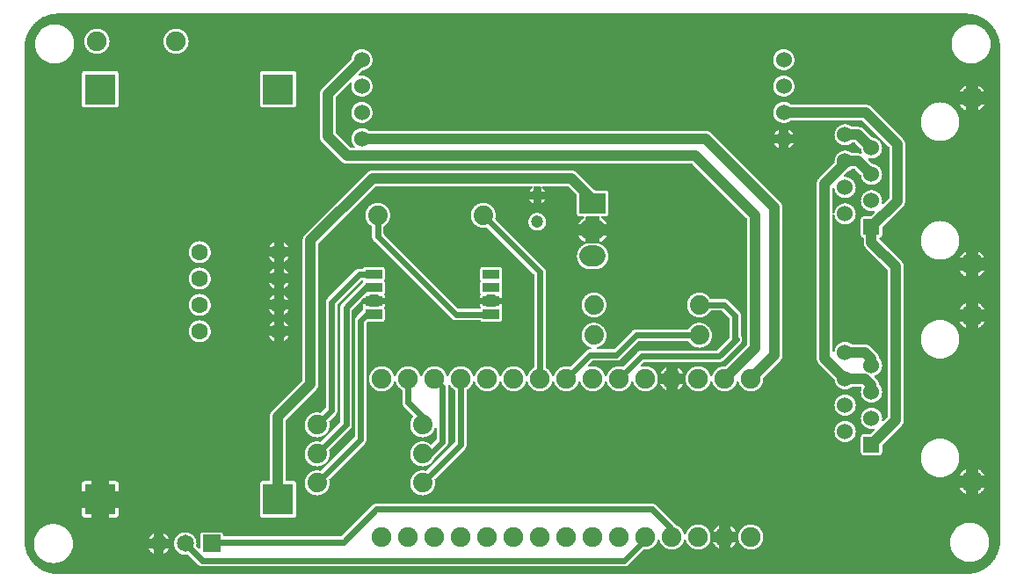
<source format=gbl>
G04 Layer: BottomLayer*
G04 EasyEDA v6.3.22, 2020-02-16T12:15:52--5:00*
G04 381979cff6bd47818e4e504fc6c237e0,2cc9782d1759487288c44a1c2d283d62,10*
G04 Gerber Generator version 0.2*
G04 Scale: 100 percent, Rotated: No, Reflected: No *
G04 Dimensions in millimeters *
G04 leading zeros omitted , absolute positions ,3 integer and 3 decimal *
%FSLAX33Y33*%
%MOMM*%
G90*
G71D02*

%ADD11C,0.999998*%
%ADD12C,1.599997*%
%ADD13C,0.599999*%
%ADD15R,2.999994X2.999994*%
%ADD16C,1.899996*%
%ADD17R,1.651000X1.651000*%
%ADD18C,1.651000*%
%ADD20C,1.193800*%
%ADD21C,1.879600*%
%ADD23C,1.905000*%
%ADD24R,1.524000X1.524000*%
%ADD25C,1.524000*%
%ADD26C,2.159000*%
%ADD27C,1.999996*%

%LPD*%
G36*
G01X91000Y54243D02*
G01X3500Y54243D01*
G01X3417Y54242D01*
G01X3335Y54239D01*
G01X3253Y54234D01*
G01X3171Y54226D01*
G01X3090Y54217D01*
G01X3008Y54205D01*
G01X2927Y54192D01*
G01X2847Y54176D01*
G01X2766Y54159D01*
G01X2686Y54139D01*
G01X2607Y54118D01*
G01X2528Y54094D01*
G01X2451Y54069D01*
G01X2373Y54041D01*
G01X2296Y54011D01*
G01X2220Y53980D01*
G01X2145Y53947D01*
G01X2071Y53912D01*
G01X1925Y53836D01*
G01X1854Y53794D01*
G01X1784Y53752D01*
G01X1715Y53708D01*
G01X1646Y53662D01*
G01X1580Y53614D01*
G01X1514Y53564D01*
G01X1450Y53513D01*
G01X1387Y53461D01*
G01X1325Y53406D01*
G01X1265Y53350D01*
G01X1206Y53293D01*
G01X1149Y53234D01*
G01X1093Y53174D01*
G01X1038Y53112D01*
G01X986Y53049D01*
G01X935Y52985D01*
G01X885Y52919D01*
G01X837Y52853D01*
G01X791Y52784D01*
G01X747Y52715D01*
G01X705Y52645D01*
G01X663Y52574D01*
G01X587Y52428D01*
G01X552Y52354D01*
G01X519Y52279D01*
G01X488Y52203D01*
G01X458Y52126D01*
G01X430Y52048D01*
G01X405Y51971D01*
G01X381Y51892D01*
G01X360Y51813D01*
G01X340Y51733D01*
G01X323Y51652D01*
G01X307Y51572D01*
G01X294Y51491D01*
G01X282Y51409D01*
G01X273Y51328D01*
G01X265Y51246D01*
G01X260Y51164D01*
G01X257Y51082D01*
G01X256Y50999D01*
G01X256Y3499D01*
G01X257Y3418D01*
G01X260Y3335D01*
G01X265Y3253D01*
G01X273Y3171D01*
G01X282Y3090D01*
G01X294Y3008D01*
G01X307Y2927D01*
G01X323Y2847D01*
G01X340Y2766D01*
G01X360Y2687D01*
G01X381Y2607D01*
G01X405Y2529D01*
G01X430Y2450D01*
G01X458Y2373D01*
G01X488Y2296D01*
G01X519Y2220D01*
G01X552Y2146D01*
G01X587Y2071D01*
G01X625Y1998D01*
G01X663Y1926D01*
G01X705Y1854D01*
G01X747Y1784D01*
G01X791Y1715D01*
G01X837Y1647D01*
G01X885Y1580D01*
G01X935Y1514D01*
G01X986Y1450D01*
G01X1038Y1387D01*
G01X1093Y1325D01*
G01X1149Y1265D01*
G01X1206Y1206D01*
G01X1265Y1149D01*
G01X1325Y1093D01*
G01X1387Y1039D01*
G01X1450Y986D01*
G01X1514Y934D01*
G01X1580Y885D01*
G01X1646Y837D01*
G01X1715Y791D01*
G01X1784Y747D01*
G01X1854Y704D01*
G01X1925Y664D01*
G01X1998Y625D01*
G01X2071Y587D01*
G01X2145Y552D01*
G01X2220Y519D01*
G01X2296Y487D01*
G01X2373Y458D01*
G01X2451Y431D01*
G01X2528Y405D01*
G01X2607Y381D01*
G01X2686Y359D01*
G01X2766Y340D01*
G01X2847Y322D01*
G01X2927Y307D01*
G01X3008Y293D01*
G01X3090Y282D01*
G01X3171Y273D01*
G01X3253Y265D01*
G01X3335Y260D01*
G01X3417Y257D01*
G01X3500Y256D01*
G01X91000Y256D01*
G01X91082Y257D01*
G01X91164Y260D01*
G01X91246Y265D01*
G01X91328Y273D01*
G01X91409Y282D01*
G01X91491Y293D01*
G01X91572Y307D01*
G01X91652Y322D01*
G01X91733Y340D01*
G01X91812Y359D01*
G01X91892Y381D01*
G01X91970Y405D01*
G01X92049Y431D01*
G01X92126Y458D01*
G01X92203Y487D01*
G01X92279Y519D01*
G01X92354Y552D01*
G01X92428Y587D01*
G01X92501Y625D01*
G01X92573Y664D01*
G01X92645Y704D01*
G01X92715Y747D01*
G01X92784Y791D01*
G01X92852Y837D01*
G01X92919Y885D01*
G01X92985Y934D01*
G01X93049Y986D01*
G01X93112Y1039D01*
G01X93174Y1093D01*
G01X93234Y1149D01*
G01X93293Y1206D01*
G01X93350Y1265D01*
G01X93406Y1325D01*
G01X93460Y1387D01*
G01X93513Y1450D01*
G01X93564Y1514D01*
G01X93614Y1580D01*
G01X93661Y1647D01*
G01X93708Y1715D01*
G01X93752Y1784D01*
G01X93795Y1854D01*
G01X93835Y1926D01*
G01X93874Y1998D01*
G01X93911Y2071D01*
G01X93946Y2146D01*
G01X93980Y2220D01*
G01X94012Y2296D01*
G01X94041Y2373D01*
G01X94068Y2450D01*
G01X94094Y2529D01*
G01X94118Y2607D01*
G01X94140Y2687D01*
G01X94159Y2766D01*
G01X94177Y2847D01*
G01X94192Y2927D01*
G01X94206Y3008D01*
G01X94217Y3090D01*
G01X94226Y3171D01*
G01X94234Y3253D01*
G01X94239Y3335D01*
G01X94242Y3418D01*
G01X94243Y3499D01*
G01X94243Y50999D01*
G01X94242Y51082D01*
G01X94239Y51164D01*
G01X94234Y51246D01*
G01X94226Y51328D01*
G01X94217Y51409D01*
G01X94206Y51491D01*
G01X94192Y51572D01*
G01X94177Y51652D01*
G01X94159Y51733D01*
G01X94140Y51813D01*
G01X94118Y51892D01*
G01X94094Y51971D01*
G01X94068Y52048D01*
G01X94041Y52126D01*
G01X94012Y52203D01*
G01X93980Y52279D01*
G01X93946Y52354D01*
G01X93911Y52428D01*
G01X93874Y52501D01*
G01X93835Y52574D01*
G01X93795Y52645D01*
G01X93752Y52715D01*
G01X93708Y52784D01*
G01X93661Y52853D01*
G01X93614Y52919D01*
G01X93564Y52985D01*
G01X93513Y53049D01*
G01X93460Y53112D01*
G01X93406Y53174D01*
G01X93350Y53234D01*
G01X93293Y53293D01*
G01X93234Y53350D01*
G01X93174Y53406D01*
G01X93112Y53461D01*
G01X93049Y53513D01*
G01X92985Y53564D01*
G01X92919Y53614D01*
G01X92852Y53662D01*
G01X92784Y53708D01*
G01X92715Y53752D01*
G01X92645Y53794D01*
G01X92573Y53836D01*
G01X92501Y53874D01*
G01X92428Y53912D01*
G01X92354Y53947D01*
G01X92279Y53980D01*
G01X92203Y54011D01*
G01X92126Y54041D01*
G01X92049Y54069D01*
G01X91970Y54094D01*
G01X91892Y54118D01*
G01X91812Y54139D01*
G01X91733Y54159D01*
G01X91652Y54176D01*
G01X91572Y54192D01*
G01X91491Y54205D01*
G01X91409Y54217D01*
G01X91328Y54226D01*
G01X91246Y54234D01*
G01X91164Y54239D01*
G01X91082Y54242D01*
G01X91000Y54243D01*
G37*

%LPC*%
G36*
G01X60706Y7050D02*
G01X34163Y7050D01*
G01X34129Y7049D01*
G01X34095Y7046D01*
G01X34062Y7041D01*
G01X34029Y7034D01*
G01X33997Y7025D01*
G01X33965Y7014D01*
G01X33934Y7001D01*
G01X33904Y6986D01*
G01X33874Y6970D01*
G01X33847Y6952D01*
G01X33819Y6931D01*
G01X33794Y6910D01*
G01X33769Y6887D01*
G01X30787Y3905D01*
G01X30775Y3895D01*
G01X30761Y3886D01*
G01X30746Y3880D01*
G01X30731Y3876D01*
G01X30715Y3875D01*
G01X19471Y3875D01*
G01X19457Y3876D01*
G01X19443Y3879D01*
G01X19429Y3884D01*
G01X19416Y3891D01*
G01X19405Y3900D01*
G01X19394Y3910D01*
G01X19386Y3921D01*
G01X19379Y3934D01*
G01X19374Y3948D01*
G01X19371Y3962D01*
G01X19370Y3977D01*
G01X19370Y4017D01*
G01X19369Y4041D01*
G01X19365Y4064D01*
G01X19360Y4087D01*
G01X19352Y4109D01*
G01X19343Y4131D01*
G01X19331Y4152D01*
G01X19318Y4171D01*
G01X19302Y4190D01*
G01X19286Y4206D01*
G01X19267Y4222D01*
G01X19248Y4235D01*
G01X19227Y4247D01*
G01X19205Y4256D01*
G01X19183Y4264D01*
G01X19160Y4269D01*
G01X19137Y4273D01*
G01X19113Y4274D01*
G01X17462Y4274D01*
G01X17438Y4273D01*
G01X17415Y4269D01*
G01X17392Y4264D01*
G01X17370Y4256D01*
G01X17348Y4247D01*
G01X17327Y4235D01*
G01X17308Y4222D01*
G01X17289Y4206D01*
G01X17273Y4190D01*
G01X17257Y4171D01*
G01X17244Y4152D01*
G01X17232Y4131D01*
G01X17223Y4109D01*
G01X17215Y4087D01*
G01X17210Y4064D01*
G01X17206Y4041D01*
G01X17205Y4017D01*
G01X17205Y2766D01*
G01X17204Y2752D01*
G01X17201Y2737D01*
G01X17196Y2724D01*
G01X17189Y2711D01*
G01X17181Y2699D01*
G01X17170Y2689D01*
G01X17159Y2680D01*
G01X17146Y2673D01*
G01X17132Y2668D01*
G01X17118Y2665D01*
G01X17104Y2664D01*
G01X17088Y2666D01*
G01X17072Y2669D01*
G01X17058Y2675D01*
G01X17044Y2683D01*
G01X17032Y2694D01*
G01X16837Y2889D01*
G01X16826Y2901D01*
G01X16818Y2915D01*
G01X16812Y2930D01*
G01X16808Y2945D01*
G01X16807Y2961D01*
G01X16809Y2981D01*
G01X16818Y3033D01*
G01X16824Y3086D01*
G01X16828Y3139D01*
G01X16830Y3191D01*
G01X16829Y3239D01*
G01X16825Y3286D01*
G01X16820Y3333D01*
G01X16813Y3379D01*
G01X16804Y3426D01*
G01X16792Y3471D01*
G01X16779Y3517D01*
G01X16765Y3562D01*
G01X16747Y3606D01*
G01X16728Y3649D01*
G01X16707Y3691D01*
G01X16685Y3733D01*
G01X16660Y3773D01*
G01X16634Y3812D01*
G01X16606Y3850D01*
G01X16577Y3887D01*
G01X16545Y3923D01*
G01X16513Y3957D01*
G01X16479Y3989D01*
G01X16443Y4021D01*
G01X16406Y4050D01*
G01X16368Y4078D01*
G01X16329Y4104D01*
G01X16289Y4129D01*
G01X16247Y4151D01*
G01X16205Y4172D01*
G01X16162Y4191D01*
G01X16118Y4209D01*
G01X16073Y4223D01*
G01X16027Y4236D01*
G01X15982Y4248D01*
G01X15935Y4257D01*
G01X15889Y4264D01*
G01X15842Y4269D01*
G01X15795Y4273D01*
G01X15748Y4274D01*
G01X15700Y4273D01*
G01X15653Y4269D01*
G01X15606Y4264D01*
G01X15560Y4257D01*
G01X15513Y4248D01*
G01X15468Y4236D01*
G01X15422Y4223D01*
G01X15377Y4209D01*
G01X15333Y4191D01*
G01X15290Y4172D01*
G01X15248Y4151D01*
G01X15206Y4129D01*
G01X15166Y4104D01*
G01X15127Y4078D01*
G01X15089Y4050D01*
G01X15052Y4021D01*
G01X15016Y3989D01*
G01X14982Y3957D01*
G01X14950Y3923D01*
G01X14918Y3887D01*
G01X14889Y3850D01*
G01X14861Y3812D01*
G01X14835Y3773D01*
G01X14810Y3733D01*
G01X14788Y3691D01*
G01X14767Y3649D01*
G01X14748Y3606D01*
G01X14730Y3562D01*
G01X14716Y3517D01*
G01X14703Y3471D01*
G01X14691Y3426D01*
G01X14682Y3379D01*
G01X14675Y3333D01*
G01X14670Y3286D01*
G01X14666Y3239D01*
G01X14665Y3191D01*
G01X14666Y3144D01*
G01X14670Y3097D01*
G01X14675Y3050D01*
G01X14682Y3004D01*
G01X14691Y2957D01*
G01X14703Y2912D01*
G01X14716Y2866D01*
G01X14730Y2821D01*
G01X14748Y2777D01*
G01X14767Y2734D01*
G01X14788Y2692D01*
G01X14810Y2650D01*
G01X14835Y2610D01*
G01X14861Y2571D01*
G01X14889Y2533D01*
G01X14918Y2496D01*
G01X14950Y2460D01*
G01X14982Y2426D01*
G01X15016Y2394D01*
G01X15052Y2362D01*
G01X15089Y2333D01*
G01X15127Y2305D01*
G01X15166Y2279D01*
G01X15206Y2254D01*
G01X15248Y2232D01*
G01X15290Y2211D01*
G01X15333Y2192D01*
G01X15377Y2174D01*
G01X15422Y2160D01*
G01X15468Y2147D01*
G01X15513Y2135D01*
G01X15560Y2126D01*
G01X15606Y2119D01*
G01X15653Y2114D01*
G01X15700Y2110D01*
G01X15748Y2109D01*
G01X15800Y2111D01*
G01X15853Y2115D01*
G01X15906Y2121D01*
G01X15958Y2130D01*
G01X15978Y2132D01*
G01X15994Y2131D01*
G01X16009Y2127D01*
G01X16024Y2121D01*
G01X16038Y2113D01*
G01X16050Y2102D01*
G01X17005Y1147D01*
G01X17030Y1124D01*
G01X17055Y1103D01*
G01X17083Y1082D01*
G01X17110Y1064D01*
G01X17140Y1048D01*
G01X17170Y1033D01*
G01X17201Y1020D01*
G01X17233Y1009D01*
G01X17265Y1000D01*
G01X17298Y993D01*
G01X17331Y988D01*
G01X17365Y985D01*
G01X17399Y984D01*
G01X58039Y984D01*
G01X58072Y985D01*
G01X58106Y988D01*
G01X58139Y993D01*
G01X58172Y1000D01*
G01X58204Y1009D01*
G01X58236Y1020D01*
G01X58267Y1033D01*
G01X58297Y1048D01*
G01X58327Y1064D01*
G01X58354Y1082D01*
G01X58382Y1103D01*
G01X58407Y1124D01*
G01X58432Y1147D01*
G01X59881Y2596D01*
G01X59893Y2606D01*
G01X59906Y2614D01*
G01X59921Y2621D01*
G01X59936Y2624D01*
G01X59953Y2625D01*
G01X59962Y2625D01*
G01X60016Y2621D01*
G01X60071Y2620D01*
G01X60120Y2621D01*
G01X60171Y2624D01*
G01X60220Y2629D01*
G01X60270Y2637D01*
G01X60319Y2646D01*
G01X60368Y2657D01*
G01X60416Y2671D01*
G01X60464Y2686D01*
G01X60511Y2703D01*
G01X60557Y2723D01*
G01X60602Y2743D01*
G01X60647Y2767D01*
G01X60691Y2792D01*
G01X60733Y2818D01*
G01X60774Y2847D01*
G01X60814Y2877D01*
G01X60853Y2909D01*
G01X60890Y2942D01*
G01X60926Y2977D01*
G01X60961Y3013D01*
G01X60994Y3050D01*
G01X61026Y3089D01*
G01X61056Y3130D01*
G01X61083Y3171D01*
G01X61110Y3214D01*
G01X61134Y3258D01*
G01X61157Y3302D01*
G01X61178Y3347D01*
G01X61197Y3394D01*
G01X61214Y3441D01*
G01X61229Y3489D01*
G01X61242Y3537D01*
G01X61247Y3552D01*
G01X61253Y3565D01*
G01X61262Y3577D01*
G01X61272Y3588D01*
G01X61284Y3597D01*
G01X61297Y3604D01*
G01X61311Y3610D01*
G01X61325Y3614D01*
G01X61341Y3615D01*
G01X61355Y3614D01*
G01X61370Y3610D01*
G01X61384Y3604D01*
G01X61397Y3597D01*
G01X61409Y3588D01*
G01X61419Y3577D01*
G01X61428Y3565D01*
G01X61434Y3552D01*
G01X61439Y3537D01*
G01X61452Y3489D01*
G01X61467Y3441D01*
G01X61484Y3394D01*
G01X61503Y3347D01*
G01X61524Y3302D01*
G01X61547Y3258D01*
G01X61571Y3214D01*
G01X61598Y3171D01*
G01X61625Y3130D01*
G01X61655Y3089D01*
G01X61687Y3050D01*
G01X61720Y3013D01*
G01X61755Y2977D01*
G01X61790Y2942D01*
G01X61828Y2909D01*
G01X61867Y2877D01*
G01X61906Y2847D01*
G01X61948Y2818D01*
G01X61990Y2792D01*
G01X62034Y2767D01*
G01X62078Y2743D01*
G01X62170Y2703D01*
G01X62217Y2686D01*
G01X62265Y2671D01*
G01X62313Y2657D01*
G01X62362Y2646D01*
G01X62411Y2637D01*
G01X62461Y2629D01*
G01X62510Y2624D01*
G01X62560Y2621D01*
G01X62611Y2620D01*
G01X62660Y2621D01*
G01X62711Y2624D01*
G01X62760Y2629D01*
G01X62810Y2637D01*
G01X62859Y2646D01*
G01X62908Y2657D01*
G01X62956Y2671D01*
G01X63004Y2686D01*
G01X63051Y2703D01*
G01X63097Y2723D01*
G01X63142Y2743D01*
G01X63187Y2767D01*
G01X63231Y2792D01*
G01X63273Y2818D01*
G01X63314Y2847D01*
G01X63354Y2877D01*
G01X63393Y2909D01*
G01X63430Y2942D01*
G01X63466Y2977D01*
G01X63501Y3013D01*
G01X63534Y3050D01*
G01X63566Y3089D01*
G01X63596Y3130D01*
G01X63623Y3171D01*
G01X63650Y3214D01*
G01X63674Y3258D01*
G01X63697Y3302D01*
G01X63718Y3347D01*
G01X63737Y3394D01*
G01X63754Y3441D01*
G01X63769Y3489D01*
G01X63782Y3537D01*
G01X63787Y3552D01*
G01X63793Y3565D01*
G01X63802Y3577D01*
G01X63812Y3588D01*
G01X63824Y3597D01*
G01X63837Y3604D01*
G01X63851Y3610D01*
G01X63865Y3614D01*
G01X63881Y3615D01*
G01X63895Y3614D01*
G01X63910Y3610D01*
G01X63924Y3604D01*
G01X63937Y3597D01*
G01X63949Y3588D01*
G01X63959Y3577D01*
G01X63968Y3565D01*
G01X63974Y3552D01*
G01X63979Y3537D01*
G01X63992Y3489D01*
G01X64007Y3441D01*
G01X64024Y3394D01*
G01X64043Y3347D01*
G01X64064Y3302D01*
G01X64087Y3258D01*
G01X64111Y3214D01*
G01X64138Y3171D01*
G01X64165Y3130D01*
G01X64195Y3089D01*
G01X64227Y3050D01*
G01X64260Y3013D01*
G01X64295Y2977D01*
G01X64330Y2942D01*
G01X64368Y2909D01*
G01X64407Y2877D01*
G01X64446Y2847D01*
G01X64488Y2818D01*
G01X64530Y2792D01*
G01X64574Y2767D01*
G01X64618Y2743D01*
G01X64710Y2703D01*
G01X64757Y2686D01*
G01X64805Y2671D01*
G01X64853Y2657D01*
G01X64902Y2646D01*
G01X64951Y2637D01*
G01X65001Y2629D01*
G01X65050Y2624D01*
G01X65100Y2621D01*
G01X65151Y2620D01*
G01X65200Y2621D01*
G01X65251Y2624D01*
G01X65300Y2629D01*
G01X65350Y2637D01*
G01X65399Y2646D01*
G01X65448Y2657D01*
G01X65496Y2671D01*
G01X65544Y2686D01*
G01X65591Y2703D01*
G01X65637Y2723D01*
G01X65682Y2743D01*
G01X65727Y2767D01*
G01X65771Y2792D01*
G01X65813Y2818D01*
G01X65854Y2847D01*
G01X65894Y2877D01*
G01X65933Y2909D01*
G01X65970Y2942D01*
G01X66006Y2977D01*
G01X66041Y3013D01*
G01X66074Y3050D01*
G01X66106Y3089D01*
G01X66136Y3130D01*
G01X66163Y3171D01*
G01X66190Y3214D01*
G01X66214Y3258D01*
G01X66237Y3302D01*
G01X66258Y3347D01*
G01X66277Y3394D01*
G01X66294Y3441D01*
G01X66309Y3489D01*
G01X66322Y3537D01*
G01X66335Y3594D01*
G01X66344Y3652D01*
G01X66351Y3710D01*
G01X66355Y3768D01*
G01X66357Y3826D01*
G01X66355Y3885D01*
G01X66351Y3943D01*
G01X66344Y4001D01*
G01X66335Y4059D01*
G01X66322Y4116D01*
G01X66309Y4164D01*
G01X66294Y4212D01*
G01X66277Y4259D01*
G01X66258Y4306D01*
G01X66237Y4351D01*
G01X66214Y4395D01*
G01X66190Y4439D01*
G01X66163Y4482D01*
G01X66136Y4523D01*
G01X66106Y4564D01*
G01X66074Y4603D01*
G01X66041Y4640D01*
G01X66006Y4677D01*
G01X65970Y4711D01*
G01X65933Y4745D01*
G01X65894Y4776D01*
G01X65854Y4806D01*
G01X65813Y4835D01*
G01X65771Y4861D01*
G01X65727Y4886D01*
G01X65682Y4910D01*
G01X65637Y4930D01*
G01X65591Y4950D01*
G01X65544Y4967D01*
G01X65496Y4983D01*
G01X65448Y4996D01*
G01X65399Y5007D01*
G01X65350Y5016D01*
G01X65300Y5024D01*
G01X65251Y5029D01*
G01X65200Y5032D01*
G01X65151Y5033D01*
G01X65100Y5032D01*
G01X65050Y5029D01*
G01X65001Y5024D01*
G01X64951Y5016D01*
G01X64902Y5007D01*
G01X64853Y4996D01*
G01X64805Y4983D01*
G01X64757Y4967D01*
G01X64710Y4950D01*
G01X64618Y4910D01*
G01X64574Y4886D01*
G01X64530Y4861D01*
G01X64488Y4835D01*
G01X64446Y4806D01*
G01X64407Y4776D01*
G01X64368Y4745D01*
G01X64330Y4711D01*
G01X64295Y4677D01*
G01X64260Y4640D01*
G01X64227Y4603D01*
G01X64195Y4564D01*
G01X64165Y4523D01*
G01X64138Y4482D01*
G01X64111Y4439D01*
G01X64087Y4395D01*
G01X64064Y4351D01*
G01X64043Y4306D01*
G01X64024Y4259D01*
G01X64007Y4212D01*
G01X63992Y4164D01*
G01X63979Y4116D01*
G01X63974Y4101D01*
G01X63968Y4088D01*
G01X63959Y4076D01*
G01X63949Y4065D01*
G01X63937Y4056D01*
G01X63924Y4048D01*
G01X63910Y4043D01*
G01X63895Y4039D01*
G01X63881Y4038D01*
G01X63865Y4039D01*
G01X63851Y4043D01*
G01X63837Y4048D01*
G01X63824Y4056D01*
G01X63812Y4065D01*
G01X63802Y4076D01*
G01X63793Y4088D01*
G01X63787Y4101D01*
G01X63782Y4116D01*
G01X63769Y4164D01*
G01X63754Y4212D01*
G01X63737Y4260D01*
G01X63697Y4352D01*
G01X63674Y4396D01*
G01X63649Y4441D01*
G01X63622Y4483D01*
G01X63594Y4525D01*
G01X63565Y4565D01*
G01X63533Y4604D01*
G01X63500Y4642D01*
G01X63465Y4678D01*
G01X63428Y4713D01*
G01X63391Y4746D01*
G01X63352Y4778D01*
G01X63312Y4808D01*
G01X63270Y4837D01*
G01X63227Y4863D01*
G01X63184Y4888D01*
G01X63139Y4911D01*
G01X63093Y4932D01*
G01X63047Y4951D01*
G01X63034Y4958D01*
G01X63021Y4966D01*
G01X63010Y4976D01*
G01X61099Y6887D01*
G01X61074Y6910D01*
G01X61049Y6931D01*
G01X61021Y6952D01*
G01X60994Y6970D01*
G01X60964Y6986D01*
G01X60934Y7001D01*
G01X60903Y7014D01*
G01X60871Y7025D01*
G01X60839Y7034D01*
G01X60806Y7041D01*
G01X60773Y7046D01*
G01X60739Y7049D01*
G01X60706Y7050D01*
G37*
G36*
G01X3110Y5072D02*
G01X3048Y5073D01*
G01X2985Y5072D01*
G01X2922Y5069D01*
G01X2859Y5063D01*
G01X2797Y5056D01*
G01X2735Y5047D01*
G01X2673Y5036D01*
G01X2611Y5022D01*
G01X2550Y5006D01*
G01X2490Y4989D01*
G01X2430Y4969D01*
G01X2371Y4947D01*
G01X2313Y4924D01*
G01X2256Y4898D01*
G01X2199Y4871D01*
G01X2143Y4841D01*
G01X2088Y4810D01*
G01X2035Y4777D01*
G01X1983Y4743D01*
G01X1931Y4706D01*
G01X1882Y4668D01*
G01X1833Y4628D01*
G01X1786Y4587D01*
G01X1739Y4544D01*
G01X1695Y4500D01*
G01X1652Y4453D01*
G01X1611Y4406D01*
G01X1571Y4357D01*
G01X1533Y4308D01*
G01X1496Y4256D01*
G01X1462Y4204D01*
G01X1429Y4151D01*
G01X1398Y4096D01*
G01X1368Y4040D01*
G01X1341Y3983D01*
G01X1315Y3926D01*
G01X1292Y3868D01*
G01X1270Y3809D01*
G01X1250Y3749D01*
G01X1233Y3689D01*
G01X1217Y3628D01*
G01X1203Y3566D01*
G01X1192Y3504D01*
G01X1183Y3442D01*
G01X1176Y3380D01*
G01X1170Y3317D01*
G01X1167Y3254D01*
G01X1166Y3191D01*
G01X1167Y3129D01*
G01X1170Y3066D01*
G01X1176Y3003D01*
G01X1183Y2941D01*
G01X1192Y2879D01*
G01X1203Y2817D01*
G01X1217Y2755D01*
G01X1233Y2694D01*
G01X1250Y2634D01*
G01X1270Y2574D01*
G01X1292Y2515D01*
G01X1315Y2457D01*
G01X1341Y2400D01*
G01X1368Y2343D01*
G01X1398Y2287D01*
G01X1429Y2232D01*
G01X1462Y2179D01*
G01X1496Y2127D01*
G01X1533Y2075D01*
G01X1571Y2026D01*
G01X1611Y1977D01*
G01X1652Y1930D01*
G01X1695Y1883D01*
G01X1739Y1839D01*
G01X1786Y1796D01*
G01X1833Y1755D01*
G01X1882Y1715D01*
G01X1931Y1677D01*
G01X1983Y1640D01*
G01X2035Y1606D01*
G01X2088Y1572D01*
G01X2143Y1542D01*
G01X2199Y1512D01*
G01X2256Y1485D01*
G01X2313Y1459D01*
G01X2371Y1436D01*
G01X2430Y1414D01*
G01X2490Y1394D01*
G01X2550Y1377D01*
G01X2611Y1361D01*
G01X2673Y1347D01*
G01X2735Y1336D01*
G01X2797Y1327D01*
G01X2859Y1320D01*
G01X2922Y1314D01*
G01X2985Y1311D01*
G01X3048Y1310D01*
G01X3110Y1311D01*
G01X3173Y1314D01*
G01X3236Y1320D01*
G01X3298Y1327D01*
G01X3360Y1336D01*
G01X3422Y1347D01*
G01X3484Y1361D01*
G01X3545Y1377D01*
G01X3605Y1394D01*
G01X3665Y1414D01*
G01X3724Y1436D01*
G01X3782Y1459D01*
G01X3839Y1485D01*
G01X3896Y1512D01*
G01X3952Y1542D01*
G01X4007Y1572D01*
G01X4060Y1606D01*
G01X4112Y1640D01*
G01X4164Y1677D01*
G01X4213Y1715D01*
G01X4262Y1755D01*
G01X4309Y1796D01*
G01X4356Y1839D01*
G01X4400Y1883D01*
G01X4443Y1930D01*
G01X4484Y1977D01*
G01X4524Y2026D01*
G01X4562Y2075D01*
G01X4599Y2127D01*
G01X4633Y2179D01*
G01X4666Y2232D01*
G01X4697Y2287D01*
G01X4727Y2343D01*
G01X4754Y2400D01*
G01X4780Y2457D01*
G01X4803Y2515D01*
G01X4825Y2574D01*
G01X4845Y2634D01*
G01X4862Y2694D01*
G01X4878Y2755D01*
G01X4892Y2817D01*
G01X4903Y2879D01*
G01X4912Y2941D01*
G01X4919Y3003D01*
G01X4925Y3066D01*
G01X4928Y3129D01*
G01X4929Y3191D01*
G01X4928Y3254D01*
G01X4925Y3317D01*
G01X4919Y3380D01*
G01X4912Y3442D01*
G01X4903Y3504D01*
G01X4892Y3566D01*
G01X4878Y3628D01*
G01X4862Y3689D01*
G01X4845Y3749D01*
G01X4825Y3809D01*
G01X4803Y3868D01*
G01X4780Y3926D01*
G01X4754Y3983D01*
G01X4727Y4040D01*
G01X4697Y4096D01*
G01X4666Y4151D01*
G01X4633Y4204D01*
G01X4599Y4256D01*
G01X4562Y4308D01*
G01X4524Y4357D01*
G01X4484Y4406D01*
G01X4443Y4453D01*
G01X4400Y4500D01*
G01X4356Y4544D01*
G01X4309Y4587D01*
G01X4262Y4628D01*
G01X4213Y4668D01*
G01X4164Y4706D01*
G01X4112Y4743D01*
G01X4060Y4777D01*
G01X4007Y4810D01*
G01X3952Y4841D01*
G01X3896Y4871D01*
G01X3839Y4898D01*
G01X3782Y4924D01*
G01X3724Y4947D01*
G01X3665Y4969D01*
G01X3605Y4989D01*
G01X3545Y5006D01*
G01X3484Y5022D01*
G01X3422Y5036D01*
G01X3360Y5047D01*
G01X3298Y5056D01*
G01X3236Y5063D01*
G01X3173Y5069D01*
G01X3110Y5072D01*
G37*
G36*
G01X91375Y5199D02*
G01X91313Y5200D01*
G01X91250Y5199D01*
G01X91187Y5196D01*
G01X91124Y5190D01*
G01X91062Y5183D01*
G01X91000Y5174D01*
G01X90938Y5163D01*
G01X90876Y5149D01*
G01X90815Y5133D01*
G01X90755Y5116D01*
G01X90695Y5096D01*
G01X90636Y5074D01*
G01X90578Y5051D01*
G01X90521Y5025D01*
G01X90464Y4998D01*
G01X90408Y4968D01*
G01X90353Y4937D01*
G01X90300Y4904D01*
G01X90248Y4870D01*
G01X90196Y4833D01*
G01X90147Y4795D01*
G01X90098Y4755D01*
G01X90051Y4714D01*
G01X90004Y4671D01*
G01X89960Y4627D01*
G01X89917Y4580D01*
G01X89876Y4533D01*
G01X89836Y4484D01*
G01X89798Y4435D01*
G01X89761Y4383D01*
G01X89727Y4331D01*
G01X89694Y4278D01*
G01X89663Y4223D01*
G01X89633Y4167D01*
G01X89606Y4110D01*
G01X89580Y4053D01*
G01X89557Y3995D01*
G01X89535Y3936D01*
G01X89515Y3876D01*
G01X89498Y3816D01*
G01X89482Y3755D01*
G01X89468Y3693D01*
G01X89457Y3631D01*
G01X89448Y3569D01*
G01X89441Y3507D01*
G01X89435Y3444D01*
G01X89432Y3381D01*
G01X89431Y3318D01*
G01X89432Y3256D01*
G01X89435Y3193D01*
G01X89441Y3130D01*
G01X89448Y3068D01*
G01X89457Y3006D01*
G01X89468Y2944D01*
G01X89482Y2882D01*
G01X89498Y2821D01*
G01X89515Y2761D01*
G01X89535Y2701D01*
G01X89557Y2642D01*
G01X89580Y2584D01*
G01X89606Y2527D01*
G01X89633Y2470D01*
G01X89663Y2414D01*
G01X89694Y2359D01*
G01X89727Y2306D01*
G01X89761Y2254D01*
G01X89798Y2202D01*
G01X89836Y2153D01*
G01X89876Y2104D01*
G01X89917Y2057D01*
G01X89960Y2010D01*
G01X90004Y1966D01*
G01X90051Y1923D01*
G01X90098Y1882D01*
G01X90147Y1842D01*
G01X90196Y1804D01*
G01X90248Y1767D01*
G01X90300Y1733D01*
G01X90353Y1699D01*
G01X90408Y1669D01*
G01X90464Y1639D01*
G01X90521Y1612D01*
G01X90578Y1586D01*
G01X90636Y1563D01*
G01X90695Y1541D01*
G01X90755Y1521D01*
G01X90815Y1504D01*
G01X90876Y1488D01*
G01X90938Y1474D01*
G01X91000Y1463D01*
G01X91062Y1454D01*
G01X91124Y1447D01*
G01X91187Y1441D01*
G01X91250Y1438D01*
G01X91313Y1437D01*
G01X91375Y1438D01*
G01X91438Y1441D01*
G01X91501Y1447D01*
G01X91563Y1454D01*
G01X91625Y1463D01*
G01X91687Y1474D01*
G01X91749Y1488D01*
G01X91810Y1504D01*
G01X91870Y1521D01*
G01X91930Y1541D01*
G01X91989Y1563D01*
G01X92047Y1586D01*
G01X92104Y1612D01*
G01X92161Y1639D01*
G01X92217Y1669D01*
G01X92272Y1699D01*
G01X92325Y1733D01*
G01X92377Y1767D01*
G01X92429Y1804D01*
G01X92478Y1842D01*
G01X92527Y1882D01*
G01X92574Y1923D01*
G01X92621Y1966D01*
G01X92665Y2010D01*
G01X92708Y2057D01*
G01X92749Y2104D01*
G01X92789Y2153D01*
G01X92827Y2202D01*
G01X92864Y2254D01*
G01X92898Y2306D01*
G01X92931Y2359D01*
G01X92962Y2414D01*
G01X92992Y2470D01*
G01X93019Y2527D01*
G01X93045Y2584D01*
G01X93068Y2642D01*
G01X93090Y2701D01*
G01X93110Y2761D01*
G01X93127Y2821D01*
G01X93143Y2882D01*
G01X93157Y2944D01*
G01X93168Y3006D01*
G01X93177Y3068D01*
G01X93184Y3130D01*
G01X93190Y3193D01*
G01X93193Y3256D01*
G01X93194Y3318D01*
G01X93193Y3381D01*
G01X93190Y3444D01*
G01X93184Y3507D01*
G01X93177Y3569D01*
G01X93168Y3631D01*
G01X93157Y3693D01*
G01X93143Y3755D01*
G01X93127Y3816D01*
G01X93110Y3876D01*
G01X93090Y3936D01*
G01X93068Y3995D01*
G01X93045Y4053D01*
G01X93019Y4110D01*
G01X92992Y4167D01*
G01X92962Y4223D01*
G01X92931Y4278D01*
G01X92898Y4331D01*
G01X92864Y4383D01*
G01X92827Y4435D01*
G01X92789Y4484D01*
G01X92749Y4533D01*
G01X92708Y4580D01*
G01X92665Y4627D01*
G01X92621Y4671D01*
G01X92574Y4714D01*
G01X92527Y4755D01*
G01X92478Y4795D01*
G01X92429Y4833D01*
G01X92377Y4870D01*
G01X92325Y4904D01*
G01X92272Y4937D01*
G01X92217Y4968D01*
G01X92161Y4998D01*
G01X92104Y5025D01*
G01X92047Y5051D01*
G01X91989Y5074D01*
G01X91930Y5096D01*
G01X91870Y5116D01*
G01X91810Y5133D01*
G01X91749Y5149D01*
G01X91687Y5163D01*
G01X91625Y5174D01*
G01X91563Y5183D01*
G01X91501Y5190D01*
G01X91438Y5196D01*
G01X91375Y5199D01*
G37*
G36*
G01X12732Y2715D02*
G01X12236Y2715D01*
G01X12258Y2673D01*
G01X12281Y2632D01*
G01X12307Y2592D01*
G01X12334Y2552D01*
G01X12363Y2515D01*
G01X12394Y2478D01*
G01X12426Y2443D01*
G01X12459Y2410D01*
G01X12494Y2378D01*
G01X12531Y2347D01*
G01X12568Y2318D01*
G01X12608Y2291D01*
G01X12648Y2265D01*
G01X12689Y2242D01*
G01X12732Y2220D01*
G01X12732Y2715D01*
G37*
G36*
G01X14179Y2715D02*
G01X13684Y2715D01*
G01X13684Y2220D01*
G01X13726Y2242D01*
G01X13767Y2265D01*
G01X13807Y2291D01*
G01X13847Y2318D01*
G01X13884Y2347D01*
G01X13921Y2378D01*
G01X13956Y2410D01*
G01X13989Y2443D01*
G01X14021Y2478D01*
G01X14052Y2515D01*
G01X14081Y2552D01*
G01X14108Y2592D01*
G01X14134Y2632D01*
G01X14157Y2673D01*
G01X14179Y2715D01*
G37*
G36*
G01X70280Y5032D02*
G01X70231Y5033D01*
G01X70180Y5032D01*
G01X70130Y5029D01*
G01X70081Y5024D01*
G01X70031Y5016D01*
G01X69982Y5007D01*
G01X69933Y4996D01*
G01X69885Y4983D01*
G01X69837Y4967D01*
G01X69790Y4950D01*
G01X69698Y4910D01*
G01X69654Y4886D01*
G01X69610Y4861D01*
G01X69568Y4835D01*
G01X69526Y4806D01*
G01X69487Y4776D01*
G01X69448Y4745D01*
G01X69410Y4711D01*
G01X69375Y4677D01*
G01X69340Y4640D01*
G01X69307Y4603D01*
G01X69275Y4564D01*
G01X69245Y4523D01*
G01X69218Y4482D01*
G01X69191Y4439D01*
G01X69167Y4395D01*
G01X69144Y4351D01*
G01X69123Y4306D01*
G01X69104Y4259D01*
G01X69087Y4212D01*
G01X69072Y4164D01*
G01X69059Y4116D01*
G01X69046Y4059D01*
G01X69037Y4001D01*
G01X69030Y3943D01*
G01X69026Y3885D01*
G01X69024Y3826D01*
G01X69026Y3768D01*
G01X69030Y3710D01*
G01X69037Y3652D01*
G01X69046Y3594D01*
G01X69059Y3537D01*
G01X69072Y3489D01*
G01X69087Y3441D01*
G01X69104Y3394D01*
G01X69123Y3347D01*
G01X69144Y3302D01*
G01X69167Y3258D01*
G01X69191Y3214D01*
G01X69218Y3171D01*
G01X69245Y3130D01*
G01X69275Y3089D01*
G01X69307Y3050D01*
G01X69340Y3013D01*
G01X69375Y2977D01*
G01X69410Y2942D01*
G01X69448Y2909D01*
G01X69487Y2877D01*
G01X69526Y2847D01*
G01X69568Y2818D01*
G01X69610Y2792D01*
G01X69654Y2767D01*
G01X69698Y2743D01*
G01X69790Y2703D01*
G01X69837Y2686D01*
G01X69885Y2671D01*
G01X69933Y2657D01*
G01X69982Y2646D01*
G01X70031Y2637D01*
G01X70081Y2629D01*
G01X70130Y2624D01*
G01X70180Y2621D01*
G01X70231Y2620D01*
G01X70280Y2621D01*
G01X70330Y2624D01*
G01X70380Y2629D01*
G01X70429Y2636D01*
G01X70478Y2646D01*
G01X70527Y2657D01*
G01X70575Y2670D01*
G01X70669Y2702D01*
G01X70715Y2722D01*
G01X70760Y2742D01*
G01X70805Y2765D01*
G01X70848Y2790D01*
G01X70890Y2817D01*
G01X70932Y2845D01*
G01X70972Y2875D01*
G01X71010Y2906D01*
G01X71047Y2939D01*
G01X71083Y2974D01*
G01X71118Y3009D01*
G01X71151Y3047D01*
G01X71182Y3085D01*
G01X71212Y3125D01*
G01X71240Y3167D01*
G01X71267Y3209D01*
G01X71292Y3252D01*
G01X71315Y3297D01*
G01X71335Y3342D01*
G01X71354Y3388D01*
G01X71371Y3435D01*
G01X71387Y3482D01*
G01X71400Y3530D01*
G01X71411Y3579D01*
G01X71421Y3628D01*
G01X71428Y3677D01*
G01X71433Y3727D01*
G01X71436Y3777D01*
G01X71437Y3826D01*
G01X71436Y3876D01*
G01X71433Y3926D01*
G01X71428Y3976D01*
G01X71421Y4025D01*
G01X71411Y4074D01*
G01X71400Y4123D01*
G01X71387Y4171D01*
G01X71371Y4218D01*
G01X71354Y4265D01*
G01X71335Y4311D01*
G01X71315Y4356D01*
G01X71292Y4401D01*
G01X71267Y4444D01*
G01X71240Y4486D01*
G01X71212Y4528D01*
G01X71182Y4568D01*
G01X71151Y4606D01*
G01X71118Y4644D01*
G01X71083Y4679D01*
G01X71047Y4714D01*
G01X71010Y4747D01*
G01X70972Y4778D01*
G01X70932Y4808D01*
G01X70890Y4836D01*
G01X70848Y4863D01*
G01X70805Y4888D01*
G01X70760Y4911D01*
G01X70715Y4931D01*
G01X70669Y4951D01*
G01X70575Y4983D01*
G01X70527Y4996D01*
G01X70478Y5008D01*
G01X70429Y5017D01*
G01X70380Y5024D01*
G01X70330Y5029D01*
G01X70280Y5032D01*
G37*
G36*
G01X68770Y3288D02*
G01X68229Y3288D01*
G01X68229Y2747D01*
G01X68275Y2771D01*
G01X68320Y2797D01*
G01X68364Y2825D01*
G01X68406Y2855D01*
G01X68447Y2887D01*
G01X68487Y2920D01*
G01X68525Y2955D01*
G01X68562Y2992D01*
G01X68597Y3030D01*
G01X68630Y3070D01*
G01X68662Y3111D01*
G01X68692Y3153D01*
G01X68720Y3197D01*
G01X68746Y3242D01*
G01X68770Y3288D01*
G37*
G36*
G01X67152Y3288D02*
G01X66611Y3288D01*
G01X66635Y3242D01*
G01X66661Y3197D01*
G01X66689Y3153D01*
G01X66719Y3111D01*
G01X66751Y3070D01*
G01X66784Y3030D01*
G01X66819Y2992D01*
G01X66856Y2955D01*
G01X66894Y2920D01*
G01X66934Y2887D01*
G01X66975Y2855D01*
G01X67017Y2825D01*
G01X67061Y2797D01*
G01X67106Y2771D01*
G01X67152Y2747D01*
G01X67152Y3288D01*
G37*
G36*
G01X13726Y4141D02*
G01X13684Y4163D01*
G01X13684Y3667D01*
G01X14179Y3667D01*
G01X14157Y3710D01*
G01X14134Y3751D01*
G01X14108Y3791D01*
G01X14081Y3831D01*
G01X14052Y3868D01*
G01X14021Y3905D01*
G01X13989Y3940D01*
G01X13956Y3973D01*
G01X13921Y4005D01*
G01X13884Y4036D01*
G01X13847Y4065D01*
G01X13807Y4092D01*
G01X13767Y4118D01*
G01X13726Y4141D01*
G37*
G36*
G01X12732Y3667D02*
G01X12732Y4163D01*
G01X12689Y4141D01*
G01X12648Y4118D01*
G01X12608Y4092D01*
G01X12568Y4065D01*
G01X12531Y4036D01*
G01X12494Y4005D01*
G01X12459Y3973D01*
G01X12426Y3940D01*
G01X12394Y3905D01*
G01X12363Y3868D01*
G01X12334Y3831D01*
G01X12307Y3791D01*
G01X12281Y3751D01*
G01X12258Y3710D01*
G01X12236Y3667D01*
G01X12732Y3667D01*
G37*
G36*
G01X68275Y4882D02*
G01X68229Y4906D01*
G01X68229Y4365D01*
G01X68770Y4365D01*
G01X68746Y4411D01*
G01X68720Y4456D01*
G01X68692Y4500D01*
G01X68662Y4542D01*
G01X68630Y4583D01*
G01X68597Y4623D01*
G01X68562Y4661D01*
G01X68525Y4698D01*
G01X68487Y4733D01*
G01X68447Y4766D01*
G01X68406Y4798D01*
G01X68364Y4828D01*
G01X68320Y4856D01*
G01X68275Y4882D01*
G37*
G36*
G01X67152Y4365D02*
G01X67152Y4906D01*
G01X67106Y4882D01*
G01X67061Y4856D01*
G01X67017Y4828D01*
G01X66975Y4798D01*
G01X66934Y4766D01*
G01X66894Y4733D01*
G01X66856Y4698D01*
G01X66819Y4661D01*
G01X66784Y4623D01*
G01X66751Y4583D01*
G01X66719Y4542D01*
G01X66689Y4500D01*
G01X66661Y4456D01*
G01X66635Y4411D01*
G01X66611Y4365D01*
G01X67152Y4365D01*
G37*
G36*
G01X9313Y6633D02*
G01X8369Y6633D01*
G01X8369Y5689D01*
G01X9056Y5689D01*
G01X9079Y5690D01*
G01X9103Y5694D01*
G01X9126Y5699D01*
G01X9149Y5707D01*
G01X9170Y5716D01*
G01X9191Y5728D01*
G01X9211Y5741D01*
G01X9229Y5756D01*
G01X9246Y5773D01*
G01X9261Y5791D01*
G01X9274Y5811D01*
G01X9286Y5832D01*
G01X9295Y5853D01*
G01X9303Y5876D01*
G01X9308Y5899D01*
G01X9312Y5923D01*
G01X9313Y5946D01*
G01X9313Y6633D01*
G37*
G36*
G01X6743Y6633D02*
G01X5799Y6633D01*
G01X5799Y5946D01*
G01X5800Y5923D01*
G01X5804Y5899D01*
G01X5809Y5876D01*
G01X5817Y5853D01*
G01X5826Y5832D01*
G01X5838Y5811D01*
G01X5851Y5791D01*
G01X5866Y5773D01*
G01X5883Y5756D01*
G01X5901Y5741D01*
G01X5921Y5728D01*
G01X5942Y5716D01*
G01X5963Y5707D01*
G01X5986Y5699D01*
G01X6009Y5694D01*
G01X6033Y5690D01*
G01X6056Y5689D01*
G01X6743Y5689D01*
G01X6743Y6633D01*
G37*
G36*
G01X52959Y39127D02*
G01X33782Y39127D01*
G01X33742Y39126D01*
G01X33702Y39123D01*
G01X33663Y39118D01*
G01X33624Y39111D01*
G01X33586Y39102D01*
G01X33548Y39090D01*
G01X33510Y39077D01*
G01X33438Y39045D01*
G01X33403Y39026D01*
G01X33370Y39005D01*
G01X33337Y38983D01*
G01X33275Y38933D01*
G01X27250Y32908D01*
G01X27200Y32846D01*
G01X27178Y32813D01*
G01X27157Y32780D01*
G01X27138Y32745D01*
G01X27106Y32673D01*
G01X27093Y32635D01*
G01X27081Y32597D01*
G01X27072Y32559D01*
G01X27065Y32520D01*
G01X27060Y32481D01*
G01X27057Y32441D01*
G01X27056Y32401D01*
G01X27056Y18914D01*
G01X27055Y18898D01*
G01X27051Y18883D01*
G01X27045Y18868D01*
G01X27037Y18854D01*
G01X27026Y18842D01*
G01X24103Y15918D01*
G01X24075Y15890D01*
G01X24025Y15828D01*
G01X24003Y15795D01*
G01X23982Y15762D01*
G01X23963Y15727D01*
G01X23931Y15655D01*
G01X23918Y15617D01*
G01X23906Y15579D01*
G01X23897Y15541D01*
G01X23890Y15502D01*
G01X23885Y15463D01*
G01X23882Y15423D01*
G01X23881Y15383D01*
G01X23881Y9304D01*
G01X23880Y9290D01*
G01X23877Y9275D01*
G01X23872Y9262D01*
G01X23865Y9249D01*
G01X23856Y9238D01*
G01X23846Y9228D01*
G01X23834Y9218D01*
G01X23822Y9212D01*
G01X23808Y9207D01*
G01X23794Y9204D01*
G01X23779Y9203D01*
G01X23201Y9203D01*
G01X23178Y9202D01*
G01X23154Y9198D01*
G01X23131Y9192D01*
G01X23108Y9185D01*
G01X23087Y9176D01*
G01X23066Y9164D01*
G01X23046Y9151D01*
G01X23028Y9136D01*
G01X23011Y9119D01*
G01X22996Y9101D01*
G01X22983Y9081D01*
G01X22971Y9060D01*
G01X22962Y9039D01*
G01X22954Y9016D01*
G01X22949Y8993D01*
G01X22945Y8969D01*
G01X22944Y8946D01*
G01X22944Y5946D01*
G01X22945Y5923D01*
G01X22949Y5899D01*
G01X22954Y5876D01*
G01X22962Y5853D01*
G01X22971Y5832D01*
G01X22983Y5811D01*
G01X22996Y5791D01*
G01X23011Y5773D01*
G01X23028Y5756D01*
G01X23046Y5741D01*
G01X23066Y5728D01*
G01X23087Y5716D01*
G01X23108Y5707D01*
G01X23131Y5699D01*
G01X23154Y5694D01*
G01X23178Y5690D01*
G01X23201Y5689D01*
G01X26201Y5689D01*
G01X26224Y5690D01*
G01X26248Y5694D01*
G01X26271Y5699D01*
G01X26294Y5707D01*
G01X26315Y5716D01*
G01X26336Y5728D01*
G01X26356Y5741D01*
G01X26374Y5756D01*
G01X26391Y5773D01*
G01X26406Y5791D01*
G01X26419Y5811D01*
G01X26431Y5832D01*
G01X26440Y5853D01*
G01X26448Y5876D01*
G01X26453Y5899D01*
G01X26457Y5923D01*
G01X26458Y5946D01*
G01X26458Y8946D01*
G01X26457Y8969D01*
G01X26453Y8993D01*
G01X26448Y9016D01*
G01X26440Y9039D01*
G01X26431Y9060D01*
G01X26419Y9081D01*
G01X26406Y9101D01*
G01X26391Y9119D01*
G01X26374Y9136D01*
G01X26356Y9151D01*
G01X26336Y9164D01*
G01X26315Y9176D01*
G01X26294Y9185D01*
G01X26271Y9192D01*
G01X26248Y9198D01*
G01X26224Y9202D01*
G01X26201Y9203D01*
G01X25496Y9203D01*
G01X25481Y9204D01*
G01X25467Y9207D01*
G01X25453Y9212D01*
G01X25441Y9218D01*
G01X25429Y9228D01*
G01X25419Y9238D01*
G01X25410Y9249D01*
G01X25403Y9262D01*
G01X25398Y9275D01*
G01X25395Y9290D01*
G01X25394Y9304D01*
G01X25394Y15028D01*
G01X25395Y15044D01*
G01X25399Y15059D01*
G01X25405Y15074D01*
G01X25413Y15088D01*
G01X25424Y15100D01*
G01X28347Y18024D01*
G01X28375Y18052D01*
G01X28400Y18082D01*
G01X28425Y18114D01*
G01X28447Y18147D01*
G01X28468Y18180D01*
G01X28487Y18215D01*
G01X28519Y18287D01*
G01X28532Y18325D01*
G01X28544Y18363D01*
G01X28553Y18401D01*
G01X28560Y18440D01*
G01X28565Y18479D01*
G01X28568Y18519D01*
G01X28569Y18558D01*
G01X28569Y32046D01*
G01X28570Y32062D01*
G01X28574Y32077D01*
G01X28580Y32092D01*
G01X28588Y32106D01*
G01X28599Y32118D01*
G01X34065Y37584D01*
G01X34077Y37595D01*
G01X34091Y37603D01*
G01X34106Y37609D01*
G01X34121Y37613D01*
G01X34137Y37614D01*
G01X49124Y37614D01*
G01X49138Y37613D01*
G01X49153Y37610D01*
G01X49166Y37605D01*
G01X49179Y37598D01*
G01X49191Y37589D01*
G01X49201Y37579D01*
G01X49217Y37555D01*
G01X49222Y37541D01*
G01X49225Y37527D01*
G01X49226Y37512D01*
G01X49224Y37496D01*
G01X49220Y37480D01*
G01X49214Y37465D01*
G01X49205Y37451D01*
G01X49194Y37438D01*
G01X49181Y37428D01*
G01X49146Y37404D01*
G01X49113Y37378D01*
G01X49081Y37350D01*
G01X49051Y37321D01*
G01X48995Y37259D01*
G01X48969Y37225D01*
G01X48945Y37191D01*
G01X48923Y37156D01*
G01X48902Y37119D01*
G01X48884Y37081D01*
G01X49295Y37081D01*
G01X49295Y37512D01*
G01X49296Y37527D01*
G01X49299Y37541D01*
G01X49304Y37555D01*
G01X49311Y37567D01*
G01X49319Y37579D01*
G01X49330Y37589D01*
G01X49341Y37598D01*
G01X49354Y37605D01*
G01X49367Y37610D01*
G01X49382Y37613D01*
G01X49396Y37614D01*
G01X49917Y37614D01*
G01X49931Y37613D01*
G01X49946Y37610D01*
G01X49959Y37605D01*
G01X49972Y37598D01*
G01X49983Y37589D01*
G01X49994Y37579D01*
G01X50002Y37567D01*
G01X50009Y37555D01*
G01X50014Y37541D01*
G01X50017Y37527D01*
G01X50019Y37512D01*
G01X50019Y37081D01*
G01X50429Y37081D01*
G01X50411Y37119D01*
G01X50390Y37156D01*
G01X50368Y37191D01*
G01X50344Y37225D01*
G01X50318Y37259D01*
G01X50262Y37321D01*
G01X50232Y37350D01*
G01X50200Y37378D01*
G01X50167Y37404D01*
G01X50132Y37428D01*
G01X50119Y37438D01*
G01X50108Y37451D01*
G01X50099Y37465D01*
G01X50093Y37480D01*
G01X50089Y37496D01*
G01X50087Y37512D01*
G01X50088Y37527D01*
G01X50091Y37541D01*
G01X50096Y37555D01*
G01X50112Y37579D01*
G01X50122Y37589D01*
G01X50134Y37598D01*
G01X50147Y37605D01*
G01X50160Y37610D01*
G01X50175Y37613D01*
G01X50189Y37614D01*
G01X52603Y37614D01*
G01X52619Y37613D01*
G01X52634Y37609D01*
G01X52649Y37603D01*
G01X52663Y37595D01*
G01X52675Y37584D01*
G01X53454Y36804D01*
G01X53465Y36793D01*
G01X53473Y36779D01*
G01X53479Y36764D01*
G01X53483Y36748D01*
G01X53484Y36733D01*
G01X53484Y34957D01*
G01X53485Y34933D01*
G01X53489Y34909D01*
G01X53494Y34887D01*
G01X53502Y34864D01*
G01X53511Y34842D01*
G01X53523Y34822D01*
G01X53536Y34802D01*
G01X53551Y34784D01*
G01X53568Y34767D01*
G01X53586Y34752D01*
G01X53606Y34739D01*
G01X53627Y34727D01*
G01X53648Y34717D01*
G01X53671Y34710D01*
G01X53694Y34705D01*
G01X53717Y34701D01*
G01X53741Y34700D01*
G01X54070Y34700D01*
G01X54085Y34699D01*
G01X54098Y34696D01*
G01X54112Y34691D01*
G01X54125Y34684D01*
G01X54137Y34675D01*
G01X54147Y34665D01*
G01X54155Y34653D01*
G01X54162Y34641D01*
G01X54168Y34627D01*
G01X54171Y34613D01*
G01X54172Y34599D01*
G01X54171Y34583D01*
G01X54167Y34569D01*
G01X54161Y34554D01*
G01X54154Y34541D01*
G01X54144Y34529D01*
G01X54133Y34519D01*
G01X54120Y34510D01*
G01X54075Y34483D01*
G01X54030Y34454D01*
G01X53988Y34423D01*
G01X53946Y34391D01*
G01X53905Y34356D01*
G01X53867Y34321D01*
G01X53830Y34283D01*
G01X53794Y34244D01*
G01X53760Y34203D01*
G01X53728Y34161D01*
G01X53697Y34118D01*
G01X53669Y34073D01*
G01X53642Y34028D01*
G01X53617Y33981D01*
G01X54302Y33981D01*
G01X54302Y34599D01*
G01X54303Y34613D01*
G01X54306Y34627D01*
G01X54311Y34641D01*
G01X54318Y34653D01*
G01X54327Y34665D01*
G01X54337Y34675D01*
G01X54349Y34684D01*
G01X54362Y34691D01*
G01X54375Y34696D01*
G01X54389Y34699D01*
G01X54404Y34700D01*
G01X55577Y34700D01*
G01X55592Y34699D01*
G01X55606Y34696D01*
G01X55619Y34691D01*
G01X55632Y34684D01*
G01X55644Y34675D01*
G01X55654Y34665D01*
G01X55663Y34653D01*
G01X55670Y34641D01*
G01X55675Y34627D01*
G01X55678Y34613D01*
G01X55679Y34599D01*
G01X55679Y33981D01*
G01X56364Y33981D01*
G01X56339Y34028D01*
G01X56312Y34073D01*
G01X56284Y34118D01*
G01X56253Y34161D01*
G01X56221Y34203D01*
G01X56187Y34244D01*
G01X56151Y34283D01*
G01X56114Y34321D01*
G01X56076Y34356D01*
G01X56035Y34391D01*
G01X55993Y34423D01*
G01X55951Y34454D01*
G01X55906Y34483D01*
G01X55861Y34510D01*
G01X55848Y34519D01*
G01X55837Y34529D01*
G01X55827Y34541D01*
G01X55820Y34554D01*
G01X55814Y34569D01*
G01X55810Y34583D01*
G01X55809Y34599D01*
G01X55810Y34613D01*
G01X55813Y34627D01*
G01X55819Y34641D01*
G01X55826Y34653D01*
G01X55834Y34665D01*
G01X55844Y34675D01*
G01X55856Y34684D01*
G01X55869Y34691D01*
G01X55883Y34696D01*
G01X55896Y34699D01*
G01X55911Y34700D01*
G01X56240Y34700D01*
G01X56264Y34701D01*
G01X56287Y34705D01*
G01X56310Y34710D01*
G01X56333Y34717D01*
G01X56354Y34727D01*
G01X56375Y34739D01*
G01X56395Y34752D01*
G01X56413Y34767D01*
G01X56430Y34784D01*
G01X56445Y34802D01*
G01X56458Y34822D01*
G01X56470Y34842D01*
G01X56479Y34864D01*
G01X56487Y34887D01*
G01X56492Y34909D01*
G01X56496Y34933D01*
G01X56497Y34957D01*
G01X56497Y36958D01*
G01X56496Y36982D01*
G01X56492Y37005D01*
G01X56487Y37028D01*
G01X56479Y37051D01*
G01X56470Y37073D01*
G01X56458Y37093D01*
G01X56445Y37113D01*
G01X56430Y37131D01*
G01X56413Y37148D01*
G01X56395Y37163D01*
G01X56375Y37176D01*
G01X56354Y37188D01*
G01X56333Y37198D01*
G01X56310Y37205D01*
G01X56287Y37210D01*
G01X56264Y37214D01*
G01X56240Y37215D01*
G01X55226Y37215D01*
G01X55210Y37216D01*
G01X55195Y37220D01*
G01X55180Y37226D01*
G01X55166Y37234D01*
G01X55155Y37245D01*
G01X53493Y38905D01*
G01X53465Y38933D01*
G01X53403Y38983D01*
G01X53370Y39005D01*
G01X53337Y39026D01*
G01X53302Y39045D01*
G01X53230Y39077D01*
G01X53192Y39090D01*
G01X53154Y39102D01*
G01X53116Y39111D01*
G01X53077Y39118D01*
G01X53038Y39123D01*
G01X52998Y39126D01*
G01X52959Y39127D01*
G37*
G36*
G01X33446Y26265D02*
G01X32853Y26265D01*
G01X32853Y26106D01*
G01X32854Y26081D01*
G01X32857Y26057D01*
G01X32864Y26032D01*
G01X32872Y26009D01*
G01X32882Y25986D01*
G01X32896Y25965D01*
G01X32903Y25952D01*
G01X32908Y25938D01*
G01X32911Y25923D01*
G01X32912Y25909D01*
G01X32911Y25894D01*
G01X32908Y25879D01*
G01X32903Y25865D01*
G01X32895Y25852D01*
G01X32882Y25831D01*
G01X32871Y25808D01*
G01X32863Y25784D01*
G01X32857Y25760D01*
G01X32853Y25735D01*
G01X32852Y25710D01*
G01X32852Y25697D01*
G01X32851Y25681D01*
G01X32847Y25665D01*
G01X32841Y25651D01*
G01X32833Y25637D01*
G01X32822Y25625D01*
G01X32245Y25048D01*
G01X32222Y25023D01*
G01X32201Y24998D01*
G01X32180Y24970D01*
G01X32162Y24943D01*
G01X32146Y24913D01*
G01X32131Y24883D01*
G01X32118Y24852D01*
G01X32107Y24820D01*
G01X32098Y24788D01*
G01X32091Y24755D01*
G01X32086Y24722D01*
G01X32083Y24688D01*
G01X32082Y24654D01*
G01X32082Y13497D01*
G01X32081Y13481D01*
G01X32077Y13466D01*
G01X32071Y13451D01*
G01X32062Y13437D01*
G01X32052Y13425D01*
G01X28845Y10218D01*
G01X28833Y10207D01*
G01X28819Y10199D01*
G01X28805Y10193D01*
G01X28789Y10190D01*
G01X28773Y10188D01*
G01X28748Y10192D01*
G01X28698Y10203D01*
G01X28649Y10213D01*
G01X28599Y10220D01*
G01X28549Y10226D01*
G01X28498Y10229D01*
G01X28448Y10230D01*
G01X28398Y10229D01*
G01X28349Y10226D01*
G01X28300Y10221D01*
G01X28250Y10214D01*
G01X28202Y10204D01*
G01X28154Y10193D01*
G01X28106Y10180D01*
G01X28059Y10165D01*
G01X28013Y10148D01*
G01X27967Y10129D01*
G01X27922Y10108D01*
G01X27878Y10086D01*
G01X27835Y10061D01*
G01X27793Y10035D01*
G01X27753Y10007D01*
G01X27713Y9977D01*
G01X27674Y9946D01*
G01X27637Y9914D01*
G01X27567Y9844D01*
G01X27535Y9807D01*
G01X27504Y9768D01*
G01X27474Y9728D01*
G01X27446Y9688D01*
G01X27420Y9646D01*
G01X27395Y9603D01*
G01X27373Y9559D01*
G01X27352Y9514D01*
G01X27333Y9468D01*
G01X27316Y9422D01*
G01X27301Y9375D01*
G01X27288Y9327D01*
G01X27277Y9279D01*
G01X27267Y9231D01*
G01X27260Y9181D01*
G01X27255Y9132D01*
G01X27252Y9083D01*
G01X27251Y9033D01*
G01X27252Y8984D01*
G01X27255Y8935D01*
G01X27260Y8886D01*
G01X27267Y8836D01*
G01X27277Y8788D01*
G01X27288Y8740D01*
G01X27301Y8692D01*
G01X27316Y8645D01*
G01X27333Y8599D01*
G01X27352Y8553D01*
G01X27373Y8508D01*
G01X27395Y8464D01*
G01X27420Y8421D01*
G01X27446Y8379D01*
G01X27474Y8339D01*
G01X27504Y8299D01*
G01X27535Y8260D01*
G01X27567Y8223D01*
G01X27637Y8153D01*
G01X27674Y8121D01*
G01X27713Y8090D01*
G01X27753Y8060D01*
G01X27793Y8032D01*
G01X27835Y8006D01*
G01X27878Y7981D01*
G01X27922Y7959D01*
G01X27967Y7938D01*
G01X28013Y7919D01*
G01X28059Y7902D01*
G01X28106Y7887D01*
G01X28154Y7874D01*
G01X28202Y7863D01*
G01X28250Y7853D01*
G01X28300Y7846D01*
G01X28349Y7841D01*
G01X28398Y7838D01*
G01X28448Y7837D01*
G01X28497Y7838D01*
G01X28546Y7841D01*
G01X28595Y7846D01*
G01X28645Y7853D01*
G01X28693Y7863D01*
G01X28741Y7874D01*
G01X28789Y7887D01*
G01X28836Y7902D01*
G01X28882Y7919D01*
G01X28928Y7938D01*
G01X28973Y7959D01*
G01X29017Y7981D01*
G01X29060Y8006D01*
G01X29102Y8032D01*
G01X29142Y8060D01*
G01X29182Y8090D01*
G01X29221Y8121D01*
G01X29258Y8153D01*
G01X29328Y8223D01*
G01X29360Y8260D01*
G01X29391Y8299D01*
G01X29421Y8339D01*
G01X29449Y8379D01*
G01X29475Y8421D01*
G01X29500Y8464D01*
G01X29522Y8508D01*
G01X29543Y8553D01*
G01X29562Y8599D01*
G01X29579Y8645D01*
G01X29594Y8692D01*
G01X29607Y8740D01*
G01X29618Y8788D01*
G01X29628Y8836D01*
G01X29635Y8886D01*
G01X29640Y8935D01*
G01X29643Y8984D01*
G01X29644Y9033D01*
G01X29643Y9084D01*
G01X29640Y9135D01*
G01X29634Y9185D01*
G01X29627Y9235D01*
G01X29617Y9284D01*
G01X29606Y9334D01*
G01X29602Y9359D01*
G01X29604Y9375D01*
G01X29607Y9391D01*
G01X29613Y9405D01*
G01X29621Y9419D01*
G01X29632Y9431D01*
G01X33032Y12831D01*
G01X33055Y12856D01*
G01X33076Y12881D01*
G01X33097Y12909D01*
G01X33115Y12936D01*
G01X33131Y12966D01*
G01X33146Y12996D01*
G01X33159Y13027D01*
G01X33170Y13059D01*
G01X33179Y13091D01*
G01X33186Y13124D01*
G01X33191Y13157D01*
G01X33194Y13191D01*
G01X33195Y13224D01*
G01X33195Y24382D01*
G01X33196Y24398D01*
G01X33200Y24413D01*
G01X33206Y24428D01*
G01X33215Y24442D01*
G01X33225Y24454D01*
G01X33304Y24533D01*
G01X33317Y24544D01*
G01X33330Y24552D01*
G01X33345Y24558D01*
G01X33360Y24562D01*
G01X33376Y24563D01*
G01X34709Y24563D01*
G01X34732Y24564D01*
G01X34756Y24568D01*
G01X34779Y24573D01*
G01X34801Y24580D01*
G01X34823Y24590D01*
G01X34844Y24602D01*
G01X34863Y24615D01*
G01X34881Y24630D01*
G01X34898Y24647D01*
G01X34913Y24665D01*
G01X34927Y24684D01*
G01X34938Y24705D01*
G01X34948Y24727D01*
G01X34955Y24749D01*
G01X34961Y24772D01*
G01X34964Y24796D01*
G01X34965Y24820D01*
G01X34965Y25710D01*
G01X34964Y25735D01*
G01X34960Y25759D01*
G01X34954Y25784D01*
G01X34946Y25807D01*
G01X34935Y25830D01*
G01X34922Y25851D01*
G01X34915Y25864D01*
G01X34910Y25878D01*
G01X34907Y25892D01*
G01X34906Y25907D01*
G01X34907Y25922D01*
G01X34910Y25937D01*
G01X34915Y25951D01*
G01X34922Y25964D01*
G01X34936Y25985D01*
G01X34946Y26008D01*
G01X34955Y26032D01*
G01X34961Y26056D01*
G01X34965Y26081D01*
G01X34966Y26106D01*
G01X34966Y26265D01*
G01X34373Y26265D01*
G01X34373Y26068D01*
G01X34372Y26054D01*
G01X34369Y26039D01*
G01X34364Y26026D01*
G01X34357Y26013D01*
G01X34348Y26001D01*
G01X34338Y25991D01*
G01X34326Y25982D01*
G01X34313Y25975D01*
G01X34300Y25970D01*
G01X34285Y25967D01*
G01X34271Y25966D01*
G01X33547Y25966D01*
G01X33533Y25967D01*
G01X33519Y25970D01*
G01X33505Y25975D01*
G01X33492Y25982D01*
G01X33481Y25991D01*
G01X33471Y26001D01*
G01X33462Y26013D01*
G01X33455Y26026D01*
G01X33450Y26039D01*
G01X33447Y26054D01*
G01X33446Y26068D01*
G01X33446Y26265D01*
G37*
G36*
G01X44499Y36010D02*
G01X44450Y36011D01*
G01X44400Y36010D01*
G01X44351Y36007D01*
G01X44302Y36002D01*
G01X44252Y35995D01*
G01X44204Y35985D01*
G01X44156Y35974D01*
G01X44108Y35961D01*
G01X44061Y35946D01*
G01X44015Y35929D01*
G01X43969Y35910D01*
G01X43924Y35889D01*
G01X43880Y35867D01*
G01X43837Y35842D01*
G01X43795Y35816D01*
G01X43755Y35788D01*
G01X43715Y35758D01*
G01X43676Y35727D01*
G01X43639Y35695D01*
G01X43569Y35625D01*
G01X43537Y35588D01*
G01X43506Y35549D01*
G01X43476Y35509D01*
G01X43448Y35469D01*
G01X43422Y35427D01*
G01X43397Y35384D01*
G01X43375Y35340D01*
G01X43354Y35295D01*
G01X43335Y35249D01*
G01X43318Y35203D01*
G01X43303Y35156D01*
G01X43290Y35108D01*
G01X43279Y35060D01*
G01X43269Y35012D01*
G01X43262Y34962D01*
G01X43257Y34913D01*
G01X43254Y34864D01*
G01X43253Y34814D01*
G01X43254Y34765D01*
G01X43257Y34716D01*
G01X43262Y34667D01*
G01X43269Y34617D01*
G01X43279Y34569D01*
G01X43290Y34521D01*
G01X43303Y34473D01*
G01X43318Y34426D01*
G01X43335Y34380D01*
G01X43354Y34334D01*
G01X43375Y34289D01*
G01X43397Y34245D01*
G01X43422Y34202D01*
G01X43448Y34160D01*
G01X43476Y34120D01*
G01X43506Y34080D01*
G01X43537Y34041D01*
G01X43569Y34004D01*
G01X43639Y33934D01*
G01X43676Y33902D01*
G01X43715Y33871D01*
G01X43755Y33841D01*
G01X43795Y33813D01*
G01X43837Y33787D01*
G01X43880Y33762D01*
G01X43924Y33740D01*
G01X43969Y33719D01*
G01X44015Y33700D01*
G01X44061Y33683D01*
G01X44108Y33668D01*
G01X44156Y33655D01*
G01X44204Y33644D01*
G01X44252Y33634D01*
G01X44302Y33627D01*
G01X44351Y33622D01*
G01X44400Y33619D01*
G01X44450Y33618D01*
G01X44500Y33619D01*
G01X44551Y33622D01*
G01X44601Y33628D01*
G01X44651Y33635D01*
G01X44700Y33645D01*
G01X44750Y33656D01*
G01X44775Y33660D01*
G01X44791Y33658D01*
G01X44807Y33655D01*
G01X44821Y33649D01*
G01X44835Y33641D01*
G01X44847Y33630D01*
G01X49324Y29153D01*
G01X49334Y29141D01*
G01X49343Y29127D01*
G01X49349Y29112D01*
G01X49353Y29097D01*
G01X49354Y29081D01*
G01X49354Y20197D01*
G01X49353Y20182D01*
G01X49350Y20167D01*
G01X49344Y20153D01*
G01X49336Y20140D01*
G01X49327Y20128D01*
G01X49316Y20118D01*
G01X49303Y20109D01*
G01X49260Y20082D01*
G01X49218Y20055D01*
G01X49177Y20024D01*
G01X49137Y19993D01*
G01X49099Y19959D01*
G01X49062Y19924D01*
G01X49026Y19887D01*
G01X48993Y19849D01*
G01X48960Y19810D01*
G01X48930Y19769D01*
G01X48901Y19727D01*
G01X48874Y19684D01*
G01X48849Y19640D01*
G01X48825Y19595D01*
G01X48804Y19549D01*
G01X48785Y19501D01*
G01X48768Y19454D01*
G01X48752Y19405D01*
G01X48739Y19356D01*
G01X48734Y19341D01*
G01X48728Y19328D01*
G01X48719Y19316D01*
G01X48709Y19305D01*
G01X48697Y19296D01*
G01X48684Y19288D01*
G01X48670Y19283D01*
G01X48655Y19279D01*
G01X48641Y19278D01*
G01X48625Y19279D01*
G01X48611Y19283D01*
G01X48597Y19288D01*
G01X48584Y19296D01*
G01X48572Y19305D01*
G01X48562Y19316D01*
G01X48553Y19328D01*
G01X48547Y19341D01*
G01X48542Y19356D01*
G01X48529Y19404D01*
G01X48514Y19452D01*
G01X48497Y19499D01*
G01X48478Y19546D01*
G01X48457Y19591D01*
G01X48434Y19635D01*
G01X48410Y19679D01*
G01X48383Y19722D01*
G01X48356Y19763D01*
G01X48326Y19804D01*
G01X48294Y19843D01*
G01X48261Y19880D01*
G01X48226Y19917D01*
G01X48190Y19951D01*
G01X48153Y19985D01*
G01X48114Y20016D01*
G01X48074Y20046D01*
G01X48033Y20075D01*
G01X47991Y20101D01*
G01X47947Y20126D01*
G01X47902Y20150D01*
G01X47857Y20170D01*
G01X47811Y20190D01*
G01X47764Y20207D01*
G01X47716Y20223D01*
G01X47668Y20236D01*
G01X47619Y20247D01*
G01X47570Y20256D01*
G01X47520Y20264D01*
G01X47471Y20269D01*
G01X47420Y20272D01*
G01X47371Y20273D01*
G01X47320Y20272D01*
G01X47270Y20269D01*
G01X47221Y20264D01*
G01X47171Y20256D01*
G01X47122Y20247D01*
G01X47073Y20236D01*
G01X47025Y20223D01*
G01X46977Y20207D01*
G01X46930Y20190D01*
G01X46838Y20150D01*
G01X46794Y20126D01*
G01X46750Y20101D01*
G01X46708Y20075D01*
G01X46666Y20046D01*
G01X46627Y20016D01*
G01X46588Y19985D01*
G01X46550Y19951D01*
G01X46515Y19917D01*
G01X46480Y19880D01*
G01X46447Y19843D01*
G01X46415Y19804D01*
G01X46385Y19763D01*
G01X46358Y19722D01*
G01X46331Y19679D01*
G01X46307Y19635D01*
G01X46284Y19591D01*
G01X46263Y19546D01*
G01X46244Y19499D01*
G01X46227Y19452D01*
G01X46212Y19404D01*
G01X46199Y19356D01*
G01X46194Y19341D01*
G01X46188Y19328D01*
G01X46179Y19316D01*
G01X46169Y19305D01*
G01X46157Y19296D01*
G01X46144Y19288D01*
G01X46130Y19283D01*
G01X46115Y19279D01*
G01X46101Y19278D01*
G01X46085Y19279D01*
G01X46071Y19283D01*
G01X46057Y19288D01*
G01X46044Y19296D01*
G01X46032Y19305D01*
G01X46022Y19316D01*
G01X46013Y19328D01*
G01X46007Y19341D01*
G01X46002Y19356D01*
G01X45989Y19404D01*
G01X45974Y19452D01*
G01X45957Y19499D01*
G01X45938Y19546D01*
G01X45917Y19591D01*
G01X45894Y19635D01*
G01X45870Y19679D01*
G01X45843Y19722D01*
G01X45816Y19763D01*
G01X45786Y19804D01*
G01X45754Y19843D01*
G01X45721Y19880D01*
G01X45686Y19917D01*
G01X45650Y19951D01*
G01X45613Y19985D01*
G01X45574Y20016D01*
G01X45534Y20046D01*
G01X45493Y20075D01*
G01X45451Y20101D01*
G01X45407Y20126D01*
G01X45362Y20150D01*
G01X45317Y20170D01*
G01X45271Y20190D01*
G01X45224Y20207D01*
G01X45176Y20223D01*
G01X45128Y20236D01*
G01X45079Y20247D01*
G01X45030Y20256D01*
G01X44980Y20264D01*
G01X44931Y20269D01*
G01X44880Y20272D01*
G01X44831Y20273D01*
G01X44780Y20272D01*
G01X44730Y20269D01*
G01X44681Y20264D01*
G01X44631Y20256D01*
G01X44582Y20247D01*
G01X44533Y20236D01*
G01X44485Y20223D01*
G01X44437Y20207D01*
G01X44390Y20190D01*
G01X44298Y20150D01*
G01X44254Y20126D01*
G01X44210Y20101D01*
G01X44168Y20075D01*
G01X44126Y20046D01*
G01X44087Y20016D01*
G01X44048Y19985D01*
G01X44010Y19951D01*
G01X43975Y19917D01*
G01X43940Y19880D01*
G01X43907Y19843D01*
G01X43875Y19804D01*
G01X43845Y19763D01*
G01X43818Y19722D01*
G01X43791Y19679D01*
G01X43767Y19635D01*
G01X43744Y19591D01*
G01X43723Y19546D01*
G01X43704Y19499D01*
G01X43687Y19452D01*
G01X43672Y19404D01*
G01X43659Y19356D01*
G01X43654Y19341D01*
G01X43648Y19328D01*
G01X43639Y19316D01*
G01X43629Y19305D01*
G01X43617Y19296D01*
G01X43604Y19288D01*
G01X43590Y19283D01*
G01X43575Y19279D01*
G01X43561Y19278D01*
G01X43545Y19279D01*
G01X43531Y19283D01*
G01X43517Y19288D01*
G01X43504Y19296D01*
G01X43492Y19305D01*
G01X43482Y19316D01*
G01X43473Y19328D01*
G01X43467Y19341D01*
G01X43462Y19356D01*
G01X43449Y19404D01*
G01X43434Y19452D01*
G01X43417Y19499D01*
G01X43398Y19546D01*
G01X43377Y19591D01*
G01X43354Y19635D01*
G01X43330Y19679D01*
G01X43303Y19722D01*
G01X43276Y19763D01*
G01X43246Y19804D01*
G01X43214Y19843D01*
G01X43181Y19880D01*
G01X43146Y19917D01*
G01X43110Y19951D01*
G01X43073Y19985D01*
G01X43034Y20016D01*
G01X42994Y20046D01*
G01X42953Y20075D01*
G01X42911Y20101D01*
G01X42867Y20126D01*
G01X42822Y20150D01*
G01X42777Y20170D01*
G01X42731Y20190D01*
G01X42684Y20207D01*
G01X42636Y20223D01*
G01X42588Y20236D01*
G01X42539Y20247D01*
G01X42490Y20256D01*
G01X42440Y20264D01*
G01X42391Y20269D01*
G01X42340Y20272D01*
G01X42291Y20273D01*
G01X42240Y20272D01*
G01X42190Y20269D01*
G01X42141Y20264D01*
G01X42091Y20256D01*
G01X42042Y20247D01*
G01X41993Y20236D01*
G01X41945Y20223D01*
G01X41897Y20207D01*
G01X41850Y20190D01*
G01X41758Y20150D01*
G01X41714Y20126D01*
G01X41670Y20101D01*
G01X41628Y20075D01*
G01X41586Y20046D01*
G01X41547Y20016D01*
G01X41508Y19985D01*
G01X41470Y19951D01*
G01X41435Y19917D01*
G01X41400Y19880D01*
G01X41367Y19843D01*
G01X41335Y19804D01*
G01X41305Y19763D01*
G01X41278Y19722D01*
G01X41251Y19679D01*
G01X41227Y19635D01*
G01X41204Y19591D01*
G01X41183Y19546D01*
G01X41164Y19499D01*
G01X41147Y19452D01*
G01X41132Y19404D01*
G01X41119Y19356D01*
G01X41114Y19341D01*
G01X41108Y19328D01*
G01X41099Y19316D01*
G01X41089Y19305D01*
G01X41077Y19296D01*
G01X41064Y19288D01*
G01X41050Y19283D01*
G01X41035Y19279D01*
G01X41021Y19278D01*
G01X41005Y19279D01*
G01X40991Y19283D01*
G01X40977Y19288D01*
G01X40964Y19296D01*
G01X40952Y19305D01*
G01X40942Y19316D01*
G01X40933Y19328D01*
G01X40927Y19341D01*
G01X40922Y19356D01*
G01X40909Y19404D01*
G01X40894Y19452D01*
G01X40877Y19499D01*
G01X40858Y19546D01*
G01X40837Y19591D01*
G01X40814Y19635D01*
G01X40790Y19679D01*
G01X40763Y19722D01*
G01X40736Y19763D01*
G01X40706Y19804D01*
G01X40674Y19843D01*
G01X40641Y19880D01*
G01X40606Y19917D01*
G01X40570Y19951D01*
G01X40533Y19985D01*
G01X40494Y20016D01*
G01X40454Y20046D01*
G01X40413Y20075D01*
G01X40371Y20101D01*
G01X40327Y20126D01*
G01X40282Y20150D01*
G01X40237Y20170D01*
G01X40191Y20190D01*
G01X40144Y20207D01*
G01X40096Y20223D01*
G01X40048Y20236D01*
G01X39999Y20247D01*
G01X39950Y20256D01*
G01X39900Y20264D01*
G01X39851Y20269D01*
G01X39800Y20272D01*
G01X39751Y20273D01*
G01X39700Y20272D01*
G01X39650Y20269D01*
G01X39601Y20264D01*
G01X39551Y20256D01*
G01X39502Y20247D01*
G01X39453Y20236D01*
G01X39405Y20223D01*
G01X39357Y20207D01*
G01X39310Y20190D01*
G01X39218Y20150D01*
G01X39174Y20126D01*
G01X39130Y20101D01*
G01X39088Y20075D01*
G01X39046Y20046D01*
G01X39007Y20016D01*
G01X38968Y19985D01*
G01X38930Y19951D01*
G01X38895Y19917D01*
G01X38860Y19880D01*
G01X38827Y19843D01*
G01X38795Y19804D01*
G01X38765Y19763D01*
G01X38738Y19722D01*
G01X38711Y19679D01*
G01X38687Y19635D01*
G01X38664Y19591D01*
G01X38643Y19546D01*
G01X38624Y19499D01*
G01X38607Y19452D01*
G01X38592Y19404D01*
G01X38579Y19356D01*
G01X38574Y19341D01*
G01X38568Y19328D01*
G01X38559Y19316D01*
G01X38549Y19305D01*
G01X38537Y19296D01*
G01X38524Y19288D01*
G01X38510Y19283D01*
G01X38495Y19279D01*
G01X38481Y19278D01*
G01X38465Y19279D01*
G01X38451Y19283D01*
G01X38437Y19288D01*
G01X38424Y19296D01*
G01X38412Y19305D01*
G01X38402Y19316D01*
G01X38393Y19328D01*
G01X38387Y19341D01*
G01X38382Y19356D01*
G01X38369Y19404D01*
G01X38354Y19452D01*
G01X38337Y19499D01*
G01X38318Y19546D01*
G01X38297Y19591D01*
G01X38274Y19635D01*
G01X38250Y19679D01*
G01X38223Y19722D01*
G01X38196Y19763D01*
G01X38166Y19804D01*
G01X38134Y19843D01*
G01X38101Y19880D01*
G01X38066Y19917D01*
G01X38030Y19951D01*
G01X37993Y19985D01*
G01X37954Y20016D01*
G01X37914Y20046D01*
G01X37873Y20075D01*
G01X37831Y20101D01*
G01X37787Y20126D01*
G01X37742Y20150D01*
G01X37697Y20170D01*
G01X37651Y20190D01*
G01X37604Y20207D01*
G01X37556Y20223D01*
G01X37508Y20236D01*
G01X37459Y20247D01*
G01X37410Y20256D01*
G01X37360Y20264D01*
G01X37311Y20269D01*
G01X37260Y20272D01*
G01X37211Y20273D01*
G01X37160Y20272D01*
G01X37110Y20269D01*
G01X37061Y20264D01*
G01X37011Y20256D01*
G01X36962Y20247D01*
G01X36913Y20236D01*
G01X36865Y20223D01*
G01X36817Y20207D01*
G01X36770Y20190D01*
G01X36678Y20150D01*
G01X36634Y20126D01*
G01X36590Y20101D01*
G01X36548Y20075D01*
G01X36506Y20046D01*
G01X36467Y20016D01*
G01X36428Y19985D01*
G01X36390Y19951D01*
G01X36355Y19917D01*
G01X36320Y19880D01*
G01X36287Y19843D01*
G01X36255Y19804D01*
G01X36225Y19763D01*
G01X36198Y19722D01*
G01X36171Y19679D01*
G01X36147Y19635D01*
G01X36124Y19591D01*
G01X36103Y19546D01*
G01X36084Y19499D01*
G01X36067Y19452D01*
G01X36052Y19404D01*
G01X36039Y19356D01*
G01X36034Y19341D01*
G01X36028Y19328D01*
G01X36019Y19316D01*
G01X36009Y19305D01*
G01X35997Y19296D01*
G01X35984Y19288D01*
G01X35970Y19283D01*
G01X35955Y19279D01*
G01X35941Y19278D01*
G01X35925Y19279D01*
G01X35911Y19283D01*
G01X35897Y19288D01*
G01X35884Y19296D01*
G01X35872Y19305D01*
G01X35862Y19316D01*
G01X35853Y19328D01*
G01X35847Y19341D01*
G01X35842Y19356D01*
G01X35829Y19404D01*
G01X35814Y19452D01*
G01X35797Y19499D01*
G01X35778Y19546D01*
G01X35757Y19591D01*
G01X35734Y19635D01*
G01X35710Y19679D01*
G01X35683Y19722D01*
G01X35656Y19763D01*
G01X35626Y19804D01*
G01X35594Y19843D01*
G01X35561Y19880D01*
G01X35526Y19917D01*
G01X35490Y19951D01*
G01X35453Y19985D01*
G01X35414Y20016D01*
G01X35374Y20046D01*
G01X35333Y20075D01*
G01X35291Y20101D01*
G01X35247Y20126D01*
G01X35202Y20150D01*
G01X35157Y20170D01*
G01X35111Y20190D01*
G01X35064Y20207D01*
G01X35016Y20223D01*
G01X34968Y20236D01*
G01X34919Y20247D01*
G01X34870Y20256D01*
G01X34820Y20264D01*
G01X34771Y20269D01*
G01X34720Y20272D01*
G01X34671Y20273D01*
G01X34621Y20272D01*
G01X34571Y20269D01*
G01X34521Y20264D01*
G01X34472Y20257D01*
G01X34423Y20248D01*
G01X34374Y20236D01*
G01X34326Y20223D01*
G01X34232Y20191D01*
G01X34186Y20171D01*
G01X34141Y20151D01*
G01X34096Y20128D01*
G01X34053Y20103D01*
G01X34011Y20076D01*
G01X33969Y20048D01*
G01X33929Y20018D01*
G01X33891Y19987D01*
G01X33853Y19954D01*
G01X33817Y19919D01*
G01X33783Y19884D01*
G01X33750Y19846D01*
G01X33719Y19808D01*
G01X33689Y19768D01*
G01X33661Y19726D01*
G01X33634Y19684D01*
G01X33609Y19641D01*
G01X33586Y19596D01*
G01X33566Y19551D01*
G01X33546Y19505D01*
G01X33514Y19411D01*
G01X33501Y19363D01*
G01X33489Y19314D01*
G01X33480Y19265D01*
G01X33473Y19216D01*
G01X33468Y19166D01*
G01X33465Y19116D01*
G01X33464Y19066D01*
G01X33465Y19017D01*
G01X33468Y18967D01*
G01X33473Y18917D01*
G01X33480Y18868D01*
G01X33489Y18819D01*
G01X33501Y18770D01*
G01X33514Y18722D01*
G01X33546Y18628D01*
G01X33566Y18582D01*
G01X33586Y18537D01*
G01X33609Y18492D01*
G01X33634Y18449D01*
G01X33661Y18407D01*
G01X33689Y18365D01*
G01X33719Y18325D01*
G01X33750Y18287D01*
G01X33783Y18249D01*
G01X33817Y18214D01*
G01X33853Y18179D01*
G01X33891Y18146D01*
G01X33929Y18115D01*
G01X33969Y18085D01*
G01X34011Y18057D01*
G01X34053Y18030D01*
G01X34096Y18005D01*
G01X34141Y17982D01*
G01X34186Y17962D01*
G01X34232Y17942D01*
G01X34326Y17910D01*
G01X34374Y17897D01*
G01X34423Y17886D01*
G01X34472Y17876D01*
G01X34521Y17869D01*
G01X34571Y17864D01*
G01X34621Y17861D01*
G01X34671Y17860D01*
G01X34720Y17861D01*
G01X34771Y17864D01*
G01X34820Y17869D01*
G01X34870Y17877D01*
G01X34919Y17886D01*
G01X34968Y17897D01*
G01X35016Y17911D01*
G01X35064Y17926D01*
G01X35111Y17943D01*
G01X35157Y17963D01*
G01X35202Y17983D01*
G01X35247Y18007D01*
G01X35291Y18032D01*
G01X35333Y18058D01*
G01X35374Y18087D01*
G01X35414Y18117D01*
G01X35453Y18149D01*
G01X35490Y18182D01*
G01X35526Y18217D01*
G01X35561Y18253D01*
G01X35594Y18290D01*
G01X35626Y18329D01*
G01X35656Y18370D01*
G01X35683Y18411D01*
G01X35710Y18454D01*
G01X35734Y18498D01*
G01X35757Y18542D01*
G01X35778Y18587D01*
G01X35797Y18634D01*
G01X35814Y18681D01*
G01X35829Y18729D01*
G01X35842Y18777D01*
G01X35847Y18792D01*
G01X35853Y18805D01*
G01X35862Y18817D01*
G01X35872Y18828D01*
G01X35884Y18837D01*
G01X35897Y18844D01*
G01X35911Y18850D01*
G01X35925Y18854D01*
G01X35941Y18855D01*
G01X35955Y18854D01*
G01X35970Y18850D01*
G01X35984Y18844D01*
G01X35997Y18837D01*
G01X36009Y18828D01*
G01X36019Y18817D01*
G01X36028Y18805D01*
G01X36034Y18792D01*
G01X36039Y18777D01*
G01X36052Y18728D01*
G01X36068Y18679D01*
G01X36085Y18632D01*
G01X36104Y18585D01*
G01X36125Y18539D01*
G01X36149Y18493D01*
G01X36174Y18449D01*
G01X36201Y18406D01*
G01X36230Y18364D01*
G01X36260Y18323D01*
G01X36293Y18284D01*
G01X36326Y18246D01*
G01X36362Y18209D01*
G01X36399Y18174D01*
G01X36437Y18140D01*
G01X36477Y18109D01*
G01X36518Y18078D01*
G01X36560Y18050D01*
G01X36603Y18024D01*
G01X36616Y18015D01*
G01X36627Y18005D01*
G01X36636Y17993D01*
G01X36644Y17980D01*
G01X36650Y17966D01*
G01X36653Y17951D01*
G01X36654Y17936D01*
G01X36654Y16780D01*
G01X36655Y16747D01*
G01X36658Y16713D01*
G01X36663Y16680D01*
G01X36670Y16647D01*
G01X36679Y16615D01*
G01X36690Y16583D01*
G01X36703Y16552D01*
G01X36718Y16522D01*
G01X36734Y16492D01*
G01X36752Y16465D01*
G01X36773Y16437D01*
G01X36794Y16412D01*
G01X36817Y16387D01*
G01X37681Y15523D01*
G01X37692Y15510D01*
G01X37700Y15497D01*
G01X37706Y15483D01*
G01X37709Y15467D01*
G01X37711Y15451D01*
G01X37709Y15433D01*
G01X37705Y15417D01*
G01X37697Y15401D01*
G01X37688Y15386D01*
G01X37655Y15345D01*
G01X37625Y15304D01*
G01X37596Y15261D01*
G01X37569Y15216D01*
G01X37545Y15171D01*
G01X37522Y15124D01*
G01X37501Y15076D01*
G01X37482Y15028D01*
G01X37466Y14979D01*
G01X37451Y14929D01*
G01X37439Y14879D01*
G01X37429Y14828D01*
G01X37421Y14776D01*
G01X37416Y14725D01*
G01X37412Y14673D01*
G01X37411Y14621D01*
G01X37412Y14572D01*
G01X37415Y14523D01*
G01X37420Y14474D01*
G01X37427Y14424D01*
G01X37437Y14376D01*
G01X37448Y14328D01*
G01X37461Y14280D01*
G01X37476Y14233D01*
G01X37493Y14187D01*
G01X37512Y14141D01*
G01X37533Y14096D01*
G01X37555Y14052D01*
G01X37580Y14009D01*
G01X37606Y13967D01*
G01X37634Y13927D01*
G01X37664Y13887D01*
G01X37695Y13848D01*
G01X37727Y13811D01*
G01X37797Y13741D01*
G01X37834Y13709D01*
G01X37873Y13678D01*
G01X37913Y13648D01*
G01X37953Y13620D01*
G01X37995Y13594D01*
G01X38038Y13569D01*
G01X38082Y13547D01*
G01X38127Y13526D01*
G01X38173Y13507D01*
G01X38219Y13490D01*
G01X38266Y13475D01*
G01X38314Y13462D01*
G01X38362Y13451D01*
G01X38410Y13441D01*
G01X38460Y13434D01*
G01X38509Y13429D01*
G01X38558Y13426D01*
G01X38608Y13425D01*
G01X38657Y13426D01*
G01X38707Y13429D01*
G01X38756Y13434D01*
G01X38806Y13442D01*
G01X38854Y13451D01*
G01X38903Y13462D01*
G01X38951Y13475D01*
G01X38998Y13491D01*
G01X39045Y13508D01*
G01X39091Y13527D01*
G01X39136Y13548D01*
G01X39180Y13571D01*
G01X39223Y13596D01*
G01X39265Y13622D01*
G01X39307Y13651D01*
G01X39346Y13680D01*
G01X39385Y13712D01*
G01X39422Y13745D01*
G01X39457Y13780D01*
G01X39492Y13816D01*
G01X39524Y13853D01*
G01X39555Y13892D01*
G01X39585Y13932D01*
G01X39613Y13973D01*
G01X39639Y14015D01*
G01X39664Y14059D01*
G01X39686Y14103D01*
G01X39706Y14149D01*
G01X39725Y14195D01*
G01X39742Y14242D01*
G01X39757Y14289D01*
G01X39762Y14303D01*
G01X39769Y14316D01*
G01X39777Y14327D01*
G01X39788Y14338D01*
G01X39799Y14346D01*
G01X39812Y14353D01*
G01X39826Y14358D01*
G01X39840Y14361D01*
G01X39854Y14362D01*
G01X39869Y14361D01*
G01X39883Y14358D01*
G01X39897Y14353D01*
G01X39910Y14347D01*
G01X39921Y14338D01*
G01X39931Y14327D01*
G01X39940Y14316D01*
G01X39947Y14303D01*
G01X39952Y14290D01*
G01X39955Y14276D01*
G01X39956Y14261D01*
G01X39956Y13243D01*
G01X39955Y13227D01*
G01X39951Y13212D01*
G01X39945Y13197D01*
G01X39936Y13183D01*
G01X39926Y13171D01*
G01X39509Y12754D01*
G01X39497Y12743D01*
G01X39483Y12735D01*
G01X39469Y12729D01*
G01X39453Y12726D01*
G01X39437Y12724D01*
G01X39419Y12726D01*
G01X39403Y12730D01*
G01X39387Y12738D01*
G01X39372Y12747D01*
G01X39331Y12780D01*
G01X39290Y12810D01*
G01X39247Y12839D01*
G01X39202Y12866D01*
G01X39157Y12890D01*
G01X39110Y12913D01*
G01X39062Y12934D01*
G01X39014Y12953D01*
G01X38965Y12969D01*
G01X38915Y12984D01*
G01X38865Y12996D01*
G01X38814Y13006D01*
G01X38762Y13014D01*
G01X38711Y13019D01*
G01X38659Y13023D01*
G01X38608Y13024D01*
G01X38558Y13023D01*
G01X38509Y13020D01*
G01X38460Y13015D01*
G01X38410Y13008D01*
G01X38362Y12998D01*
G01X38314Y12987D01*
G01X38266Y12974D01*
G01X38219Y12959D01*
G01X38173Y12942D01*
G01X38127Y12923D01*
G01X38082Y12902D01*
G01X38038Y12880D01*
G01X37995Y12855D01*
G01X37953Y12829D01*
G01X37913Y12801D01*
G01X37873Y12771D01*
G01X37834Y12740D01*
G01X37797Y12708D01*
G01X37727Y12638D01*
G01X37695Y12601D01*
G01X37664Y12562D01*
G01X37634Y12522D01*
G01X37606Y12482D01*
G01X37580Y12440D01*
G01X37555Y12397D01*
G01X37533Y12353D01*
G01X37512Y12308D01*
G01X37493Y12262D01*
G01X37476Y12216D01*
G01X37461Y12169D01*
G01X37448Y12121D01*
G01X37437Y12073D01*
G01X37427Y12025D01*
G01X37420Y11975D01*
G01X37415Y11926D01*
G01X37412Y11877D01*
G01X37411Y11827D01*
G01X37412Y11778D01*
G01X37415Y11729D01*
G01X37420Y11680D01*
G01X37427Y11630D01*
G01X37437Y11582D01*
G01X37448Y11534D01*
G01X37461Y11486D01*
G01X37476Y11439D01*
G01X37493Y11393D01*
G01X37512Y11347D01*
G01X37533Y11302D01*
G01X37555Y11258D01*
G01X37580Y11215D01*
G01X37606Y11173D01*
G01X37634Y11133D01*
G01X37664Y11093D01*
G01X37695Y11054D01*
G01X37727Y11017D01*
G01X37797Y10947D01*
G01X37834Y10915D01*
G01X37873Y10884D01*
G01X37913Y10854D01*
G01X37953Y10826D01*
G01X37995Y10800D01*
G01X38038Y10775D01*
G01X38082Y10753D01*
G01X38127Y10732D01*
G01X38173Y10713D01*
G01X38219Y10696D01*
G01X38266Y10681D01*
G01X38314Y10668D01*
G01X38362Y10657D01*
G01X38410Y10647D01*
G01X38460Y10640D01*
G01X38509Y10635D01*
G01X38558Y10632D01*
G01X38608Y10631D01*
G01X38658Y10632D01*
G01X38709Y10635D01*
G01X38759Y10641D01*
G01X38809Y10648D01*
G01X38858Y10658D01*
G01X38908Y10669D01*
G01X38956Y10683D01*
G01X39005Y10699D01*
G01X39052Y10717D01*
G01X39099Y10737D01*
G01X39144Y10758D01*
G01X39189Y10782D01*
G01X39233Y10807D01*
G01X39275Y10835D01*
G01X39317Y10864D01*
G01X39357Y10895D01*
G01X39395Y10927D01*
G01X39433Y10961D01*
G01X39469Y10997D01*
G01X39503Y11035D01*
G01X39536Y11073D01*
G01X39567Y11113D01*
G01X39596Y11154D01*
G01X39624Y11197D01*
G01X39649Y11240D01*
G01X39673Y11284D01*
G01X39696Y11330D01*
G01X39715Y11376D01*
G01X39723Y11390D01*
G01X39731Y11403D01*
G01X39742Y11414D01*
G01X39763Y11434D01*
G01X40906Y12577D01*
G01X40929Y12602D01*
G01X40950Y12627D01*
G01X40971Y12655D01*
G01X40989Y12682D01*
G01X41005Y12712D01*
G01X41020Y12742D01*
G01X41033Y12773D01*
G01X41044Y12805D01*
G01X41053Y12837D01*
G01X41060Y12870D01*
G01X41065Y12903D01*
G01X41068Y12937D01*
G01X41069Y12970D01*
G01X41069Y18304D01*
G01X41067Y18346D01*
G01X41063Y18387D01*
G01X41062Y18403D01*
G01X41063Y18417D01*
G01X41066Y18431D01*
G01X41071Y18445D01*
G01X41078Y18457D01*
G01X41087Y18469D01*
G01X41097Y18479D01*
G01X41108Y18488D01*
G01X41121Y18495D01*
G01X41135Y18500D01*
G01X41149Y18503D01*
G01X41163Y18504D01*
G01X41178Y18503D01*
G01X41193Y18500D01*
G01X41207Y18494D01*
G01X41220Y18487D01*
G01X41232Y18478D01*
G01X41242Y18467D01*
G01X41251Y18454D01*
G01X41278Y18411D01*
G01X41307Y18368D01*
G01X41337Y18327D01*
G01X41370Y18287D01*
G01X41404Y18248D01*
G01X41440Y18211D01*
G01X41477Y18175D01*
G01X41515Y18142D01*
G01X41555Y18109D01*
G01X41597Y18079D01*
G01X41640Y18050D01*
G01X41683Y18024D01*
G01X41696Y18015D01*
G01X41707Y18005D01*
G01X41716Y17993D01*
G01X41724Y17980D01*
G01X41730Y17966D01*
G01X41733Y17951D01*
G01X41734Y17936D01*
G01X41734Y12989D01*
G01X41733Y12973D01*
G01X41729Y12958D01*
G01X41723Y12943D01*
G01X41714Y12929D01*
G01X41704Y12917D01*
G01X39005Y10218D01*
G01X38993Y10207D01*
G01X38979Y10199D01*
G01X38965Y10193D01*
G01X38949Y10190D01*
G01X38933Y10188D01*
G01X38908Y10192D01*
G01X38858Y10203D01*
G01X38809Y10213D01*
G01X38759Y10220D01*
G01X38709Y10226D01*
G01X38658Y10229D01*
G01X38608Y10230D01*
G01X38558Y10229D01*
G01X38509Y10226D01*
G01X38460Y10221D01*
G01X38410Y10214D01*
G01X38362Y10204D01*
G01X38314Y10193D01*
G01X38266Y10180D01*
G01X38219Y10165D01*
G01X38173Y10148D01*
G01X38127Y10129D01*
G01X38082Y10108D01*
G01X38038Y10086D01*
G01X37995Y10061D01*
G01X37953Y10035D01*
G01X37913Y10007D01*
G01X37873Y9977D01*
G01X37834Y9946D01*
G01X37797Y9914D01*
G01X37727Y9844D01*
G01X37695Y9807D01*
G01X37664Y9768D01*
G01X37634Y9728D01*
G01X37606Y9688D01*
G01X37580Y9646D01*
G01X37555Y9603D01*
G01X37533Y9559D01*
G01X37512Y9514D01*
G01X37493Y9468D01*
G01X37476Y9422D01*
G01X37461Y9375D01*
G01X37448Y9327D01*
G01X37437Y9279D01*
G01X37427Y9231D01*
G01X37420Y9181D01*
G01X37415Y9132D01*
G01X37412Y9083D01*
G01X37411Y9033D01*
G01X37412Y8984D01*
G01X37415Y8935D01*
G01X37420Y8886D01*
G01X37427Y8836D01*
G01X37437Y8788D01*
G01X37448Y8740D01*
G01X37461Y8692D01*
G01X37476Y8645D01*
G01X37493Y8599D01*
G01X37512Y8553D01*
G01X37533Y8508D01*
G01X37555Y8464D01*
G01X37580Y8421D01*
G01X37606Y8379D01*
G01X37634Y8339D01*
G01X37664Y8299D01*
G01X37695Y8260D01*
G01X37727Y8223D01*
G01X37797Y8153D01*
G01X37834Y8121D01*
G01X37873Y8090D01*
G01X37913Y8060D01*
G01X37953Y8032D01*
G01X37995Y8006D01*
G01X38038Y7981D01*
G01X38082Y7959D01*
G01X38127Y7938D01*
G01X38173Y7919D01*
G01X38219Y7902D01*
G01X38266Y7887D01*
G01X38314Y7874D01*
G01X38362Y7863D01*
G01X38410Y7853D01*
G01X38460Y7846D01*
G01X38509Y7841D01*
G01X38558Y7838D01*
G01X38608Y7837D01*
G01X38657Y7838D01*
G01X38706Y7841D01*
G01X38755Y7846D01*
G01X38805Y7853D01*
G01X38853Y7863D01*
G01X38901Y7874D01*
G01X38949Y7887D01*
G01X38996Y7902D01*
G01X39042Y7919D01*
G01X39088Y7938D01*
G01X39133Y7959D01*
G01X39177Y7981D01*
G01X39220Y8006D01*
G01X39262Y8032D01*
G01X39302Y8060D01*
G01X39342Y8090D01*
G01X39381Y8121D01*
G01X39418Y8153D01*
G01X39488Y8223D01*
G01X39520Y8260D01*
G01X39551Y8299D01*
G01X39581Y8339D01*
G01X39609Y8379D01*
G01X39635Y8421D01*
G01X39660Y8464D01*
G01X39682Y8508D01*
G01X39703Y8553D01*
G01X39722Y8599D01*
G01X39739Y8645D01*
G01X39754Y8692D01*
G01X39767Y8740D01*
G01X39778Y8788D01*
G01X39788Y8836D01*
G01X39795Y8886D01*
G01X39800Y8935D01*
G01X39803Y8984D01*
G01X39804Y9033D01*
G01X39803Y9084D01*
G01X39800Y9135D01*
G01X39794Y9185D01*
G01X39787Y9235D01*
G01X39777Y9284D01*
G01X39766Y9334D01*
G01X39762Y9359D01*
G01X39764Y9375D01*
G01X39767Y9391D01*
G01X39773Y9405D01*
G01X39781Y9419D01*
G01X39792Y9431D01*
G01X42684Y12323D01*
G01X42707Y12348D01*
G01X42728Y12373D01*
G01X42749Y12401D01*
G01X42767Y12428D01*
G01X42783Y12458D01*
G01X42798Y12488D01*
G01X42811Y12519D01*
G01X42822Y12551D01*
G01X42831Y12583D01*
G01X42838Y12616D01*
G01X42843Y12649D01*
G01X42846Y12683D01*
G01X42847Y12716D01*
G01X42847Y17936D01*
G01X42848Y17951D01*
G01X42851Y17966D01*
G01X42857Y17980D01*
G01X42865Y17993D01*
G01X42874Y18005D01*
G01X42885Y18015D01*
G01X42898Y18024D01*
G01X42941Y18050D01*
G01X42983Y18079D01*
G01X43024Y18109D01*
G01X43064Y18140D01*
G01X43102Y18174D01*
G01X43139Y18209D01*
G01X43175Y18246D01*
G01X43208Y18284D01*
G01X43240Y18323D01*
G01X43271Y18364D01*
G01X43300Y18406D01*
G01X43327Y18449D01*
G01X43352Y18493D01*
G01X43375Y18539D01*
G01X43396Y18585D01*
G01X43416Y18632D01*
G01X43434Y18679D01*
G01X43449Y18728D01*
G01X43462Y18777D01*
G01X43467Y18792D01*
G01X43473Y18805D01*
G01X43482Y18817D01*
G01X43492Y18828D01*
G01X43504Y18837D01*
G01X43517Y18844D01*
G01X43531Y18850D01*
G01X43545Y18854D01*
G01X43561Y18855D01*
G01X43575Y18854D01*
G01X43590Y18850D01*
G01X43604Y18844D01*
G01X43617Y18837D01*
G01X43629Y18828D01*
G01X43639Y18817D01*
G01X43648Y18805D01*
G01X43654Y18792D01*
G01X43659Y18777D01*
G01X43672Y18729D01*
G01X43687Y18681D01*
G01X43704Y18634D01*
G01X43723Y18587D01*
G01X43744Y18542D01*
G01X43767Y18498D01*
G01X43791Y18454D01*
G01X43818Y18411D01*
G01X43845Y18370D01*
G01X43875Y18329D01*
G01X43907Y18290D01*
G01X43940Y18253D01*
G01X43975Y18217D01*
G01X44010Y18182D01*
G01X44048Y18149D01*
G01X44087Y18117D01*
G01X44126Y18087D01*
G01X44168Y18058D01*
G01X44210Y18032D01*
G01X44254Y18007D01*
G01X44298Y17983D01*
G01X44390Y17943D01*
G01X44437Y17926D01*
G01X44485Y17911D01*
G01X44533Y17897D01*
G01X44582Y17886D01*
G01X44631Y17877D01*
G01X44681Y17869D01*
G01X44730Y17864D01*
G01X44780Y17861D01*
G01X44831Y17860D01*
G01X44880Y17861D01*
G01X44931Y17864D01*
G01X44980Y17869D01*
G01X45030Y17877D01*
G01X45079Y17886D01*
G01X45128Y17897D01*
G01X45176Y17911D01*
G01X45224Y17926D01*
G01X45271Y17943D01*
G01X45317Y17963D01*
G01X45362Y17983D01*
G01X45407Y18007D01*
G01X45451Y18032D01*
G01X45493Y18058D01*
G01X45534Y18087D01*
G01X45574Y18117D01*
G01X45613Y18149D01*
G01X45650Y18182D01*
G01X45686Y18217D01*
G01X45721Y18253D01*
G01X45754Y18290D01*
G01X45786Y18329D01*
G01X45816Y18370D01*
G01X45843Y18411D01*
G01X45870Y18454D01*
G01X45894Y18498D01*
G01X45917Y18542D01*
G01X45938Y18587D01*
G01X45957Y18634D01*
G01X45974Y18681D01*
G01X45989Y18729D01*
G01X46002Y18777D01*
G01X46007Y18792D01*
G01X46013Y18805D01*
G01X46022Y18817D01*
G01X46032Y18828D01*
G01X46044Y18837D01*
G01X46057Y18844D01*
G01X46071Y18850D01*
G01X46085Y18854D01*
G01X46101Y18855D01*
G01X46115Y18854D01*
G01X46130Y18850D01*
G01X46144Y18844D01*
G01X46157Y18837D01*
G01X46169Y18828D01*
G01X46179Y18817D01*
G01X46188Y18805D01*
G01X46194Y18792D01*
G01X46199Y18777D01*
G01X46212Y18729D01*
G01X46227Y18681D01*
G01X46244Y18634D01*
G01X46263Y18587D01*
G01X46284Y18542D01*
G01X46307Y18498D01*
G01X46331Y18454D01*
G01X46358Y18411D01*
G01X46385Y18370D01*
G01X46415Y18329D01*
G01X46447Y18290D01*
G01X46480Y18253D01*
G01X46515Y18217D01*
G01X46550Y18182D01*
G01X46588Y18149D01*
G01X46627Y18117D01*
G01X46666Y18087D01*
G01X46708Y18058D01*
G01X46750Y18032D01*
G01X46794Y18007D01*
G01X46838Y17983D01*
G01X46930Y17943D01*
G01X46977Y17926D01*
G01X47025Y17911D01*
G01X47073Y17897D01*
G01X47122Y17886D01*
G01X47171Y17877D01*
G01X47221Y17869D01*
G01X47270Y17864D01*
G01X47320Y17861D01*
G01X47371Y17860D01*
G01X47420Y17861D01*
G01X47471Y17864D01*
G01X47520Y17869D01*
G01X47570Y17877D01*
G01X47619Y17886D01*
G01X47668Y17897D01*
G01X47716Y17911D01*
G01X47764Y17926D01*
G01X47811Y17943D01*
G01X47857Y17963D01*
G01X47902Y17983D01*
G01X47947Y18007D01*
G01X47991Y18032D01*
G01X48033Y18058D01*
G01X48074Y18087D01*
G01X48114Y18117D01*
G01X48153Y18149D01*
G01X48190Y18182D01*
G01X48226Y18217D01*
G01X48261Y18253D01*
G01X48294Y18290D01*
G01X48326Y18329D01*
G01X48356Y18370D01*
G01X48383Y18411D01*
G01X48410Y18454D01*
G01X48434Y18498D01*
G01X48457Y18542D01*
G01X48478Y18587D01*
G01X48497Y18634D01*
G01X48514Y18681D01*
G01X48529Y18729D01*
G01X48542Y18777D01*
G01X48547Y18792D01*
G01X48553Y18805D01*
G01X48562Y18817D01*
G01X48572Y18828D01*
G01X48584Y18837D01*
G01X48597Y18844D01*
G01X48611Y18850D01*
G01X48625Y18854D01*
G01X48641Y18855D01*
G01X48655Y18854D01*
G01X48670Y18850D01*
G01X48684Y18844D01*
G01X48697Y18837D01*
G01X48709Y18828D01*
G01X48719Y18817D01*
G01X48728Y18805D01*
G01X48734Y18792D01*
G01X48739Y18777D01*
G01X48752Y18729D01*
G01X48767Y18681D01*
G01X48784Y18634D01*
G01X48803Y18587D01*
G01X48824Y18542D01*
G01X48847Y18498D01*
G01X48871Y18454D01*
G01X48898Y18411D01*
G01X48925Y18370D01*
G01X48955Y18329D01*
G01X48987Y18290D01*
G01X49020Y18253D01*
G01X49055Y18217D01*
G01X49090Y18182D01*
G01X49128Y18149D01*
G01X49167Y18117D01*
G01X49206Y18087D01*
G01X49248Y18058D01*
G01X49290Y18032D01*
G01X49334Y18007D01*
G01X49378Y17983D01*
G01X49470Y17943D01*
G01X49517Y17926D01*
G01X49565Y17911D01*
G01X49613Y17897D01*
G01X49662Y17886D01*
G01X49711Y17877D01*
G01X49761Y17869D01*
G01X49810Y17864D01*
G01X49860Y17861D01*
G01X49911Y17860D01*
G01X49960Y17861D01*
G01X50011Y17864D01*
G01X50060Y17869D01*
G01X50110Y17877D01*
G01X50159Y17886D01*
G01X50208Y17897D01*
G01X50256Y17911D01*
G01X50304Y17926D01*
G01X50351Y17943D01*
G01X50397Y17963D01*
G01X50442Y17983D01*
G01X50487Y18007D01*
G01X50531Y18032D01*
G01X50573Y18058D01*
G01X50614Y18087D01*
G01X50654Y18117D01*
G01X50693Y18149D01*
G01X50730Y18182D01*
G01X50766Y18217D01*
G01X50801Y18253D01*
G01X50834Y18290D01*
G01X50866Y18329D01*
G01X50896Y18370D01*
G01X50923Y18411D01*
G01X50950Y18454D01*
G01X50974Y18498D01*
G01X50997Y18542D01*
G01X51018Y18587D01*
G01X51037Y18634D01*
G01X51054Y18681D01*
G01X51069Y18729D01*
G01X51082Y18777D01*
G01X51087Y18792D01*
G01X51093Y18805D01*
G01X51102Y18817D01*
G01X51112Y18828D01*
G01X51124Y18837D01*
G01X51137Y18844D01*
G01X51151Y18850D01*
G01X51165Y18854D01*
G01X51181Y18855D01*
G01X51195Y18854D01*
G01X51210Y18850D01*
G01X51224Y18844D01*
G01X51237Y18837D01*
G01X51249Y18828D01*
G01X51259Y18817D01*
G01X51268Y18805D01*
G01X51274Y18792D01*
G01X51279Y18777D01*
G01X51292Y18729D01*
G01X51307Y18681D01*
G01X51324Y18634D01*
G01X51343Y18587D01*
G01X51364Y18542D01*
G01X51387Y18498D01*
G01X51411Y18454D01*
G01X51438Y18411D01*
G01X51465Y18370D01*
G01X51495Y18329D01*
G01X51527Y18290D01*
G01X51560Y18253D01*
G01X51595Y18217D01*
G01X51630Y18182D01*
G01X51668Y18149D01*
G01X51707Y18117D01*
G01X51746Y18087D01*
G01X51788Y18058D01*
G01X51830Y18032D01*
G01X51874Y18007D01*
G01X51918Y17983D01*
G01X52010Y17943D01*
G01X52057Y17926D01*
G01X52105Y17911D01*
G01X52153Y17897D01*
G01X52202Y17886D01*
G01X52251Y17877D01*
G01X52301Y17869D01*
G01X52350Y17864D01*
G01X52400Y17861D01*
G01X52451Y17860D01*
G01X52500Y17861D01*
G01X52551Y17864D01*
G01X52600Y17869D01*
G01X52650Y17877D01*
G01X52699Y17886D01*
G01X52748Y17897D01*
G01X52796Y17911D01*
G01X52844Y17926D01*
G01X52891Y17943D01*
G01X52937Y17963D01*
G01X52982Y17983D01*
G01X53027Y18007D01*
G01X53071Y18032D01*
G01X53113Y18058D01*
G01X53154Y18087D01*
G01X53194Y18117D01*
G01X53233Y18149D01*
G01X53270Y18182D01*
G01X53306Y18217D01*
G01X53341Y18253D01*
G01X53374Y18290D01*
G01X53406Y18329D01*
G01X53436Y18370D01*
G01X53463Y18411D01*
G01X53490Y18454D01*
G01X53514Y18498D01*
G01X53537Y18542D01*
G01X53558Y18587D01*
G01X53577Y18634D01*
G01X53594Y18681D01*
G01X53609Y18729D01*
G01X53622Y18777D01*
G01X53627Y18792D01*
G01X53633Y18805D01*
G01X53642Y18817D01*
G01X53652Y18828D01*
G01X53664Y18837D01*
G01X53677Y18844D01*
G01X53691Y18850D01*
G01X53705Y18854D01*
G01X53721Y18855D01*
G01X53735Y18854D01*
G01X53750Y18850D01*
G01X53764Y18844D01*
G01X53777Y18837D01*
G01X53789Y18828D01*
G01X53799Y18817D01*
G01X53808Y18805D01*
G01X53814Y18792D01*
G01X53819Y18777D01*
G01X53832Y18729D01*
G01X53847Y18681D01*
G01X53864Y18634D01*
G01X53883Y18587D01*
G01X53904Y18542D01*
G01X53927Y18498D01*
G01X53951Y18454D01*
G01X53978Y18411D01*
G01X54005Y18370D01*
G01X54035Y18329D01*
G01X54067Y18290D01*
G01X54100Y18253D01*
G01X54135Y18217D01*
G01X54170Y18182D01*
G01X54208Y18149D01*
G01X54247Y18117D01*
G01X54286Y18087D01*
G01X54328Y18058D01*
G01X54370Y18032D01*
G01X54414Y18007D01*
G01X54458Y17983D01*
G01X54550Y17943D01*
G01X54597Y17926D01*
G01X54645Y17911D01*
G01X54693Y17897D01*
G01X54742Y17886D01*
G01X54791Y17877D01*
G01X54841Y17869D01*
G01X54890Y17864D01*
G01X54940Y17861D01*
G01X54991Y17860D01*
G01X55040Y17861D01*
G01X55091Y17864D01*
G01X55140Y17869D01*
G01X55190Y17877D01*
G01X55239Y17886D01*
G01X55288Y17897D01*
G01X55336Y17911D01*
G01X55384Y17926D01*
G01X55431Y17943D01*
G01X55477Y17963D01*
G01X55522Y17983D01*
G01X55567Y18007D01*
G01X55611Y18032D01*
G01X55653Y18058D01*
G01X55694Y18087D01*
G01X55734Y18117D01*
G01X55773Y18149D01*
G01X55810Y18182D01*
G01X55846Y18217D01*
G01X55881Y18253D01*
G01X55914Y18290D01*
G01X55946Y18329D01*
G01X55976Y18370D01*
G01X56003Y18411D01*
G01X56030Y18454D01*
G01X56054Y18498D01*
G01X56077Y18542D01*
G01X56098Y18587D01*
G01X56117Y18634D01*
G01X56134Y18681D01*
G01X56149Y18729D01*
G01X56162Y18777D01*
G01X56167Y18792D01*
G01X56173Y18805D01*
G01X56182Y18817D01*
G01X56192Y18828D01*
G01X56204Y18837D01*
G01X56217Y18844D01*
G01X56231Y18850D01*
G01X56245Y18854D01*
G01X56261Y18855D01*
G01X56275Y18854D01*
G01X56290Y18850D01*
G01X56304Y18844D01*
G01X56317Y18837D01*
G01X56329Y18828D01*
G01X56339Y18817D01*
G01X56348Y18805D01*
G01X56354Y18792D01*
G01X56359Y18777D01*
G01X56372Y18729D01*
G01X56387Y18681D01*
G01X56404Y18634D01*
G01X56423Y18587D01*
G01X56444Y18542D01*
G01X56467Y18498D01*
G01X56491Y18454D01*
G01X56518Y18411D01*
G01X56545Y18370D01*
G01X56575Y18329D01*
G01X56607Y18290D01*
G01X56640Y18253D01*
G01X56675Y18217D01*
G01X56710Y18182D01*
G01X56748Y18149D01*
G01X56787Y18117D01*
G01X56826Y18087D01*
G01X56868Y18058D01*
G01X56910Y18032D01*
G01X56954Y18007D01*
G01X56998Y17983D01*
G01X57090Y17943D01*
G01X57137Y17926D01*
G01X57185Y17911D01*
G01X57233Y17897D01*
G01X57282Y17886D01*
G01X57331Y17877D01*
G01X57381Y17869D01*
G01X57430Y17864D01*
G01X57480Y17861D01*
G01X57531Y17860D01*
G01X57580Y17861D01*
G01X57631Y17864D01*
G01X57680Y17869D01*
G01X57730Y17877D01*
G01X57779Y17886D01*
G01X57828Y17897D01*
G01X57876Y17911D01*
G01X57924Y17926D01*
G01X57971Y17943D01*
G01X58017Y17963D01*
G01X58062Y17983D01*
G01X58107Y18007D01*
G01X58151Y18032D01*
G01X58193Y18058D01*
G01X58234Y18087D01*
G01X58274Y18117D01*
G01X58313Y18149D01*
G01X58350Y18182D01*
G01X58386Y18217D01*
G01X58421Y18253D01*
G01X58454Y18290D01*
G01X58486Y18329D01*
G01X58516Y18370D01*
G01X58543Y18411D01*
G01X58570Y18454D01*
G01X58594Y18498D01*
G01X58617Y18542D01*
G01X58638Y18587D01*
G01X58657Y18634D01*
G01X58674Y18681D01*
G01X58689Y18729D01*
G01X58702Y18777D01*
G01X58707Y18792D01*
G01X58713Y18805D01*
G01X58722Y18817D01*
G01X58732Y18828D01*
G01X58744Y18837D01*
G01X58757Y18844D01*
G01X58771Y18850D01*
G01X58785Y18854D01*
G01X58801Y18855D01*
G01X58815Y18854D01*
G01X58830Y18850D01*
G01X58844Y18844D01*
G01X58857Y18837D01*
G01X58869Y18828D01*
G01X58879Y18817D01*
G01X58888Y18805D01*
G01X58894Y18792D01*
G01X58899Y18777D01*
G01X58912Y18729D01*
G01X58927Y18681D01*
G01X58944Y18634D01*
G01X58963Y18587D01*
G01X58984Y18542D01*
G01X59007Y18498D01*
G01X59031Y18454D01*
G01X59058Y18411D01*
G01X59085Y18370D01*
G01X59115Y18329D01*
G01X59147Y18290D01*
G01X59180Y18253D01*
G01X59215Y18217D01*
G01X59250Y18182D01*
G01X59288Y18149D01*
G01X59327Y18117D01*
G01X59366Y18087D01*
G01X59408Y18058D01*
G01X59450Y18032D01*
G01X59494Y18007D01*
G01X59538Y17983D01*
G01X59630Y17943D01*
G01X59677Y17926D01*
G01X59725Y17911D01*
G01X59773Y17897D01*
G01X59822Y17886D01*
G01X59871Y17877D01*
G01X59921Y17869D01*
G01X59970Y17864D01*
G01X60020Y17861D01*
G01X60071Y17860D01*
G01X60120Y17861D01*
G01X60171Y17864D01*
G01X60220Y17869D01*
G01X60270Y17877D01*
G01X60319Y17886D01*
G01X60368Y17897D01*
G01X60416Y17911D01*
G01X60464Y17926D01*
G01X60511Y17943D01*
G01X60557Y17963D01*
G01X60602Y17983D01*
G01X60647Y18007D01*
G01X60691Y18032D01*
G01X60733Y18058D01*
G01X60774Y18087D01*
G01X60814Y18117D01*
G01X60853Y18149D01*
G01X60890Y18182D01*
G01X60926Y18217D01*
G01X60961Y18253D01*
G01X60994Y18290D01*
G01X61026Y18329D01*
G01X61056Y18370D01*
G01X61083Y18411D01*
G01X61110Y18454D01*
G01X61134Y18498D01*
G01X61157Y18542D01*
G01X61178Y18587D01*
G01X61197Y18634D01*
G01X61214Y18681D01*
G01X61229Y18729D01*
G01X61242Y18777D01*
G01X61255Y18834D01*
G01X61264Y18892D01*
G01X61271Y18950D01*
G01X61275Y19008D01*
G01X61277Y19066D01*
G01X61275Y19125D01*
G01X61271Y19183D01*
G01X61264Y19241D01*
G01X61255Y19299D01*
G01X61242Y19356D01*
G01X61229Y19404D01*
G01X61214Y19452D01*
G01X61197Y19499D01*
G01X61178Y19546D01*
G01X61157Y19591D01*
G01X61134Y19635D01*
G01X61110Y19679D01*
G01X61083Y19722D01*
G01X61056Y19763D01*
G01X61026Y19804D01*
G01X60994Y19843D01*
G01X60961Y19880D01*
G01X60926Y19917D01*
G01X60890Y19951D01*
G01X60853Y19985D01*
G01X60814Y20016D01*
G01X60774Y20046D01*
G01X60733Y20075D01*
G01X60691Y20101D01*
G01X60647Y20126D01*
G01X60602Y20150D01*
G01X60557Y20170D01*
G01X60511Y20190D01*
G01X60464Y20207D01*
G01X60416Y20223D01*
G01X60368Y20236D01*
G01X60319Y20247D01*
G01X60270Y20256D01*
G01X60220Y20264D01*
G01X60171Y20269D01*
G01X60120Y20272D01*
G01X60071Y20273D01*
G01X60016Y20272D01*
G01X59962Y20268D01*
G01X59908Y20262D01*
G01X59855Y20254D01*
G01X59802Y20243D01*
G01X59749Y20229D01*
G01X59722Y20226D01*
G01X59708Y20227D01*
G01X59694Y20230D01*
G01X59680Y20235D01*
G01X59667Y20242D01*
G01X59655Y20251D01*
G01X59645Y20261D01*
G01X59637Y20272D01*
G01X59630Y20285D01*
G01X59624Y20299D01*
G01X59621Y20313D01*
G01X59620Y20327D01*
G01X59622Y20343D01*
G01X59625Y20359D01*
G01X59632Y20374D01*
G01X59640Y20387D01*
G01X59650Y20399D01*
G01X59890Y20639D01*
G01X59902Y20649D01*
G01X59916Y20658D01*
G01X59931Y20664D01*
G01X59946Y20668D01*
G01X59962Y20669D01*
G01X67183Y20669D01*
G01X67216Y20670D01*
G01X67250Y20673D01*
G01X67283Y20678D01*
G01X67316Y20685D01*
G01X67348Y20694D01*
G01X67380Y20705D01*
G01X67411Y20718D01*
G01X67441Y20733D01*
G01X67471Y20749D01*
G01X67498Y20767D01*
G01X67526Y20788D01*
G01X67551Y20809D01*
G01X67576Y20832D01*
G01X69227Y22483D01*
G01X69250Y22508D01*
G01X69271Y22533D01*
G01X69292Y22561D01*
G01X69310Y22588D01*
G01X69326Y22618D01*
G01X69341Y22648D01*
G01X69354Y22679D01*
G01X69365Y22711D01*
G01X69374Y22743D01*
G01X69381Y22776D01*
G01X69386Y22809D01*
G01X69389Y22843D01*
G01X69390Y22876D01*
G01X69389Y22912D01*
G01X69386Y22947D01*
G01X69380Y22981D01*
G01X69372Y23016D01*
G01X69362Y23049D01*
G01X69351Y23082D01*
G01X69336Y23115D01*
G01X69321Y23146D01*
G01X69302Y23176D01*
G01X69283Y23205D01*
G01X69274Y23219D01*
G01X69268Y23234D01*
G01X69264Y23249D01*
G01X69263Y23265D01*
G01X69263Y25162D01*
G01X69262Y25196D01*
G01X69259Y25230D01*
G01X69254Y25263D01*
G01X69247Y25296D01*
G01X69238Y25328D01*
G01X69227Y25360D01*
G01X69214Y25391D01*
G01X69199Y25421D01*
G01X69183Y25451D01*
G01X69165Y25478D01*
G01X69144Y25506D01*
G01X69123Y25531D01*
G01X69100Y25556D01*
G01X68084Y26572D01*
G01X68059Y26595D01*
G01X68034Y26616D01*
G01X68006Y26637D01*
G01X67979Y26655D01*
G01X67949Y26671D01*
G01X67919Y26686D01*
G01X67888Y26699D01*
G01X67856Y26710D01*
G01X67824Y26719D01*
G01X67791Y26726D01*
G01X67758Y26731D01*
G01X67724Y26734D01*
G01X67691Y26735D01*
G01X66396Y26735D01*
G01X66381Y26736D01*
G01X66367Y26739D01*
G01X66352Y26745D01*
G01X66339Y26753D01*
G01X66328Y26762D01*
G01X66317Y26773D01*
G01X66309Y26785D01*
G01X66255Y26869D01*
G01X66225Y26908D01*
G01X66194Y26948D01*
G01X66161Y26985D01*
G01X66127Y27021D01*
G01X66091Y27055D01*
G01X66054Y27088D01*
G01X66016Y27120D01*
G01X65976Y27150D01*
G01X65935Y27178D01*
G01X65893Y27205D01*
G01X65850Y27229D01*
G01X65806Y27252D01*
G01X65761Y27273D01*
G01X65714Y27292D01*
G01X65668Y27309D01*
G01X65621Y27325D01*
G01X65573Y27338D01*
G01X65524Y27349D01*
G01X65476Y27359D01*
G01X65426Y27366D01*
G01X65377Y27371D01*
G01X65327Y27374D01*
G01X65278Y27375D01*
G01X65228Y27374D01*
G01X65179Y27371D01*
G01X65130Y27366D01*
G01X65080Y27359D01*
G01X65032Y27349D01*
G01X64984Y27338D01*
G01X64936Y27325D01*
G01X64889Y27310D01*
G01X64843Y27293D01*
G01X64797Y27274D01*
G01X64752Y27253D01*
G01X64708Y27231D01*
G01X64665Y27206D01*
G01X64623Y27180D01*
G01X64583Y27152D01*
G01X64543Y27122D01*
G01X64504Y27091D01*
G01X64467Y27059D01*
G01X64397Y26989D01*
G01X64365Y26952D01*
G01X64334Y26913D01*
G01X64304Y26873D01*
G01X64276Y26833D01*
G01X64250Y26791D01*
G01X64225Y26748D01*
G01X64203Y26704D01*
G01X64182Y26659D01*
G01X64163Y26613D01*
G01X64146Y26567D01*
G01X64131Y26520D01*
G01X64118Y26472D01*
G01X64107Y26424D01*
G01X64097Y26376D01*
G01X64090Y26326D01*
G01X64085Y26277D01*
G01X64082Y26228D01*
G01X64081Y26178D01*
G01X64082Y26129D01*
G01X64085Y26080D01*
G01X64090Y26031D01*
G01X64097Y25981D01*
G01X64107Y25933D01*
G01X64118Y25885D01*
G01X64131Y25837D01*
G01X64146Y25790D01*
G01X64163Y25744D01*
G01X64182Y25698D01*
G01X64203Y25653D01*
G01X64225Y25609D01*
G01X64250Y25566D01*
G01X64276Y25524D01*
G01X64304Y25484D01*
G01X64334Y25444D01*
G01X64365Y25405D01*
G01X64397Y25368D01*
G01X64467Y25298D01*
G01X64504Y25266D01*
G01X64543Y25235D01*
G01X64583Y25205D01*
G01X64623Y25177D01*
G01X64665Y25151D01*
G01X64708Y25126D01*
G01X64752Y25104D01*
G01X64797Y25083D01*
G01X64843Y25064D01*
G01X64889Y25047D01*
G01X64936Y25032D01*
G01X64984Y25019D01*
G01X65032Y25008D01*
G01X65080Y24998D01*
G01X65130Y24991D01*
G01X65179Y24986D01*
G01X65228Y24983D01*
G01X65278Y24982D01*
G01X65327Y24983D01*
G01X65377Y24986D01*
G01X65426Y24991D01*
G01X65476Y24998D01*
G01X65524Y25008D01*
G01X65573Y25019D01*
G01X65621Y25032D01*
G01X65668Y25048D01*
G01X65714Y25065D01*
G01X65761Y25084D01*
G01X65806Y25105D01*
G01X65850Y25128D01*
G01X65893Y25152D01*
G01X65935Y25179D01*
G01X65976Y25207D01*
G01X66016Y25237D01*
G01X66054Y25269D01*
G01X66091Y25302D01*
G01X66127Y25336D01*
G01X66161Y25372D01*
G01X66194Y25409D01*
G01X66225Y25448D01*
G01X66255Y25488D01*
G01X66309Y25572D01*
G01X66317Y25584D01*
G01X66328Y25595D01*
G01X66339Y25604D01*
G01X66352Y25612D01*
G01X66367Y25618D01*
G01X66381Y25621D01*
G01X66396Y25622D01*
G01X67418Y25622D01*
G01X67434Y25621D01*
G01X67449Y25617D01*
G01X67464Y25611D01*
G01X67478Y25602D01*
G01X67490Y25592D01*
G01X68120Y24962D01*
G01X68130Y24950D01*
G01X68139Y24936D01*
G01X68145Y24921D01*
G01X68149Y24906D01*
G01X68150Y24890D01*
G01X68150Y23022D01*
G01X68149Y23006D01*
G01X68145Y22991D01*
G01X68139Y22976D01*
G01X68130Y22962D01*
G01X68120Y22950D01*
G01X66982Y21812D01*
G01X66970Y21802D01*
G01X66956Y21793D01*
G01X66941Y21787D01*
G01X66926Y21783D01*
G01X66910Y21782D01*
G01X59690Y21782D01*
G01X59656Y21781D01*
G01X59622Y21778D01*
G01X59589Y21773D01*
G01X59556Y21766D01*
G01X59524Y21757D01*
G01X59492Y21746D01*
G01X59461Y21733D01*
G01X59431Y21718D01*
G01X59401Y21702D01*
G01X59374Y21684D01*
G01X59346Y21663D01*
G01X59321Y21642D01*
G01X59296Y21619D01*
G01X57936Y20259D01*
G01X57924Y20249D01*
G01X57910Y20241D01*
G01X57896Y20235D01*
G01X57881Y20231D01*
G01X57865Y20230D01*
G01X57838Y20233D01*
G01X57788Y20245D01*
G01X57737Y20255D01*
G01X57686Y20263D01*
G01X57634Y20268D01*
G01X57582Y20272D01*
G01X57531Y20273D01*
G01X57480Y20272D01*
G01X57430Y20269D01*
G01X57381Y20264D01*
G01X57331Y20256D01*
G01X57282Y20247D01*
G01X57233Y20236D01*
G01X57185Y20223D01*
G01X57137Y20207D01*
G01X57090Y20190D01*
G01X56998Y20150D01*
G01X56954Y20126D01*
G01X56910Y20101D01*
G01X56868Y20075D01*
G01X56826Y20046D01*
G01X56787Y20016D01*
G01X56748Y19985D01*
G01X56710Y19951D01*
G01X56675Y19917D01*
G01X56640Y19880D01*
G01X56607Y19843D01*
G01X56575Y19804D01*
G01X56545Y19763D01*
G01X56518Y19722D01*
G01X56491Y19679D01*
G01X56467Y19635D01*
G01X56444Y19591D01*
G01X56423Y19546D01*
G01X56404Y19499D01*
G01X56387Y19452D01*
G01X56372Y19404D01*
G01X56359Y19356D01*
G01X56354Y19341D01*
G01X56348Y19328D01*
G01X56339Y19316D01*
G01X56329Y19305D01*
G01X56317Y19296D01*
G01X56304Y19288D01*
G01X56290Y19283D01*
G01X56275Y19279D01*
G01X56261Y19278D01*
G01X56245Y19279D01*
G01X56231Y19283D01*
G01X56217Y19288D01*
G01X56204Y19296D01*
G01X56192Y19305D01*
G01X56182Y19316D01*
G01X56173Y19328D01*
G01X56167Y19341D01*
G01X56162Y19356D01*
G01X56149Y19404D01*
G01X56134Y19452D01*
G01X56117Y19499D01*
G01X56098Y19546D01*
G01X56077Y19591D01*
G01X56054Y19635D01*
G01X56030Y19679D01*
G01X56003Y19722D01*
G01X55976Y19763D01*
G01X55946Y19804D01*
G01X55914Y19843D01*
G01X55881Y19880D01*
G01X55846Y19917D01*
G01X55810Y19951D01*
G01X55773Y19985D01*
G01X55734Y20016D01*
G01X55694Y20046D01*
G01X55653Y20075D01*
G01X55611Y20101D01*
G01X55567Y20126D01*
G01X55522Y20150D01*
G01X55477Y20170D01*
G01X55431Y20190D01*
G01X55384Y20207D01*
G01X55336Y20223D01*
G01X55288Y20236D01*
G01X55239Y20247D01*
G01X55190Y20256D01*
G01X55140Y20264D01*
G01X55091Y20269D01*
G01X55040Y20272D01*
G01X54991Y20273D01*
G01X54936Y20272D01*
G01X54882Y20268D01*
G01X54828Y20262D01*
G01X54775Y20254D01*
G01X54722Y20243D01*
G01X54669Y20229D01*
G01X54642Y20226D01*
G01X54628Y20227D01*
G01X54614Y20230D01*
G01X54600Y20235D01*
G01X54587Y20242D01*
G01X54575Y20251D01*
G01X54565Y20261D01*
G01X54557Y20272D01*
G01X54550Y20285D01*
G01X54544Y20299D01*
G01X54541Y20313D01*
G01X54540Y20327D01*
G01X54542Y20343D01*
G01X54545Y20359D01*
G01X54552Y20374D01*
G01X54560Y20387D01*
G01X54570Y20399D01*
G01X54937Y20766D01*
G01X54949Y20776D01*
G01X54963Y20785D01*
G01X54978Y20791D01*
G01X54993Y20795D01*
G01X55009Y20796D01*
G01X57277Y20796D01*
G01X57310Y20797D01*
G01X57344Y20800D01*
G01X57377Y20805D01*
G01X57410Y20812D01*
G01X57442Y20821D01*
G01X57474Y20832D01*
G01X57505Y20845D01*
G01X57535Y20860D01*
G01X57565Y20876D01*
G01X57592Y20894D01*
G01X57620Y20915D01*
G01X57645Y20936D01*
G01X57670Y20959D01*
G01X59382Y22671D01*
G01X59394Y22681D01*
G01X59408Y22690D01*
G01X59423Y22696D01*
G01X59438Y22700D01*
G01X59454Y22701D01*
G01X64159Y22701D01*
G01X64174Y22700D01*
G01X64188Y22697D01*
G01X64203Y22691D01*
G01X64216Y22683D01*
G01X64227Y22674D01*
G01X64238Y22663D01*
G01X64246Y22651D01*
G01X64300Y22567D01*
G01X64330Y22527D01*
G01X64361Y22488D01*
G01X64394Y22451D01*
G01X64428Y22415D01*
G01X64464Y22381D01*
G01X64501Y22348D01*
G01X64539Y22316D01*
G01X64579Y22286D01*
G01X64620Y22258D01*
G01X64662Y22231D01*
G01X64705Y22207D01*
G01X64749Y22184D01*
G01X64794Y22163D01*
G01X64841Y22144D01*
G01X64887Y22127D01*
G01X64934Y22111D01*
G01X64982Y22098D01*
G01X65031Y22087D01*
G01X65079Y22077D01*
G01X65129Y22070D01*
G01X65178Y22065D01*
G01X65228Y22062D01*
G01X65278Y22061D01*
G01X65327Y22062D01*
G01X65376Y22065D01*
G01X65425Y22070D01*
G01X65475Y22077D01*
G01X65523Y22087D01*
G01X65571Y22098D01*
G01X65619Y22111D01*
G01X65666Y22126D01*
G01X65712Y22143D01*
G01X65758Y22162D01*
G01X65803Y22183D01*
G01X65847Y22205D01*
G01X65890Y22230D01*
G01X65932Y22256D01*
G01X65972Y22284D01*
G01X66012Y22314D01*
G01X66051Y22345D01*
G01X66088Y22377D01*
G01X66158Y22447D01*
G01X66190Y22484D01*
G01X66221Y22523D01*
G01X66251Y22563D01*
G01X66279Y22603D01*
G01X66305Y22645D01*
G01X66330Y22688D01*
G01X66352Y22732D01*
G01X66373Y22777D01*
G01X66392Y22823D01*
G01X66409Y22869D01*
G01X66424Y22916D01*
G01X66437Y22964D01*
G01X66448Y23012D01*
G01X66458Y23060D01*
G01X66465Y23110D01*
G01X66470Y23159D01*
G01X66473Y23208D01*
G01X66474Y23257D01*
G01X66473Y23307D01*
G01X66470Y23356D01*
G01X66465Y23405D01*
G01X66458Y23455D01*
G01X66448Y23503D01*
G01X66437Y23551D01*
G01X66424Y23599D01*
G01X66409Y23646D01*
G01X66392Y23692D01*
G01X66373Y23738D01*
G01X66352Y23783D01*
G01X66330Y23827D01*
G01X66305Y23870D01*
G01X66279Y23912D01*
G01X66251Y23952D01*
G01X66221Y23992D01*
G01X66190Y24031D01*
G01X66158Y24068D01*
G01X66088Y24138D01*
G01X66051Y24170D01*
G01X66012Y24201D01*
G01X65972Y24231D01*
G01X65932Y24259D01*
G01X65890Y24285D01*
G01X65847Y24310D01*
G01X65803Y24332D01*
G01X65758Y24353D01*
G01X65712Y24372D01*
G01X65666Y24389D01*
G01X65619Y24404D01*
G01X65571Y24417D01*
G01X65523Y24428D01*
G01X65475Y24438D01*
G01X65425Y24445D01*
G01X65376Y24450D01*
G01X65327Y24453D01*
G01X65278Y24454D01*
G01X65228Y24453D01*
G01X65178Y24450D01*
G01X65129Y24445D01*
G01X65079Y24438D01*
G01X65031Y24428D01*
G01X64982Y24417D01*
G01X64934Y24404D01*
G01X64887Y24388D01*
G01X64841Y24371D01*
G01X64794Y24352D01*
G01X64749Y24331D01*
G01X64705Y24308D01*
G01X64662Y24284D01*
G01X64620Y24257D01*
G01X64579Y24229D01*
G01X64539Y24199D01*
G01X64501Y24167D01*
G01X64464Y24134D01*
G01X64428Y24100D01*
G01X64394Y24064D01*
G01X64361Y24027D01*
G01X64330Y23987D01*
G01X64300Y23948D01*
G01X64246Y23864D01*
G01X64238Y23852D01*
G01X64227Y23841D01*
G01X64216Y23832D01*
G01X64203Y23824D01*
G01X64188Y23818D01*
G01X64174Y23815D01*
G01X64159Y23814D01*
G01X59182Y23814D01*
G01X59148Y23813D01*
G01X59114Y23810D01*
G01X59081Y23805D01*
G01X59048Y23798D01*
G01X59016Y23789D01*
G01X58984Y23778D01*
G01X58953Y23765D01*
G01X58923Y23750D01*
G01X58893Y23734D01*
G01X58866Y23716D01*
G01X58838Y23695D01*
G01X58813Y23674D01*
G01X58788Y23651D01*
G01X57076Y21939D01*
G01X57064Y21929D01*
G01X57050Y21920D01*
G01X57035Y21914D01*
G01X57020Y21910D01*
G01X57004Y21909D01*
G01X55478Y21909D01*
G01X55463Y21910D01*
G01X55449Y21913D01*
G01X55436Y21918D01*
G01X55423Y21925D01*
G01X55412Y21934D01*
G01X55401Y21944D01*
G01X55392Y21955D01*
G01X55386Y21968D01*
G01X55381Y21982D01*
G01X55378Y21996D01*
G01X55377Y22011D01*
G01X55378Y22025D01*
G01X55381Y22039D01*
G01X55386Y22053D01*
G01X55393Y22066D01*
G01X55401Y22077D01*
G01X55412Y22088D01*
G01X55423Y22096D01*
G01X55436Y22103D01*
G01X55450Y22108D01*
G01X55497Y22123D01*
G01X55544Y22140D01*
G01X55590Y22159D01*
G01X55636Y22179D01*
G01X55680Y22201D01*
G01X55724Y22226D01*
G01X55766Y22252D01*
G01X55807Y22280D01*
G01X55847Y22310D01*
G01X55886Y22341D01*
G01X55923Y22373D01*
G01X55959Y22408D01*
G01X55994Y22443D01*
G01X56027Y22480D01*
G01X56059Y22519D01*
G01X56088Y22558D01*
G01X56117Y22600D01*
G01X56143Y22642D01*
G01X56168Y22685D01*
G01X56191Y22729D01*
G01X56212Y22774D01*
G01X56231Y22820D01*
G01X56248Y22867D01*
G01X56264Y22914D01*
G01X56277Y22962D01*
G01X56288Y23011D01*
G01X56297Y23059D01*
G01X56305Y23109D01*
G01X56310Y23158D01*
G01X56313Y23208D01*
G01X56314Y23257D01*
G01X56313Y23307D01*
G01X56310Y23356D01*
G01X56305Y23405D01*
G01X56298Y23455D01*
G01X56288Y23503D01*
G01X56277Y23551D01*
G01X56264Y23599D01*
G01X56249Y23646D01*
G01X56232Y23692D01*
G01X56213Y23738D01*
G01X56192Y23783D01*
G01X56170Y23827D01*
G01X56145Y23870D01*
G01X56119Y23912D01*
G01X56091Y23952D01*
G01X56061Y23992D01*
G01X56030Y24031D01*
G01X55998Y24068D01*
G01X55928Y24138D01*
G01X55891Y24170D01*
G01X55852Y24201D01*
G01X55812Y24231D01*
G01X55772Y24259D01*
G01X55730Y24285D01*
G01X55687Y24310D01*
G01X55643Y24332D01*
G01X55598Y24353D01*
G01X55552Y24372D01*
G01X55506Y24389D01*
G01X55459Y24404D01*
G01X55411Y24417D01*
G01X55363Y24428D01*
G01X55315Y24438D01*
G01X55265Y24445D01*
G01X55216Y24450D01*
G01X55167Y24453D01*
G01X55118Y24454D01*
G01X55068Y24453D01*
G01X55019Y24450D01*
G01X54970Y24445D01*
G01X54920Y24438D01*
G01X54872Y24428D01*
G01X54824Y24417D01*
G01X54776Y24404D01*
G01X54729Y24389D01*
G01X54683Y24372D01*
G01X54637Y24353D01*
G01X54592Y24332D01*
G01X54548Y24310D01*
G01X54505Y24285D01*
G01X54463Y24259D01*
G01X54423Y24231D01*
G01X54383Y24201D01*
G01X54344Y24170D01*
G01X54307Y24138D01*
G01X54237Y24068D01*
G01X54205Y24031D01*
G01X54174Y23992D01*
G01X54144Y23952D01*
G01X54116Y23912D01*
G01X54090Y23870D01*
G01X54065Y23827D01*
G01X54043Y23783D01*
G01X54022Y23738D01*
G01X54003Y23692D01*
G01X53986Y23646D01*
G01X53971Y23599D01*
G01X53958Y23551D01*
G01X53947Y23503D01*
G01X53937Y23455D01*
G01X53930Y23405D01*
G01X53925Y23356D01*
G01X53922Y23307D01*
G01X53921Y23257D01*
G01X53922Y23208D01*
G01X53925Y23158D01*
G01X53930Y23109D01*
G01X53938Y23059D01*
G01X53947Y23011D01*
G01X53958Y22962D01*
G01X53971Y22914D01*
G01X53987Y22867D01*
G01X54004Y22820D01*
G01X54023Y22774D01*
G01X54044Y22729D01*
G01X54067Y22685D01*
G01X54092Y22642D01*
G01X54118Y22600D01*
G01X54147Y22558D01*
G01X54176Y22519D01*
G01X54208Y22480D01*
G01X54241Y22443D01*
G01X54276Y22408D01*
G01X54312Y22373D01*
G01X54349Y22341D01*
G01X54388Y22310D01*
G01X54428Y22280D01*
G01X54469Y22252D01*
G01X54511Y22226D01*
G01X54555Y22201D01*
G01X54599Y22179D01*
G01X54645Y22159D01*
G01X54691Y22140D01*
G01X54738Y22123D01*
G01X54785Y22108D01*
G01X54799Y22103D01*
G01X54812Y22096D01*
G01X54823Y22088D01*
G01X54834Y22077D01*
G01X54842Y22066D01*
G01X54849Y22053D01*
G01X54854Y22039D01*
G01X54857Y22025D01*
G01X54858Y22011D01*
G01X54857Y21996D01*
G01X54854Y21982D01*
G01X54849Y21968D01*
G01X54843Y21955D01*
G01X54834Y21944D01*
G01X54823Y21934D01*
G01X54812Y21925D01*
G01X54799Y21918D01*
G01X54786Y21913D01*
G01X54772Y21910D01*
G01X54757Y21909D01*
G01X54737Y21909D01*
G01X54703Y21908D01*
G01X54669Y21905D01*
G01X54636Y21900D01*
G01X54603Y21893D01*
G01X54571Y21884D01*
G01X54539Y21873D01*
G01X54508Y21860D01*
G01X54478Y21845D01*
G01X54448Y21829D01*
G01X54421Y21811D01*
G01X54393Y21790D01*
G01X54368Y21769D01*
G01X54343Y21746D01*
G01X52856Y20259D01*
G01X52844Y20249D01*
G01X52830Y20241D01*
G01X52816Y20235D01*
G01X52801Y20231D01*
G01X52785Y20230D01*
G01X52758Y20233D01*
G01X52708Y20245D01*
G01X52657Y20255D01*
G01X52606Y20263D01*
G01X52554Y20268D01*
G01X52502Y20272D01*
G01X52451Y20273D01*
G01X52400Y20272D01*
G01X52350Y20269D01*
G01X52301Y20264D01*
G01X52251Y20256D01*
G01X52202Y20247D01*
G01X52153Y20236D01*
G01X52105Y20223D01*
G01X52057Y20207D01*
G01X52010Y20190D01*
G01X51918Y20150D01*
G01X51874Y20126D01*
G01X51830Y20101D01*
G01X51788Y20075D01*
G01X51746Y20046D01*
G01X51707Y20016D01*
G01X51668Y19985D01*
G01X51630Y19951D01*
G01X51595Y19917D01*
G01X51560Y19880D01*
G01X51527Y19843D01*
G01X51495Y19804D01*
G01X51465Y19763D01*
G01X51438Y19722D01*
G01X51411Y19679D01*
G01X51387Y19635D01*
G01X51364Y19591D01*
G01X51343Y19546D01*
G01X51324Y19499D01*
G01X51307Y19452D01*
G01X51292Y19404D01*
G01X51279Y19356D01*
G01X51274Y19341D01*
G01X51268Y19328D01*
G01X51259Y19316D01*
G01X51249Y19305D01*
G01X51237Y19296D01*
G01X51224Y19288D01*
G01X51210Y19283D01*
G01X51195Y19279D01*
G01X51181Y19278D01*
G01X51165Y19279D01*
G01X51151Y19283D01*
G01X51137Y19288D01*
G01X51124Y19296D01*
G01X51112Y19305D01*
G01X51102Y19316D01*
G01X51093Y19328D01*
G01X51087Y19341D01*
G01X51082Y19356D01*
G01X51069Y19405D01*
G01X51054Y19454D01*
G01X51036Y19501D01*
G01X51016Y19549D01*
G01X50995Y19594D01*
G01X50972Y19640D01*
G01X50947Y19684D01*
G01X50920Y19727D01*
G01X50891Y19769D01*
G01X50860Y19810D01*
G01X50828Y19849D01*
G01X50795Y19887D01*
G01X50759Y19924D01*
G01X50722Y19959D01*
G01X50684Y19993D01*
G01X50644Y20024D01*
G01X50603Y20055D01*
G01X50561Y20082D01*
G01X50518Y20109D01*
G01X50505Y20118D01*
G01X50494Y20128D01*
G01X50485Y20140D01*
G01X50477Y20153D01*
G01X50471Y20167D01*
G01X50468Y20182D01*
G01X50467Y20197D01*
G01X50467Y29353D01*
G01X50466Y29387D01*
G01X50463Y29421D01*
G01X50458Y29454D01*
G01X50451Y29487D01*
G01X50442Y29519D01*
G01X50431Y29551D01*
G01X50418Y29582D01*
G01X50403Y29612D01*
G01X50387Y29642D01*
G01X50369Y29669D01*
G01X50348Y29697D01*
G01X50327Y29722D01*
G01X50304Y29747D01*
G01X45634Y34417D01*
G01X45623Y34429D01*
G01X45615Y34443D01*
G01X45609Y34457D01*
G01X45606Y34473D01*
G01X45604Y34489D01*
G01X45608Y34514D01*
G01X45619Y34564D01*
G01X45629Y34613D01*
G01X45636Y34663D01*
G01X45642Y34713D01*
G01X45645Y34764D01*
G01X45646Y34814D01*
G01X45645Y34864D01*
G01X45642Y34913D01*
G01X45637Y34962D01*
G01X45630Y35012D01*
G01X45620Y35060D01*
G01X45609Y35108D01*
G01X45596Y35156D01*
G01X45581Y35203D01*
G01X45564Y35249D01*
G01X45545Y35295D01*
G01X45524Y35340D01*
G01X45502Y35384D01*
G01X45477Y35427D01*
G01X45451Y35469D01*
G01X45423Y35509D01*
G01X45393Y35549D01*
G01X45362Y35588D01*
G01X45330Y35625D01*
G01X45260Y35695D01*
G01X45223Y35727D01*
G01X45184Y35758D01*
G01X45144Y35788D01*
G01X45104Y35816D01*
G01X45062Y35842D01*
G01X45019Y35867D01*
G01X44975Y35889D01*
G01X44930Y35910D01*
G01X44884Y35929D01*
G01X44838Y35946D01*
G01X44791Y35961D01*
G01X44743Y35974D01*
G01X44695Y35985D01*
G01X44647Y35995D01*
G01X44597Y36002D01*
G01X44548Y36007D01*
G01X44499Y36010D01*
G37*
G36*
G01X92718Y8557D02*
G01X92129Y8557D01*
G01X92129Y7968D01*
G01X92176Y7993D01*
G01X92222Y8020D01*
G01X92267Y8048D01*
G01X92310Y8078D01*
G01X92352Y8110D01*
G01X92393Y8144D01*
G01X92433Y8179D01*
G01X92471Y8216D01*
G01X92507Y8254D01*
G01X92542Y8293D01*
G01X92576Y8334D01*
G01X92608Y8377D01*
G01X92638Y8420D01*
G01X92667Y8465D01*
G01X92693Y8510D01*
G01X92718Y8557D01*
G37*
G36*
G01X90923Y8557D02*
G01X90334Y8557D01*
G01X90359Y8510D01*
G01X90385Y8465D01*
G01X90414Y8420D01*
G01X90444Y8377D01*
G01X90476Y8334D01*
G01X90509Y8293D01*
G01X90544Y8254D01*
G01X90581Y8216D01*
G01X90620Y8179D01*
G01X90659Y8144D01*
G01X90700Y8110D01*
G01X90742Y8078D01*
G01X90786Y8048D01*
G01X90830Y8020D01*
G01X90876Y7993D01*
G01X90923Y7968D01*
G01X90923Y8557D01*
G37*
G36*
G01X9056Y9203D02*
G01X8369Y9203D01*
G01X8369Y8259D01*
G01X9313Y8259D01*
G01X9313Y8946D01*
G01X9312Y8969D01*
G01X9308Y8993D01*
G01X9303Y9016D01*
G01X9295Y9039D01*
G01X9286Y9060D01*
G01X9274Y9081D01*
G01X9261Y9101D01*
G01X9246Y9119D01*
G01X9229Y9136D01*
G01X9211Y9151D01*
G01X9191Y9164D01*
G01X9170Y9176D01*
G01X9149Y9185D01*
G01X9126Y9192D01*
G01X9103Y9198D01*
G01X9079Y9202D01*
G01X9056Y9203D01*
G37*
G36*
G01X6743Y9203D02*
G01X6056Y9203D01*
G01X6033Y9202D01*
G01X6009Y9198D01*
G01X5986Y9192D01*
G01X5963Y9185D01*
G01X5942Y9176D01*
G01X5921Y9164D01*
G01X5901Y9151D01*
G01X5883Y9136D01*
G01X5866Y9119D01*
G01X5851Y9101D01*
G01X5838Y9081D01*
G01X5826Y9060D01*
G01X5817Y9039D01*
G01X5809Y9016D01*
G01X5804Y8993D01*
G01X5800Y8969D01*
G01X5799Y8946D01*
G01X5799Y8259D01*
G01X6743Y8259D01*
G01X6743Y9203D01*
G37*
G36*
G01X88517Y13302D02*
G01X88455Y13303D01*
G01X88393Y13302D01*
G01X88331Y13299D01*
G01X88269Y13294D01*
G01X88208Y13286D01*
G01X88146Y13277D01*
G01X88085Y13266D01*
G01X88025Y13252D01*
G01X87964Y13237D01*
G01X87905Y13220D01*
G01X87846Y13200D01*
G01X87788Y13179D01*
G01X87730Y13156D01*
G01X87674Y13131D01*
G01X87618Y13104D01*
G01X87563Y13075D01*
G01X87509Y13044D01*
G01X87456Y13011D01*
G01X87404Y12977D01*
G01X87354Y12941D01*
G01X87304Y12903D01*
G01X87256Y12864D01*
G01X87210Y12823D01*
G01X87164Y12781D01*
G01X87120Y12737D01*
G01X87078Y12692D01*
G01X87037Y12645D01*
G01X86998Y12597D01*
G01X86960Y12548D01*
G01X86924Y12497D01*
G01X86890Y12445D01*
G01X86858Y12392D01*
G01X86827Y12339D01*
G01X86798Y12284D01*
G01X86771Y12228D01*
G01X86746Y12171D01*
G01X86723Y12113D01*
G01X86701Y12056D01*
G01X86682Y11997D01*
G01X86664Y11937D01*
G01X86649Y11877D01*
G01X86636Y11816D01*
G01X86624Y11755D01*
G01X86615Y11694D01*
G01X86608Y11632D01*
G01X86603Y11570D01*
G01X86599Y11508D01*
G01X86598Y11446D01*
G01X86599Y11385D01*
G01X86603Y11323D01*
G01X86608Y11261D01*
G01X86615Y11199D01*
G01X86624Y11138D01*
G01X86636Y11077D01*
G01X86649Y11016D01*
G01X86664Y10956D01*
G01X86682Y10896D01*
G01X86701Y10837D01*
G01X86723Y10779D01*
G01X86746Y10722D01*
G01X86771Y10665D01*
G01X86798Y10609D01*
G01X86827Y10554D01*
G01X86858Y10501D01*
G01X86890Y10448D01*
G01X86924Y10396D01*
G01X86960Y10345D01*
G01X86998Y10296D01*
G01X87037Y10248D01*
G01X87078Y10201D01*
G01X87120Y10156D01*
G01X87164Y10112D01*
G01X87210Y10070D01*
G01X87256Y10029D01*
G01X87304Y9990D01*
G01X87354Y9952D01*
G01X87404Y9916D01*
G01X87456Y9882D01*
G01X87509Y9849D01*
G01X87563Y9818D01*
G01X87618Y9789D01*
G01X87674Y9762D01*
G01X87730Y9737D01*
G01X87788Y9714D01*
G01X87846Y9693D01*
G01X87905Y9673D01*
G01X87964Y9656D01*
G01X88025Y9641D01*
G01X88085Y9627D01*
G01X88146Y9616D01*
G01X88208Y9607D01*
G01X88269Y9599D01*
G01X88331Y9594D01*
G01X88393Y9591D01*
G01X88455Y9590D01*
G01X88517Y9591D01*
G01X88579Y9594D01*
G01X88641Y9599D01*
G01X88702Y9607D01*
G01X88764Y9616D01*
G01X88825Y9627D01*
G01X88885Y9641D01*
G01X88946Y9656D01*
G01X89005Y9673D01*
G01X89064Y9693D01*
G01X89122Y9714D01*
G01X89180Y9737D01*
G01X89236Y9762D01*
G01X89292Y9789D01*
G01X89347Y9818D01*
G01X89401Y9849D01*
G01X89454Y9882D01*
G01X89506Y9916D01*
G01X89556Y9952D01*
G01X89606Y9990D01*
G01X89654Y10029D01*
G01X89700Y10070D01*
G01X89746Y10112D01*
G01X89790Y10156D01*
G01X89832Y10201D01*
G01X89873Y10248D01*
G01X89912Y10296D01*
G01X89950Y10345D01*
G01X89986Y10396D01*
G01X90020Y10448D01*
G01X90052Y10501D01*
G01X90083Y10554D01*
G01X90112Y10609D01*
G01X90139Y10665D01*
G01X90164Y10722D01*
G01X90187Y10779D01*
G01X90209Y10837D01*
G01X90228Y10896D01*
G01X90246Y10956D01*
G01X90261Y11016D01*
G01X90274Y11077D01*
G01X90286Y11138D01*
G01X90295Y11199D01*
G01X90302Y11261D01*
G01X90307Y11323D01*
G01X90311Y11385D01*
G01X90312Y11446D01*
G01X90311Y11508D01*
G01X90307Y11570D01*
G01X90302Y11632D01*
G01X90295Y11694D01*
G01X90286Y11755D01*
G01X90274Y11816D01*
G01X90261Y11877D01*
G01X90246Y11937D01*
G01X90228Y11997D01*
G01X90209Y12056D01*
G01X90187Y12113D01*
G01X90164Y12171D01*
G01X90139Y12228D01*
G01X90112Y12284D01*
G01X90083Y12339D01*
G01X90052Y12392D01*
G01X90020Y12445D01*
G01X89986Y12497D01*
G01X89950Y12548D01*
G01X89912Y12597D01*
G01X89873Y12645D01*
G01X89832Y12692D01*
G01X89790Y12737D01*
G01X89746Y12781D01*
G01X89700Y12823D01*
G01X89654Y12864D01*
G01X89606Y12903D01*
G01X89556Y12941D01*
G01X89506Y12977D01*
G01X89454Y13011D01*
G01X89401Y13044D01*
G01X89347Y13075D01*
G01X89292Y13104D01*
G01X89236Y13131D01*
G01X89180Y13156D01*
G01X89122Y13179D01*
G01X89064Y13200D01*
G01X89005Y13220D01*
G01X88946Y13237D01*
G01X88885Y13252D01*
G01X88825Y13266D01*
G01X88764Y13277D01*
G01X88702Y13286D01*
G01X88641Y13294D01*
G01X88579Y13299D01*
G01X88517Y13302D01*
G37*
G36*
G01X92176Y10328D02*
G01X92129Y10353D01*
G01X92129Y9763D01*
G01X92718Y9763D01*
G01X92693Y9811D01*
G01X92667Y9856D01*
G01X92638Y9901D01*
G01X92608Y9944D01*
G01X92576Y9987D01*
G01X92542Y10028D01*
G01X92507Y10067D01*
G01X92471Y10105D01*
G01X92433Y10142D01*
G01X92393Y10177D01*
G01X92352Y10211D01*
G01X92310Y10243D01*
G01X92267Y10273D01*
G01X92222Y10301D01*
G01X92176Y10328D01*
G37*
G36*
G01X90923Y9763D02*
G01X90923Y10353D01*
G01X90876Y10328D01*
G01X90830Y10301D01*
G01X90786Y10273D01*
G01X90742Y10243D01*
G01X90700Y10211D01*
G01X90659Y10177D01*
G01X90620Y10142D01*
G01X90581Y10105D01*
G01X90544Y10067D01*
G01X90509Y10028D01*
G01X90476Y9987D01*
G01X90444Y9944D01*
G01X90414Y9901D01*
G01X90385Y9856D01*
G01X90359Y9811D01*
G01X90334Y9763D01*
G01X90923Y9763D01*
G37*
G36*
G01X34709Y29826D02*
G01X33108Y29826D01*
G01X33085Y29825D01*
G01X33061Y29821D01*
G01X33038Y29816D01*
G01X33015Y29808D01*
G01X32993Y29799D01*
G01X32972Y29787D01*
G01X32953Y29773D01*
G01X32935Y29758D01*
G01X32917Y29741D01*
G01X32903Y29722D01*
G01X32892Y29711D01*
G01X32880Y29700D01*
G01X32867Y29692D01*
G01X32852Y29686D01*
G01X32837Y29683D01*
G01X32821Y29682D01*
G01X32537Y29682D01*
G01X32503Y29681D01*
G01X32470Y29678D01*
G01X32437Y29673D01*
G01X32404Y29665D01*
G01X32371Y29656D01*
G01X32340Y29645D01*
G01X32308Y29632D01*
G01X32278Y29618D01*
G01X32249Y29601D01*
G01X32221Y29583D01*
G01X32193Y29563D01*
G01X32143Y29519D01*
G01X29451Y26826D01*
G01X29428Y26801D01*
G01X29407Y26776D01*
G01X29386Y26748D01*
G01X29368Y26721D01*
G01X29352Y26691D01*
G01X29337Y26661D01*
G01X29324Y26630D01*
G01X29313Y26598D01*
G01X29304Y26566D01*
G01X29297Y26533D01*
G01X29292Y26500D01*
G01X29289Y26466D01*
G01X29288Y26432D01*
G01X29288Y16291D01*
G01X29287Y16275D01*
G01X29283Y16260D01*
G01X29277Y16245D01*
G01X29268Y16231D01*
G01X29258Y16219D01*
G01X28845Y15806D01*
G01X28833Y15795D01*
G01X28819Y15787D01*
G01X28805Y15781D01*
G01X28789Y15778D01*
G01X28773Y15776D01*
G01X28748Y15780D01*
G01X28698Y15791D01*
G01X28649Y15801D01*
G01X28599Y15808D01*
G01X28549Y15814D01*
G01X28498Y15817D01*
G01X28448Y15818D01*
G01X28398Y15817D01*
G01X28349Y15814D01*
G01X28300Y15809D01*
G01X28250Y15802D01*
G01X28202Y15792D01*
G01X28154Y15781D01*
G01X28106Y15768D01*
G01X28059Y15753D01*
G01X28013Y15736D01*
G01X27967Y15717D01*
G01X27922Y15696D01*
G01X27878Y15674D01*
G01X27835Y15649D01*
G01X27793Y15623D01*
G01X27753Y15595D01*
G01X27713Y15565D01*
G01X27674Y15534D01*
G01X27637Y15502D01*
G01X27567Y15432D01*
G01X27535Y15395D01*
G01X27504Y15356D01*
G01X27474Y15316D01*
G01X27446Y15276D01*
G01X27420Y15234D01*
G01X27395Y15191D01*
G01X27373Y15147D01*
G01X27352Y15102D01*
G01X27333Y15056D01*
G01X27316Y15010D01*
G01X27301Y14963D01*
G01X27288Y14915D01*
G01X27277Y14867D01*
G01X27267Y14819D01*
G01X27260Y14769D01*
G01X27255Y14720D01*
G01X27252Y14671D01*
G01X27251Y14621D01*
G01X27252Y14572D01*
G01X27255Y14523D01*
G01X27260Y14474D01*
G01X27267Y14424D01*
G01X27277Y14376D01*
G01X27288Y14328D01*
G01X27301Y14280D01*
G01X27316Y14233D01*
G01X27333Y14187D01*
G01X27352Y14141D01*
G01X27373Y14096D01*
G01X27395Y14052D01*
G01X27420Y14009D01*
G01X27446Y13967D01*
G01X27474Y13927D01*
G01X27504Y13887D01*
G01X27535Y13848D01*
G01X27567Y13811D01*
G01X27637Y13741D01*
G01X27674Y13709D01*
G01X27713Y13678D01*
G01X27753Y13648D01*
G01X27793Y13620D01*
G01X27835Y13594D01*
G01X27878Y13569D01*
G01X27922Y13547D01*
G01X27967Y13526D01*
G01X28013Y13507D01*
G01X28059Y13490D01*
G01X28106Y13475D01*
G01X28154Y13462D01*
G01X28202Y13451D01*
G01X28250Y13441D01*
G01X28300Y13434D01*
G01X28349Y13429D01*
G01X28398Y13426D01*
G01X28448Y13425D01*
G01X28497Y13426D01*
G01X28546Y13429D01*
G01X28595Y13434D01*
G01X28645Y13441D01*
G01X28693Y13451D01*
G01X28741Y13462D01*
G01X28789Y13475D01*
G01X28836Y13490D01*
G01X28882Y13507D01*
G01X28928Y13526D01*
G01X28973Y13547D01*
G01X29017Y13569D01*
G01X29060Y13594D01*
G01X29102Y13620D01*
G01X29142Y13648D01*
G01X29182Y13678D01*
G01X29221Y13709D01*
G01X29258Y13741D01*
G01X29328Y13811D01*
G01X29360Y13848D01*
G01X29391Y13887D01*
G01X29421Y13927D01*
G01X29449Y13967D01*
G01X29475Y14009D01*
G01X29500Y14052D01*
G01X29522Y14096D01*
G01X29543Y14141D01*
G01X29562Y14187D01*
G01X29579Y14233D01*
G01X29594Y14280D01*
G01X29607Y14328D01*
G01X29618Y14376D01*
G01X29628Y14424D01*
G01X29635Y14474D01*
G01X29640Y14523D01*
G01X29643Y14572D01*
G01X29644Y14621D01*
G01X29643Y14672D01*
G01X29640Y14723D01*
G01X29634Y14773D01*
G01X29627Y14823D01*
G01X29617Y14872D01*
G01X29606Y14922D01*
G01X29602Y14947D01*
G01X29604Y14963D01*
G01X29607Y14979D01*
G01X29613Y14993D01*
G01X29621Y15007D01*
G01X29632Y15019D01*
G01X30238Y15625D01*
G01X30261Y15650D01*
G01X30282Y15675D01*
G01X30303Y15703D01*
G01X30321Y15730D01*
G01X30337Y15760D01*
G01X30352Y15790D01*
G01X30365Y15821D01*
G01X30376Y15853D01*
G01X30385Y15885D01*
G01X30392Y15918D01*
G01X30397Y15951D01*
G01X30400Y15985D01*
G01X30401Y16018D01*
G01X30401Y26160D01*
G01X30402Y26176D01*
G01X30406Y26191D01*
G01X30412Y26206D01*
G01X30421Y26220D01*
G01X30431Y26232D01*
G01X32712Y28513D01*
G01X32724Y28523D01*
G01X32738Y28532D01*
G01X32753Y28538D01*
G01X32768Y28542D01*
G01X32784Y28543D01*
G01X32799Y28542D01*
G01X32813Y28539D01*
G01X32826Y28534D01*
G01X32839Y28526D01*
G01X32850Y28518D01*
G01X32861Y28508D01*
G01X32870Y28496D01*
G01X32876Y28483D01*
G01X32881Y28470D01*
G01X32884Y28456D01*
G01X32885Y28441D01*
G01X32884Y28426D01*
G01X32881Y28412D01*
G01X32876Y28398D01*
G01X32865Y28372D01*
G01X32857Y28344D01*
G01X32852Y28326D01*
G01X32844Y28311D01*
G01X32834Y28296D01*
G01X32820Y28284D01*
G01X32793Y28262D01*
G01X32768Y28238D01*
G01X30848Y26318D01*
G01X30825Y26293D01*
G01X30804Y26268D01*
G01X30783Y26240D01*
G01X30765Y26213D01*
G01X30749Y26183D01*
G01X30734Y26153D01*
G01X30721Y26122D01*
G01X30710Y26090D01*
G01X30701Y26058D01*
G01X30694Y26025D01*
G01X30689Y25992D01*
G01X30686Y25958D01*
G01X30685Y25924D01*
G01X30685Y14894D01*
G01X30684Y14878D01*
G01X30680Y14863D01*
G01X30674Y14848D01*
G01X30665Y14834D01*
G01X30655Y14822D01*
G01X28845Y13012D01*
G01X28833Y13001D01*
G01X28819Y12993D01*
G01X28805Y12987D01*
G01X28789Y12984D01*
G01X28773Y12982D01*
G01X28748Y12986D01*
G01X28698Y12997D01*
G01X28649Y13007D01*
G01X28599Y13014D01*
G01X28549Y13020D01*
G01X28498Y13023D01*
G01X28448Y13024D01*
G01X28398Y13023D01*
G01X28349Y13020D01*
G01X28300Y13015D01*
G01X28250Y13008D01*
G01X28202Y12998D01*
G01X28154Y12987D01*
G01X28106Y12974D01*
G01X28059Y12959D01*
G01X28013Y12942D01*
G01X27967Y12923D01*
G01X27922Y12902D01*
G01X27878Y12880D01*
G01X27835Y12855D01*
G01X27793Y12829D01*
G01X27753Y12801D01*
G01X27713Y12771D01*
G01X27674Y12740D01*
G01X27637Y12708D01*
G01X27567Y12638D01*
G01X27535Y12601D01*
G01X27504Y12562D01*
G01X27474Y12522D01*
G01X27446Y12482D01*
G01X27420Y12440D01*
G01X27395Y12397D01*
G01X27373Y12353D01*
G01X27352Y12308D01*
G01X27333Y12262D01*
G01X27316Y12216D01*
G01X27301Y12169D01*
G01X27288Y12121D01*
G01X27277Y12073D01*
G01X27267Y12025D01*
G01X27260Y11975D01*
G01X27255Y11926D01*
G01X27252Y11877D01*
G01X27251Y11827D01*
G01X27252Y11778D01*
G01X27255Y11729D01*
G01X27260Y11680D01*
G01X27267Y11630D01*
G01X27277Y11582D01*
G01X27288Y11534D01*
G01X27301Y11486D01*
G01X27316Y11439D01*
G01X27333Y11393D01*
G01X27352Y11347D01*
G01X27373Y11302D01*
G01X27395Y11258D01*
G01X27420Y11215D01*
G01X27446Y11173D01*
G01X27474Y11133D01*
G01X27504Y11093D01*
G01X27535Y11054D01*
G01X27567Y11017D01*
G01X27637Y10947D01*
G01X27674Y10915D01*
G01X27713Y10884D01*
G01X27753Y10854D01*
G01X27793Y10826D01*
G01X27835Y10800D01*
G01X27878Y10775D01*
G01X27922Y10753D01*
G01X27967Y10732D01*
G01X28013Y10713D01*
G01X28059Y10696D01*
G01X28106Y10681D01*
G01X28154Y10668D01*
G01X28202Y10657D01*
G01X28250Y10647D01*
G01X28300Y10640D01*
G01X28349Y10635D01*
G01X28398Y10632D01*
G01X28448Y10631D01*
G01X28497Y10632D01*
G01X28546Y10635D01*
G01X28595Y10640D01*
G01X28645Y10647D01*
G01X28693Y10657D01*
G01X28741Y10668D01*
G01X28789Y10681D01*
G01X28836Y10696D01*
G01X28882Y10713D01*
G01X28928Y10732D01*
G01X28973Y10753D01*
G01X29017Y10775D01*
G01X29060Y10800D01*
G01X29102Y10826D01*
G01X29142Y10854D01*
G01X29182Y10884D01*
G01X29221Y10915D01*
G01X29258Y10947D01*
G01X29328Y11017D01*
G01X29360Y11054D01*
G01X29391Y11093D01*
G01X29421Y11133D01*
G01X29449Y11173D01*
G01X29475Y11215D01*
G01X29500Y11258D01*
G01X29522Y11302D01*
G01X29543Y11347D01*
G01X29562Y11393D01*
G01X29579Y11439D01*
G01X29594Y11486D01*
G01X29607Y11534D01*
G01X29618Y11582D01*
G01X29628Y11630D01*
G01X29635Y11680D01*
G01X29640Y11729D01*
G01X29643Y11778D01*
G01X29644Y11827D01*
G01X29643Y11878D01*
G01X29640Y11929D01*
G01X29634Y11979D01*
G01X29627Y12029D01*
G01X29617Y12078D01*
G01X29606Y12128D01*
G01X29602Y12153D01*
G01X29604Y12169D01*
G01X29607Y12185D01*
G01X29613Y12199D01*
G01X29621Y12213D01*
G01X29632Y12225D01*
G01X31635Y14228D01*
G01X31658Y14253D01*
G01X31679Y14278D01*
G01X31700Y14306D01*
G01X31718Y14333D01*
G01X31734Y14363D01*
G01X31749Y14393D01*
G01X31762Y14424D01*
G01X31773Y14456D01*
G01X31782Y14488D01*
G01X31789Y14521D01*
G01X31794Y14554D01*
G01X31797Y14588D01*
G01X31798Y14621D01*
G01X31798Y25652D01*
G01X31799Y25668D01*
G01X31803Y25683D01*
G01X31809Y25698D01*
G01X31818Y25712D01*
G01X31828Y25724D01*
G01X32679Y26575D01*
G01X32912Y26807D01*
G01X32924Y26818D01*
G01X32937Y26826D01*
G01X32952Y26832D01*
G01X32968Y26836D01*
G01X32983Y26837D01*
G01X33446Y26837D01*
G01X33446Y27041D01*
G01X33447Y27056D01*
G01X33450Y27070D01*
G01X33455Y27084D01*
G01X33462Y27096D01*
G01X33471Y27108D01*
G01X33481Y27118D01*
G01X33492Y27127D01*
G01X33505Y27134D01*
G01X33519Y27139D01*
G01X33533Y27142D01*
G01X33547Y27143D01*
G01X34271Y27143D01*
G01X34285Y27142D01*
G01X34300Y27139D01*
G01X34313Y27134D01*
G01X34326Y27127D01*
G01X34338Y27118D01*
G01X34348Y27108D01*
G01X34357Y27096D01*
G01X34364Y27084D01*
G01X34369Y27070D01*
G01X34372Y27056D01*
G01X34373Y27041D01*
G01X34373Y26837D01*
G01X34966Y26837D01*
G01X34966Y26996D01*
G01X34965Y27022D01*
G01X34961Y27047D01*
G01X34954Y27072D01*
G01X34946Y27096D01*
G01X34935Y27119D01*
G01X34921Y27141D01*
G01X34913Y27154D01*
G01X34908Y27169D01*
G01X34905Y27183D01*
G01X34904Y27199D01*
G01X34905Y27214D01*
G01X34908Y27229D01*
G01X34913Y27242D01*
G01X34921Y27255D01*
G01X34934Y27277D01*
G01X34945Y27300D01*
G01X34954Y27324D01*
G01X34960Y27349D01*
G01X34964Y27374D01*
G01X34965Y27399D01*
G01X34965Y28289D01*
G01X34964Y28314D01*
G01X34961Y28339D01*
G01X34954Y28362D01*
G01X34946Y28386D01*
G01X34936Y28408D01*
G01X34924Y28429D01*
G01X34917Y28442D01*
G01X34912Y28455D01*
G01X34908Y28470D01*
G01X34907Y28484D01*
G01X34908Y28499D01*
G01X34912Y28513D01*
G01X34917Y28527D01*
G01X34924Y28540D01*
G01X34936Y28561D01*
G01X34946Y28583D01*
G01X34954Y28607D01*
G01X34961Y28631D01*
G01X34964Y28655D01*
G01X34965Y28679D01*
G01X34965Y29569D01*
G01X34964Y29593D01*
G01X34961Y29617D01*
G01X34955Y29639D01*
G01X34948Y29662D01*
G01X34938Y29684D01*
G01X34927Y29705D01*
G01X34913Y29724D01*
G01X34898Y29742D01*
G01X34881Y29759D01*
G01X34863Y29774D01*
G01X34844Y29787D01*
G01X34823Y29799D01*
G01X34801Y29809D01*
G01X34779Y29816D01*
G01X34756Y29821D01*
G01X34732Y29825D01*
G01X34709Y29826D01*
G37*
G36*
G01X73453Y45738D02*
G01X73406Y45739D01*
G01X73360Y45738D01*
G01X73314Y45735D01*
G01X73269Y45730D01*
G01X73224Y45723D01*
G01X73179Y45714D01*
G01X73135Y45702D01*
G01X73091Y45689D01*
G01X73047Y45674D01*
G01X73005Y45657D01*
G01X72964Y45638D01*
G01X72923Y45618D01*
G01X72883Y45595D01*
G01X72844Y45570D01*
G01X72807Y45544D01*
G01X72771Y45517D01*
G01X72735Y45488D01*
G01X72701Y45457D01*
G01X72669Y45425D01*
G01X72638Y45391D01*
G01X72609Y45355D01*
G01X72582Y45319D01*
G01X72556Y45282D01*
G01X72531Y45243D01*
G01X72508Y45203D01*
G01X72488Y45162D01*
G01X72469Y45121D01*
G01X72452Y45079D01*
G01X72437Y45035D01*
G01X72424Y44991D01*
G01X72412Y44947D01*
G01X72403Y44902D01*
G01X72396Y44857D01*
G01X72391Y44812D01*
G01X72388Y44766D01*
G01X72387Y44720D01*
G01X72388Y44675D01*
G01X72391Y44629D01*
G01X72396Y44584D01*
G01X72403Y44539D01*
G01X72412Y44494D01*
G01X72424Y44450D01*
G01X72437Y44406D01*
G01X72452Y44362D01*
G01X72469Y44320D01*
G01X72488Y44279D01*
G01X72508Y44238D01*
G01X72531Y44198D01*
G01X72556Y44159D01*
G01X72582Y44122D01*
G01X72609Y44085D01*
G01X72638Y44050D01*
G01X72669Y44016D01*
G01X72701Y43984D01*
G01X72735Y43953D01*
G01X72771Y43924D01*
G01X72807Y43897D01*
G01X72844Y43871D01*
G01X72883Y43846D01*
G01X72923Y43823D01*
G01X72964Y43803D01*
G01X73005Y43784D01*
G01X73047Y43767D01*
G01X73091Y43752D01*
G01X73135Y43739D01*
G01X73179Y43727D01*
G01X73224Y43718D01*
G01X73269Y43711D01*
G01X73314Y43706D01*
G01X73360Y43703D01*
G01X73406Y43702D01*
G01X73453Y43703D01*
G01X73500Y43707D01*
G01X73547Y43712D01*
G01X73594Y43720D01*
G01X73640Y43729D01*
G01X73732Y43755D01*
G01X73776Y43772D01*
G01X73820Y43790D01*
G01X73863Y43810D01*
G01X73904Y43833D01*
G01X73945Y43857D01*
G01X73985Y43883D01*
G01X74023Y43911D01*
G01X74060Y43940D01*
G01X74075Y43950D01*
G01X74091Y43958D01*
G01X74108Y43963D01*
G01X74125Y43964D01*
G01X80924Y43964D01*
G01X80940Y43963D01*
G01X80955Y43959D01*
G01X80970Y43953D01*
G01X80984Y43945D01*
G01X80996Y43934D01*
G01X83541Y41389D01*
G01X83552Y41377D01*
G01X83560Y41363D01*
G01X83566Y41348D01*
G01X83570Y41333D01*
G01X83571Y41317D01*
G01X83571Y36504D01*
G01X83570Y36487D01*
G01X83566Y36472D01*
G01X83560Y36457D01*
G01X83552Y36444D01*
G01X83541Y36431D01*
G01X83019Y35909D01*
G01X83007Y35899D01*
G01X82993Y35891D01*
G01X82979Y35885D01*
G01X82963Y35881D01*
G01X82947Y35880D01*
G01X82933Y35881D01*
G01X82919Y35884D01*
G01X82905Y35889D01*
G01X82892Y35896D01*
G01X82881Y35905D01*
G01X82871Y35915D01*
G01X82862Y35927D01*
G01X82855Y35939D01*
G01X82850Y35953D01*
G01X82847Y35967D01*
G01X82846Y35981D01*
G01X82848Y36002D01*
G01X82857Y36054D01*
G01X82864Y36106D01*
G01X82868Y36159D01*
G01X82870Y36211D01*
G01X82869Y36257D01*
G01X82865Y36303D01*
G01X82860Y36348D01*
G01X82853Y36393D01*
G01X82844Y36438D01*
G01X82833Y36482D01*
G01X82820Y36526D01*
G01X82805Y36570D01*
G01X82788Y36612D01*
G01X82748Y36694D01*
G01X82725Y36734D01*
G01X82701Y36773D01*
G01X82675Y36810D01*
G01X82648Y36846D01*
G01X82618Y36882D01*
G01X82587Y36916D01*
G01X82555Y36948D01*
G01X82521Y36979D01*
G01X82486Y37008D01*
G01X82450Y37035D01*
G01X82412Y37061D01*
G01X82373Y37086D01*
G01X82334Y37109D01*
G01X82293Y37129D01*
G01X82251Y37148D01*
G01X82209Y37165D01*
G01X82166Y37180D01*
G01X82122Y37193D01*
G01X82078Y37205D01*
G01X82033Y37214D01*
G01X81988Y37221D01*
G01X81942Y37226D01*
G01X81897Y37229D01*
G01X81851Y37230D01*
G01X81805Y37229D01*
G01X81760Y37226D01*
G01X81714Y37221D01*
G01X81669Y37214D01*
G01X81624Y37205D01*
G01X81580Y37193D01*
G01X81536Y37180D01*
G01X81493Y37165D01*
G01X81451Y37148D01*
G01X81409Y37129D01*
G01X81368Y37109D01*
G01X81329Y37086D01*
G01X81290Y37061D01*
G01X81252Y37035D01*
G01X81216Y37008D01*
G01X81181Y36979D01*
G01X81147Y36948D01*
G01X81115Y36916D01*
G01X81084Y36882D01*
G01X81054Y36846D01*
G01X81027Y36810D01*
G01X81001Y36773D01*
G01X80977Y36734D01*
G01X80954Y36694D01*
G01X80914Y36612D01*
G01X80897Y36570D01*
G01X80882Y36526D01*
G01X80869Y36482D01*
G01X80858Y36438D01*
G01X80849Y36393D01*
G01X80842Y36348D01*
G01X80837Y36303D01*
G01X80833Y36257D01*
G01X80832Y36211D01*
G01X80833Y36166D01*
G01X80837Y36120D01*
G01X80842Y36075D01*
G01X80849Y36030D01*
G01X80858Y35985D01*
G01X80869Y35941D01*
G01X80882Y35897D01*
G01X80897Y35853D01*
G01X80914Y35811D01*
G01X80954Y35729D01*
G01X80977Y35689D01*
G01X81001Y35650D01*
G01X81027Y35613D01*
G01X81054Y35576D01*
G01X81084Y35541D01*
G01X81115Y35507D01*
G01X81147Y35475D01*
G01X81181Y35444D01*
G01X81216Y35415D01*
G01X81252Y35388D01*
G01X81290Y35362D01*
G01X81329Y35337D01*
G01X81368Y35314D01*
G01X81409Y35294D01*
G01X81451Y35275D01*
G01X81493Y35258D01*
G01X81536Y35243D01*
G01X81580Y35230D01*
G01X81624Y35218D01*
G01X81669Y35209D01*
G01X81714Y35202D01*
G01X81760Y35197D01*
G01X81805Y35194D01*
G01X81851Y35193D01*
G01X81904Y35194D01*
G01X81956Y35199D01*
G01X82008Y35205D01*
G01X82060Y35215D01*
G01X82081Y35217D01*
G01X82096Y35216D01*
G01X82110Y35213D01*
G01X82123Y35208D01*
G01X82136Y35201D01*
G01X82148Y35192D01*
G01X82158Y35182D01*
G01X82166Y35170D01*
G01X82174Y35157D01*
G01X82179Y35144D01*
G01X82182Y35130D01*
G01X82183Y35115D01*
G01X82182Y35099D01*
G01X82178Y35084D01*
G01X82172Y35069D01*
G01X82163Y35055D01*
G01X82153Y35044D01*
G01X81829Y34720D01*
G01X81817Y34709D01*
G01X81804Y34701D01*
G01X81789Y34695D01*
G01X81773Y34691D01*
G01X81758Y34690D01*
G01X81089Y34690D01*
G01X81065Y34689D01*
G01X81042Y34685D01*
G01X81019Y34680D01*
G01X80997Y34673D01*
G01X80975Y34663D01*
G01X80954Y34651D01*
G01X80935Y34638D01*
G01X80916Y34623D01*
G01X80900Y34606D01*
G01X80884Y34588D01*
G01X80871Y34569D01*
G01X80859Y34548D01*
G01X80850Y34526D01*
G01X80842Y34504D01*
G01X80837Y34481D01*
G01X80833Y34457D01*
G01X80832Y34433D01*
G01X80832Y32909D01*
G01X80833Y32886D01*
G01X80837Y32862D01*
G01X80842Y32839D01*
G01X80850Y32817D01*
G01X80859Y32795D01*
G01X80871Y32774D01*
G01X80885Y32755D01*
G01X80900Y32736D01*
G01X80917Y32720D01*
G01X80935Y32704D01*
G01X80955Y32691D01*
G01X80976Y32679D01*
G01X80998Y32670D01*
G01X81020Y32663D01*
G01X81034Y32658D01*
G01X81047Y32650D01*
G01X81059Y32642D01*
G01X81069Y32632D01*
G01X81078Y32620D01*
G01X81085Y32607D01*
G01X81090Y32594D01*
G01X81094Y32579D01*
G01X81095Y32565D01*
G01X81095Y32211D01*
G01X81096Y32171D01*
G01X81099Y32132D01*
G01X81104Y32093D01*
G01X81111Y32054D01*
G01X81120Y32015D01*
G01X81132Y31977D01*
G01X81145Y31940D01*
G01X81160Y31903D01*
G01X81177Y31868D01*
G01X81196Y31833D01*
G01X81217Y31799D01*
G01X81239Y31766D01*
G01X81263Y31735D01*
G01X81289Y31705D01*
G01X81316Y31676D01*
G01X83414Y29578D01*
G01X83425Y29566D01*
G01X83433Y29552D01*
G01X83439Y29537D01*
G01X83443Y29522D01*
G01X83444Y29506D01*
G01X83444Y15422D01*
G01X83443Y15405D01*
G01X83439Y15390D01*
G01X83433Y15375D01*
G01X83425Y15362D01*
G01X83414Y15349D01*
G01X83019Y14954D01*
G01X83007Y14944D01*
G01X82993Y14936D01*
G01X82979Y14930D01*
G01X82963Y14926D01*
G01X82947Y14925D01*
G01X82933Y14926D01*
G01X82919Y14929D01*
G01X82905Y14934D01*
G01X82892Y14941D01*
G01X82881Y14950D01*
G01X82871Y14960D01*
G01X82862Y14972D01*
G01X82855Y14984D01*
G01X82850Y14998D01*
G01X82847Y15012D01*
G01X82846Y15026D01*
G01X82848Y15047D01*
G01X82857Y15099D01*
G01X82864Y15151D01*
G01X82868Y15204D01*
G01X82870Y15256D01*
G01X82869Y15302D01*
G01X82865Y15348D01*
G01X82860Y15393D01*
G01X82853Y15438D01*
G01X82844Y15483D01*
G01X82833Y15527D01*
G01X82820Y15571D01*
G01X82805Y15615D01*
G01X82788Y15657D01*
G01X82748Y15739D01*
G01X82725Y15779D01*
G01X82701Y15818D01*
G01X82675Y15855D01*
G01X82648Y15891D01*
G01X82618Y15927D01*
G01X82587Y15961D01*
G01X82555Y15993D01*
G01X82521Y16024D01*
G01X82486Y16053D01*
G01X82450Y16080D01*
G01X82412Y16106D01*
G01X82373Y16131D01*
G01X82334Y16154D01*
G01X82293Y16174D01*
G01X82251Y16193D01*
G01X82209Y16210D01*
G01X82166Y16225D01*
G01X82122Y16238D01*
G01X82078Y16250D01*
G01X82033Y16259D01*
G01X81988Y16266D01*
G01X81942Y16271D01*
G01X81897Y16274D01*
G01X81851Y16275D01*
G01X81805Y16274D01*
G01X81760Y16271D01*
G01X81714Y16266D01*
G01X81669Y16259D01*
G01X81624Y16250D01*
G01X81580Y16238D01*
G01X81536Y16225D01*
G01X81493Y16210D01*
G01X81451Y16193D01*
G01X81409Y16174D01*
G01X81368Y16154D01*
G01X81329Y16131D01*
G01X81290Y16106D01*
G01X81252Y16080D01*
G01X81216Y16053D01*
G01X81181Y16024D01*
G01X81147Y15993D01*
G01X81115Y15961D01*
G01X81084Y15927D01*
G01X81054Y15891D01*
G01X81027Y15855D01*
G01X81001Y15818D01*
G01X80977Y15779D01*
G01X80954Y15739D01*
G01X80914Y15657D01*
G01X80897Y15615D01*
G01X80882Y15571D01*
G01X80869Y15527D01*
G01X80858Y15483D01*
G01X80849Y15438D01*
G01X80842Y15393D01*
G01X80837Y15348D01*
G01X80833Y15302D01*
G01X80832Y15256D01*
G01X80833Y15211D01*
G01X80837Y15165D01*
G01X80842Y15120D01*
G01X80849Y15075D01*
G01X80858Y15030D01*
G01X80869Y14986D01*
G01X80882Y14942D01*
G01X80897Y14898D01*
G01X80914Y14856D01*
G01X80954Y14774D01*
G01X80977Y14734D01*
G01X81001Y14695D01*
G01X81027Y14658D01*
G01X81054Y14621D01*
G01X81084Y14586D01*
G01X81115Y14552D01*
G01X81147Y14520D01*
G01X81181Y14489D01*
G01X81216Y14460D01*
G01X81252Y14433D01*
G01X81290Y14407D01*
G01X81329Y14382D01*
G01X81368Y14359D01*
G01X81409Y14339D01*
G01X81451Y14320D01*
G01X81493Y14303D01*
G01X81536Y14288D01*
G01X81580Y14275D01*
G01X81624Y14263D01*
G01X81669Y14254D01*
G01X81714Y14247D01*
G01X81760Y14242D01*
G01X81805Y14239D01*
G01X81851Y14238D01*
G01X81904Y14239D01*
G01X81956Y14244D01*
G01X82008Y14250D01*
G01X82060Y14260D01*
G01X82081Y14262D01*
G01X82096Y14261D01*
G01X82110Y14258D01*
G01X82123Y14253D01*
G01X82136Y14246D01*
G01X82148Y14237D01*
G01X82158Y14227D01*
G01X82166Y14215D01*
G01X82174Y14202D01*
G01X82179Y14189D01*
G01X82182Y14175D01*
G01X82183Y14160D01*
G01X82182Y14144D01*
G01X82178Y14129D01*
G01X82172Y14114D01*
G01X82163Y14100D01*
G01X82153Y14089D01*
G01X81829Y13765D01*
G01X81817Y13754D01*
G01X81804Y13746D01*
G01X81789Y13740D01*
G01X81773Y13736D01*
G01X81758Y13735D01*
G01X81089Y13735D01*
G01X81065Y13734D01*
G01X81042Y13730D01*
G01X81019Y13725D01*
G01X80997Y13718D01*
G01X80975Y13708D01*
G01X80954Y13696D01*
G01X80935Y13683D01*
G01X80916Y13668D01*
G01X80900Y13651D01*
G01X80884Y13633D01*
G01X80871Y13614D01*
G01X80859Y13593D01*
G01X80850Y13571D01*
G01X80842Y13549D01*
G01X80837Y13526D01*
G01X80833Y13502D01*
G01X80832Y13478D01*
G01X80832Y11954D01*
G01X80833Y11931D01*
G01X80837Y11907D01*
G01X80842Y11884D01*
G01X80850Y11862D01*
G01X80859Y11840D01*
G01X80871Y11819D01*
G01X80884Y11800D01*
G01X80900Y11782D01*
G01X80916Y11765D01*
G01X80935Y11750D01*
G01X80954Y11737D01*
G01X80975Y11725D01*
G01X80997Y11715D01*
G01X81019Y11708D01*
G01X81042Y11703D01*
G01X81065Y11699D01*
G01X81089Y11698D01*
G01X82613Y11698D01*
G01X82637Y11699D01*
G01X82660Y11703D01*
G01X82683Y11708D01*
G01X82705Y11715D01*
G01X82727Y11725D01*
G01X82748Y11737D01*
G01X82767Y11750D01*
G01X82786Y11765D01*
G01X82802Y11782D01*
G01X82818Y11800D01*
G01X82831Y11819D01*
G01X82843Y11840D01*
G01X82852Y11862D01*
G01X82860Y11884D01*
G01X82865Y11907D01*
G01X82869Y11931D01*
G01X82870Y11954D01*
G01X82870Y12623D01*
G01X82871Y12639D01*
G01X82875Y12655D01*
G01X82881Y12669D01*
G01X82889Y12683D01*
G01X82900Y12695D01*
G01X84735Y14531D01*
G01X84763Y14560D01*
G01X84788Y14590D01*
G01X84813Y14621D01*
G01X84835Y14654D01*
G01X84856Y14688D01*
G01X84875Y14723D01*
G01X84891Y14758D01*
G01X84907Y14795D01*
G01X84920Y14832D01*
G01X84932Y14870D01*
G01X84941Y14909D01*
G01X84948Y14948D01*
G01X84953Y14987D01*
G01X84956Y15026D01*
G01X84957Y15066D01*
G01X84957Y29861D01*
G01X84956Y29901D01*
G01X84953Y29941D01*
G01X84948Y29980D01*
G01X84941Y30019D01*
G01X84932Y30057D01*
G01X84920Y30095D01*
G01X84907Y30133D01*
G01X84875Y30205D01*
G01X84856Y30240D01*
G01X84835Y30273D01*
G01X84813Y30306D01*
G01X84763Y30368D01*
G01X84735Y30396D01*
G01X82639Y32493D01*
G01X82628Y32505D01*
G01X82620Y32519D01*
G01X82614Y32534D01*
G01X82610Y32549D01*
G01X82609Y32565D01*
G01X82610Y32579D01*
G01X82613Y32594D01*
G01X82625Y32620D01*
G01X82634Y32632D01*
G01X82644Y32642D01*
G01X82656Y32651D01*
G01X82669Y32658D01*
G01X82683Y32663D01*
G01X82705Y32670D01*
G01X82727Y32680D01*
G01X82748Y32691D01*
G01X82767Y32705D01*
G01X82786Y32720D01*
G01X82802Y32737D01*
G01X82818Y32755D01*
G01X82831Y32774D01*
G01X82843Y32795D01*
G01X82852Y32817D01*
G01X82860Y32839D01*
G01X82865Y32862D01*
G01X82869Y32886D01*
G01X82870Y32909D01*
G01X82870Y33578D01*
G01X82871Y33594D01*
G01X82875Y33610D01*
G01X82881Y33624D01*
G01X82889Y33638D01*
G01X82900Y33650D01*
G01X84862Y35613D01*
G01X84890Y35642D01*
G01X84915Y35672D01*
G01X84940Y35703D01*
G01X84962Y35736D01*
G01X84983Y35770D01*
G01X85002Y35805D01*
G01X85018Y35840D01*
G01X85034Y35877D01*
G01X85047Y35914D01*
G01X85059Y35952D01*
G01X85068Y35991D01*
G01X85075Y36030D01*
G01X85080Y36069D01*
G01X85083Y36108D01*
G01X85084Y36148D01*
G01X85084Y41672D01*
G01X85083Y41712D01*
G01X85080Y41752D01*
G01X85075Y41791D01*
G01X85068Y41830D01*
G01X85059Y41868D01*
G01X85047Y41906D01*
G01X85034Y41944D01*
G01X85002Y42016D01*
G01X84983Y42051D01*
G01X84962Y42084D01*
G01X84940Y42117D01*
G01X84890Y42179D01*
G01X81786Y45283D01*
G01X81724Y45333D01*
G01X81691Y45355D01*
G01X81658Y45376D01*
G01X81623Y45395D01*
G01X81551Y45427D01*
G01X81513Y45440D01*
G01X81475Y45452D01*
G01X81437Y45461D01*
G01X81398Y45468D01*
G01X81359Y45473D01*
G01X81319Y45476D01*
G01X81280Y45477D01*
G01X74125Y45477D01*
G01X74108Y45478D01*
G01X74091Y45483D01*
G01X74075Y45491D01*
G01X74060Y45501D01*
G01X74023Y45530D01*
G01X73985Y45558D01*
G01X73945Y45584D01*
G01X73904Y45608D01*
G01X73863Y45631D01*
G01X73820Y45651D01*
G01X73776Y45669D01*
G01X73732Y45686D01*
G01X73640Y45712D01*
G01X73594Y45721D01*
G01X73547Y45729D01*
G01X73500Y45734D01*
G01X73453Y45738D01*
G37*
G36*
G01X79357Y15004D02*
G01X79311Y15005D01*
G01X79265Y15004D01*
G01X79220Y15001D01*
G01X79174Y14996D01*
G01X79129Y14989D01*
G01X79084Y14980D01*
G01X79040Y14968D01*
G01X78996Y14955D01*
G01X78953Y14940D01*
G01X78911Y14923D01*
G01X78869Y14904D01*
G01X78828Y14884D01*
G01X78789Y14861D01*
G01X78750Y14836D01*
G01X78712Y14810D01*
G01X78676Y14783D01*
G01X78641Y14754D01*
G01X78607Y14723D01*
G01X78575Y14691D01*
G01X78544Y14657D01*
G01X78514Y14621D01*
G01X78487Y14585D01*
G01X78461Y14548D01*
G01X78437Y14509D01*
G01X78414Y14469D01*
G01X78374Y14387D01*
G01X78357Y14345D01*
G01X78342Y14301D01*
G01X78329Y14257D01*
G01X78318Y14213D01*
G01X78309Y14168D01*
G01X78302Y14123D01*
G01X78297Y14078D01*
G01X78293Y14032D01*
G01X78292Y13986D01*
G01X78293Y13941D01*
G01X78297Y13895D01*
G01X78302Y13850D01*
G01X78309Y13805D01*
G01X78318Y13760D01*
G01X78329Y13716D01*
G01X78342Y13672D01*
G01X78357Y13628D01*
G01X78374Y13586D01*
G01X78414Y13504D01*
G01X78437Y13464D01*
G01X78461Y13425D01*
G01X78487Y13388D01*
G01X78514Y13351D01*
G01X78544Y13316D01*
G01X78575Y13282D01*
G01X78607Y13250D01*
G01X78641Y13219D01*
G01X78676Y13190D01*
G01X78712Y13163D01*
G01X78750Y13137D01*
G01X78789Y13112D01*
G01X78828Y13089D01*
G01X78869Y13069D01*
G01X78911Y13050D01*
G01X78953Y13033D01*
G01X78996Y13018D01*
G01X79040Y13005D01*
G01X79084Y12993D01*
G01X79129Y12984D01*
G01X79174Y12977D01*
G01X79220Y12972D01*
G01X79265Y12969D01*
G01X79311Y12968D01*
G01X79357Y12969D01*
G01X79402Y12972D01*
G01X79448Y12977D01*
G01X79493Y12984D01*
G01X79538Y12993D01*
G01X79582Y13005D01*
G01X79626Y13018D01*
G01X79669Y13033D01*
G01X79711Y13050D01*
G01X79753Y13069D01*
G01X79794Y13089D01*
G01X79833Y13112D01*
G01X79872Y13137D01*
G01X79910Y13163D01*
G01X79946Y13190D01*
G01X79981Y13219D01*
G01X80015Y13250D01*
G01X80047Y13282D01*
G01X80078Y13316D01*
G01X80108Y13351D01*
G01X80135Y13388D01*
G01X80161Y13425D01*
G01X80185Y13464D01*
G01X80208Y13504D01*
G01X80248Y13586D01*
G01X80265Y13628D01*
G01X80280Y13672D01*
G01X80293Y13716D01*
G01X80304Y13760D01*
G01X80313Y13805D01*
G01X80320Y13850D01*
G01X80325Y13895D01*
G01X80329Y13941D01*
G01X80330Y13986D01*
G01X80329Y14032D01*
G01X80325Y14078D01*
G01X80320Y14123D01*
G01X80313Y14168D01*
G01X80304Y14213D01*
G01X80293Y14257D01*
G01X80280Y14301D01*
G01X80265Y14345D01*
G01X80248Y14387D01*
G01X80208Y14469D01*
G01X80185Y14509D01*
G01X80161Y14548D01*
G01X80135Y14585D01*
G01X80108Y14621D01*
G01X80078Y14657D01*
G01X80047Y14691D01*
G01X80015Y14723D01*
G01X79981Y14754D01*
G01X79946Y14783D01*
G01X79910Y14810D01*
G01X79872Y14836D01*
G01X79833Y14861D01*
G01X79794Y14884D01*
G01X79753Y14904D01*
G01X79711Y14923D01*
G01X79669Y14940D01*
G01X79626Y14955D01*
G01X79582Y14968D01*
G01X79538Y14980D01*
G01X79493Y14989D01*
G01X79448Y14996D01*
G01X79402Y15001D01*
G01X79357Y15004D01*
G37*
G36*
G01X79357Y17544D02*
G01X79311Y17545D01*
G01X79265Y17544D01*
G01X79220Y17541D01*
G01X79174Y17536D01*
G01X79129Y17529D01*
G01X79084Y17520D01*
G01X79040Y17508D01*
G01X78996Y17495D01*
G01X78953Y17480D01*
G01X78911Y17463D01*
G01X78869Y17444D01*
G01X78828Y17424D01*
G01X78789Y17401D01*
G01X78750Y17376D01*
G01X78712Y17350D01*
G01X78676Y17323D01*
G01X78641Y17294D01*
G01X78607Y17263D01*
G01X78575Y17231D01*
G01X78544Y17197D01*
G01X78514Y17161D01*
G01X78487Y17125D01*
G01X78461Y17088D01*
G01X78437Y17049D01*
G01X78414Y17009D01*
G01X78374Y16927D01*
G01X78357Y16885D01*
G01X78342Y16841D01*
G01X78329Y16797D01*
G01X78318Y16753D01*
G01X78309Y16708D01*
G01X78302Y16663D01*
G01X78297Y16618D01*
G01X78293Y16572D01*
G01X78292Y16526D01*
G01X78293Y16481D01*
G01X78297Y16435D01*
G01X78302Y16390D01*
G01X78309Y16345D01*
G01X78318Y16300D01*
G01X78329Y16256D01*
G01X78342Y16212D01*
G01X78357Y16168D01*
G01X78374Y16126D01*
G01X78414Y16044D01*
G01X78437Y16004D01*
G01X78461Y15965D01*
G01X78487Y15928D01*
G01X78514Y15891D01*
G01X78544Y15856D01*
G01X78575Y15822D01*
G01X78607Y15790D01*
G01X78641Y15759D01*
G01X78676Y15730D01*
G01X78712Y15703D01*
G01X78750Y15677D01*
G01X78789Y15652D01*
G01X78828Y15629D01*
G01X78869Y15609D01*
G01X78911Y15590D01*
G01X78953Y15573D01*
G01X78996Y15558D01*
G01X79040Y15545D01*
G01X79084Y15533D01*
G01X79129Y15524D01*
G01X79174Y15517D01*
G01X79220Y15512D01*
G01X79265Y15509D01*
G01X79311Y15508D01*
G01X79357Y15509D01*
G01X79402Y15512D01*
G01X79448Y15517D01*
G01X79493Y15524D01*
G01X79538Y15533D01*
G01X79582Y15545D01*
G01X79626Y15558D01*
G01X79669Y15573D01*
G01X79711Y15590D01*
G01X79753Y15609D01*
G01X79794Y15629D01*
G01X79833Y15652D01*
G01X79872Y15677D01*
G01X79910Y15703D01*
G01X79946Y15730D01*
G01X79981Y15759D01*
G01X80015Y15790D01*
G01X80047Y15822D01*
G01X80078Y15856D01*
G01X80108Y15891D01*
G01X80135Y15928D01*
G01X80161Y15965D01*
G01X80185Y16004D01*
G01X80208Y16044D01*
G01X80248Y16126D01*
G01X80265Y16168D01*
G01X80280Y16212D01*
G01X80293Y16256D01*
G01X80304Y16300D01*
G01X80313Y16345D01*
G01X80320Y16390D01*
G01X80325Y16435D01*
G01X80329Y16481D01*
G01X80330Y16526D01*
G01X80329Y16572D01*
G01X80325Y16618D01*
G01X80320Y16663D01*
G01X80313Y16708D01*
G01X80304Y16753D01*
G01X80293Y16797D01*
G01X80280Y16841D01*
G01X80265Y16885D01*
G01X80248Y16927D01*
G01X80208Y17009D01*
G01X80185Y17049D01*
G01X80161Y17088D01*
G01X80135Y17125D01*
G01X80108Y17161D01*
G01X80078Y17197D01*
G01X80047Y17231D01*
G01X80015Y17263D01*
G01X79981Y17294D01*
G01X79946Y17323D01*
G01X79910Y17350D01*
G01X79872Y17376D01*
G01X79833Y17401D01*
G01X79794Y17424D01*
G01X79753Y17444D01*
G01X79711Y17463D01*
G01X79669Y17480D01*
G01X79626Y17495D01*
G01X79582Y17508D01*
G01X79538Y17520D01*
G01X79493Y17529D01*
G01X79448Y17536D01*
G01X79402Y17541D01*
G01X79357Y17544D01*
G37*
G36*
G01X79358Y43579D02*
G01X79311Y43580D01*
G01X79265Y43579D01*
G01X79220Y43576D01*
G01X79174Y43571D01*
G01X79129Y43564D01*
G01X79084Y43555D01*
G01X79040Y43543D01*
G01X78996Y43530D01*
G01X78953Y43515D01*
G01X78911Y43498D01*
G01X78869Y43479D01*
G01X78828Y43459D01*
G01X78789Y43436D01*
G01X78750Y43411D01*
G01X78712Y43385D01*
G01X78676Y43358D01*
G01X78641Y43329D01*
G01X78607Y43298D01*
G01X78575Y43266D01*
G01X78544Y43232D01*
G01X78514Y43196D01*
G01X78487Y43160D01*
G01X78461Y43123D01*
G01X78437Y43084D01*
G01X78414Y43044D01*
G01X78374Y42962D01*
G01X78357Y42920D01*
G01X78342Y42876D01*
G01X78329Y42832D01*
G01X78318Y42788D01*
G01X78309Y42743D01*
G01X78302Y42698D01*
G01X78297Y42653D01*
G01X78293Y42607D01*
G01X78292Y42561D01*
G01X78293Y42516D01*
G01X78297Y42470D01*
G01X78302Y42425D01*
G01X78309Y42380D01*
G01X78318Y42335D01*
G01X78329Y42291D01*
G01X78342Y42247D01*
G01X78357Y42203D01*
G01X78374Y42161D01*
G01X78414Y42079D01*
G01X78437Y42039D01*
G01X78461Y42000D01*
G01X78487Y41963D01*
G01X78514Y41926D01*
G01X78544Y41891D01*
G01X78575Y41857D01*
G01X78607Y41825D01*
G01X78641Y41794D01*
G01X78676Y41765D01*
G01X78712Y41738D01*
G01X78750Y41712D01*
G01X78789Y41687D01*
G01X78828Y41664D01*
G01X78869Y41644D01*
G01X78911Y41625D01*
G01X78953Y41608D01*
G01X78996Y41593D01*
G01X79040Y41580D01*
G01X79084Y41568D01*
G01X79129Y41559D01*
G01X79174Y41552D01*
G01X79220Y41547D01*
G01X79265Y41544D01*
G01X79311Y41543D01*
G01X79358Y41544D01*
G01X79405Y41548D01*
G01X79453Y41553D01*
G01X79499Y41561D01*
G01X79546Y41570D01*
G01X79592Y41583D01*
G01X79637Y41596D01*
G01X79681Y41613D01*
G01X79725Y41631D01*
G01X79768Y41651D01*
G01X79810Y41674D01*
G01X79850Y41698D01*
G01X79890Y41724D01*
G01X79929Y41752D01*
G01X79966Y41781D01*
G01X79980Y41791D01*
G01X79996Y41799D01*
G01X80013Y41804D01*
G01X80031Y41805D01*
G01X80225Y41805D01*
G01X80242Y41804D01*
G01X80257Y41800D01*
G01X80272Y41794D01*
G01X80285Y41786D01*
G01X80298Y41775D01*
G01X80807Y41266D01*
G01X80818Y41252D01*
G01X80827Y41237D01*
G01X80833Y41220D01*
G01X80837Y41203D01*
G01X80842Y41156D01*
G01X80849Y41110D01*
G01X80858Y41063D01*
G01X80870Y41018D01*
G01X80884Y40973D01*
G01X80900Y40929D01*
G01X80917Y40885D01*
G01X80923Y40865D01*
G01X80925Y40844D01*
G01X80924Y40830D01*
G01X80921Y40816D01*
G01X80916Y40802D01*
G01X80909Y40790D01*
G01X80901Y40778D01*
G01X80890Y40768D01*
G01X80879Y40759D01*
G01X80866Y40752D01*
G01X80852Y40747D01*
G01X80839Y40744D01*
G01X80824Y40743D01*
G01X80810Y40744D01*
G01X80795Y40747D01*
G01X80753Y40758D01*
G01X80711Y40767D01*
G01X80668Y40773D01*
G01X80624Y40777D01*
G01X80581Y40778D01*
G01X80031Y40778D01*
G01X80013Y40779D01*
G01X79996Y40784D01*
G01X79980Y40792D01*
G01X79966Y40802D01*
G01X79929Y40831D01*
G01X79890Y40859D01*
G01X79850Y40885D01*
G01X79810Y40909D01*
G01X79768Y40932D01*
G01X79725Y40952D01*
G01X79681Y40970D01*
G01X79637Y40987D01*
G01X79592Y41000D01*
G01X79546Y41013D01*
G01X79499Y41022D01*
G01X79453Y41030D01*
G01X79405Y41035D01*
G01X79358Y41039D01*
G01X79311Y41040D01*
G01X79265Y41039D01*
G01X79220Y41036D01*
G01X79174Y41031D01*
G01X79129Y41024D01*
G01X79084Y41015D01*
G01X79040Y41003D01*
G01X78996Y40990D01*
G01X78953Y40975D01*
G01X78911Y40958D01*
G01X78869Y40939D01*
G01X78828Y40919D01*
G01X78789Y40896D01*
G01X78750Y40871D01*
G01X78712Y40845D01*
G01X78676Y40818D01*
G01X78641Y40789D01*
G01X78607Y40758D01*
G01X78575Y40726D01*
G01X78544Y40692D01*
G01X78514Y40656D01*
G01X78487Y40620D01*
G01X78461Y40583D01*
G01X78437Y40544D01*
G01X78414Y40504D01*
G01X78374Y40422D01*
G01X78357Y40380D01*
G01X78342Y40336D01*
G01X78329Y40292D01*
G01X78318Y40248D01*
G01X78309Y40203D01*
G01X78302Y40158D01*
G01X78297Y40113D01*
G01X78293Y40067D01*
G01X78292Y40021D01*
G01X78296Y39937D01*
G01X78297Y39929D01*
G01X78295Y39912D01*
G01X78291Y39897D01*
G01X78285Y39882D01*
G01X78277Y39869D01*
G01X78267Y39856D01*
G01X76780Y38369D01*
G01X76730Y38307D01*
G01X76708Y38274D01*
G01X76687Y38241D01*
G01X76668Y38206D01*
G01X76636Y38134D01*
G01X76623Y38096D01*
G01X76611Y38058D01*
G01X76602Y38020D01*
G01X76595Y37981D01*
G01X76590Y37942D01*
G01X76587Y37902D01*
G01X76586Y37862D01*
G01X76586Y21035D01*
G01X76587Y20995D01*
G01X76590Y20956D01*
G01X76595Y20917D01*
G01X76602Y20878D01*
G01X76611Y20839D01*
G01X76623Y20801D01*
G01X76636Y20764D01*
G01X76652Y20727D01*
G01X76668Y20692D01*
G01X76687Y20657D01*
G01X76708Y20623D01*
G01X76730Y20590D01*
G01X76755Y20559D01*
G01X76780Y20529D01*
G01X76808Y20500D01*
G01X78267Y19041D01*
G01X78278Y19027D01*
G01X78287Y19012D01*
G01X78293Y18995D01*
G01X78297Y18978D01*
G01X78302Y18932D01*
G01X78308Y18887D01*
G01X78317Y18842D01*
G01X78329Y18798D01*
G01X78342Y18754D01*
G01X78356Y18710D01*
G01X78374Y18668D01*
G01X78393Y18626D01*
G01X78413Y18585D01*
G01X78436Y18546D01*
G01X78460Y18507D01*
G01X78486Y18469D01*
G01X78514Y18433D01*
G01X78543Y18397D01*
G01X78574Y18363D01*
G01X78606Y18331D01*
G01X78640Y18300D01*
G01X78675Y18271D01*
G01X78712Y18243D01*
G01X78749Y18217D01*
G01X78788Y18193D01*
G01X78827Y18170D01*
G01X78869Y18149D01*
G01X78910Y18130D01*
G01X78952Y18113D01*
G01X78996Y18098D01*
G01X79040Y18085D01*
G01X79084Y18073D01*
G01X79129Y18064D01*
G01X79174Y18057D01*
G01X79220Y18052D01*
G01X79265Y18049D01*
G01X79311Y18048D01*
G01X79358Y18049D01*
G01X79405Y18053D01*
G01X79453Y18058D01*
G01X79499Y18066D01*
G01X79546Y18075D01*
G01X79592Y18088D01*
G01X79637Y18101D01*
G01X79681Y18118D01*
G01X79725Y18136D01*
G01X79768Y18156D01*
G01X79810Y18179D01*
G01X79850Y18203D01*
G01X79890Y18229D01*
G01X79929Y18257D01*
G01X79966Y18286D01*
G01X79980Y18296D01*
G01X79996Y18304D01*
G01X80013Y18309D01*
G01X80031Y18310D01*
G01X80809Y18310D01*
G01X80824Y18309D01*
G01X80838Y18306D01*
G01X80852Y18301D01*
G01X80864Y18294D01*
G01X80876Y18285D01*
G01X80886Y18275D01*
G01X80895Y18263D01*
G01X80902Y18251D01*
G01X80907Y18237D01*
G01X80910Y18223D01*
G01X80911Y18208D01*
G01X80909Y18189D01*
G01X80904Y18171D01*
G01X80887Y18126D01*
G01X80873Y18080D01*
G01X80860Y18034D01*
G01X80850Y17987D01*
G01X80843Y17940D01*
G01X80837Y17892D01*
G01X80833Y17844D01*
G01X80832Y17796D01*
G01X80833Y17751D01*
G01X80837Y17705D01*
G01X80842Y17660D01*
G01X80849Y17615D01*
G01X80858Y17570D01*
G01X80869Y17526D01*
G01X80882Y17482D01*
G01X80897Y17438D01*
G01X80914Y17396D01*
G01X80954Y17314D01*
G01X80977Y17274D01*
G01X81001Y17235D01*
G01X81027Y17198D01*
G01X81054Y17161D01*
G01X81084Y17126D01*
G01X81115Y17092D01*
G01X81147Y17060D01*
G01X81181Y17029D01*
G01X81216Y17000D01*
G01X81252Y16973D01*
G01X81290Y16947D01*
G01X81329Y16922D01*
G01X81368Y16899D01*
G01X81409Y16879D01*
G01X81451Y16860D01*
G01X81493Y16843D01*
G01X81536Y16828D01*
G01X81580Y16815D01*
G01X81624Y16803D01*
G01X81669Y16794D01*
G01X81714Y16787D01*
G01X81760Y16782D01*
G01X81805Y16779D01*
G01X81851Y16778D01*
G01X81897Y16779D01*
G01X81942Y16782D01*
G01X81988Y16787D01*
G01X82033Y16794D01*
G01X82078Y16803D01*
G01X82122Y16815D01*
G01X82166Y16828D01*
G01X82209Y16843D01*
G01X82251Y16860D01*
G01X82293Y16879D01*
G01X82334Y16899D01*
G01X82373Y16922D01*
G01X82412Y16947D01*
G01X82450Y16973D01*
G01X82486Y17000D01*
G01X82521Y17029D01*
G01X82555Y17060D01*
G01X82587Y17092D01*
G01X82618Y17126D01*
G01X82648Y17161D01*
G01X82675Y17198D01*
G01X82701Y17235D01*
G01X82725Y17274D01*
G01X82748Y17314D01*
G01X82788Y17396D01*
G01X82805Y17438D01*
G01X82820Y17482D01*
G01X82833Y17526D01*
G01X82844Y17570D01*
G01X82853Y17615D01*
G01X82860Y17660D01*
G01X82865Y17705D01*
G01X82869Y17751D01*
G01X82870Y17796D01*
G01X82869Y17844D01*
G01X82865Y17892D01*
G01X82859Y17940D01*
G01X82852Y17987D01*
G01X82842Y18034D01*
G01X82829Y18080D01*
G01X82815Y18126D01*
G01X82798Y18170D01*
G01X82780Y18215D01*
G01X82759Y18258D01*
G01X82736Y18300D01*
G01X82712Y18341D01*
G01X82686Y18381D01*
G01X82657Y18419D01*
G01X82627Y18456D01*
G01X82618Y18469D01*
G01X82611Y18482D01*
G01X82606Y18497D01*
G01X82603Y18511D01*
G01X82598Y18550D01*
G01X82591Y18589D01*
G01X82582Y18628D01*
G01X82570Y18666D01*
G01X82557Y18703D01*
G01X82542Y18740D01*
G01X82525Y18775D01*
G01X82506Y18810D01*
G01X82485Y18844D01*
G01X82463Y18877D01*
G01X82439Y18907D01*
G01X82413Y18938D01*
G01X82386Y18966D01*
G01X82146Y19206D01*
G01X82135Y19218D01*
G01X82127Y19232D01*
G01X82121Y19247D01*
G01X82118Y19262D01*
G01X82116Y19278D01*
G01X82118Y19294D01*
G01X82121Y19309D01*
G01X82127Y19324D01*
G01X82135Y19337D01*
G01X82145Y19349D01*
G01X82157Y19360D01*
G01X82170Y19368D01*
G01X82185Y19374D01*
G01X82228Y19391D01*
G01X82271Y19409D01*
G01X82313Y19429D01*
G01X82354Y19451D01*
G01X82395Y19475D01*
G01X82433Y19501D01*
G01X82471Y19528D01*
G01X82507Y19558D01*
G01X82542Y19589D01*
G01X82576Y19621D01*
G01X82608Y19655D01*
G01X82638Y19690D01*
G01X82667Y19727D01*
G01X82694Y19765D01*
G01X82720Y19804D01*
G01X82743Y19845D01*
G01X82764Y19886D01*
G01X82784Y19928D01*
G01X82802Y19971D01*
G01X82818Y20015D01*
G01X82831Y20060D01*
G01X82843Y20105D01*
G01X82852Y20151D01*
G01X82860Y20197D01*
G01X82865Y20244D01*
G01X82869Y20290D01*
G01X82870Y20336D01*
G01X82869Y20384D01*
G01X82865Y20432D01*
G01X82859Y20480D01*
G01X82852Y20527D01*
G01X82842Y20574D01*
G01X82829Y20620D01*
G01X82815Y20666D01*
G01X82798Y20710D01*
G01X82780Y20755D01*
G01X82759Y20798D01*
G01X82736Y20840D01*
G01X82712Y20881D01*
G01X82686Y20921D01*
G01X82657Y20959D01*
G01X82627Y20996D01*
G01X82618Y21009D01*
G01X82611Y21022D01*
G01X82606Y21037D01*
G01X82603Y21051D01*
G01X82598Y21090D01*
G01X82591Y21129D01*
G01X82582Y21168D01*
G01X82570Y21206D01*
G01X82557Y21243D01*
G01X82542Y21280D01*
G01X82525Y21315D01*
G01X82506Y21350D01*
G01X82485Y21384D01*
G01X82463Y21417D01*
G01X82439Y21447D01*
G01X82413Y21478D01*
G01X82386Y21506D01*
G01X81751Y22141D01*
G01X81722Y22169D01*
G01X81692Y22194D01*
G01X81661Y22219D01*
G01X81628Y22241D01*
G01X81594Y22262D01*
G01X81559Y22281D01*
G01X81524Y22297D01*
G01X81487Y22313D01*
G01X81450Y22326D01*
G01X81412Y22338D01*
G01X81373Y22347D01*
G01X81334Y22354D01*
G01X81295Y22359D01*
G01X81256Y22362D01*
G01X81216Y22363D01*
G01X80031Y22363D01*
G01X80013Y22364D01*
G01X79996Y22369D01*
G01X79980Y22377D01*
G01X79966Y22387D01*
G01X79929Y22416D01*
G01X79890Y22444D01*
G01X79850Y22470D01*
G01X79810Y22494D01*
G01X79768Y22517D01*
G01X79725Y22537D01*
G01X79681Y22555D01*
G01X79637Y22572D01*
G01X79592Y22585D01*
G01X79546Y22598D01*
G01X79499Y22607D01*
G01X79453Y22615D01*
G01X79405Y22620D01*
G01X79358Y22624D01*
G01X79311Y22625D01*
G01X79265Y22624D01*
G01X79220Y22621D01*
G01X79174Y22616D01*
G01X79129Y22609D01*
G01X79084Y22600D01*
G01X79040Y22588D01*
G01X78996Y22575D01*
G01X78952Y22560D01*
G01X78910Y22543D01*
G01X78869Y22524D01*
G01X78827Y22503D01*
G01X78788Y22480D01*
G01X78749Y22456D01*
G01X78712Y22430D01*
G01X78675Y22402D01*
G01X78640Y22373D01*
G01X78606Y22342D01*
G01X78574Y22310D01*
G01X78543Y22276D01*
G01X78514Y22240D01*
G01X78486Y22204D01*
G01X78460Y22166D01*
G01X78436Y22127D01*
G01X78413Y22088D01*
G01X78393Y22047D01*
G01X78374Y22005D01*
G01X78356Y21963D01*
G01X78342Y21919D01*
G01X78329Y21875D01*
G01X78317Y21831D01*
G01X78308Y21786D01*
G01X78302Y21741D01*
G01X78299Y21726D01*
G01X78293Y21713D01*
G01X78286Y21700D01*
G01X78278Y21688D01*
G01X78268Y21678D01*
G01X78256Y21669D01*
G01X78243Y21662D01*
G01X78229Y21657D01*
G01X78215Y21654D01*
G01X78201Y21653D01*
G01X78186Y21654D01*
G01X78172Y21657D01*
G01X78158Y21662D01*
G01X78146Y21668D01*
G01X78134Y21678D01*
G01X78124Y21688D01*
G01X78115Y21699D01*
G01X78108Y21712D01*
G01X78103Y21725D01*
G01X78100Y21740D01*
G01X78099Y21754D01*
G01X78099Y34794D01*
G01X78100Y34808D01*
G01X78103Y34823D01*
G01X78108Y34836D01*
G01X78115Y34849D01*
G01X78124Y34860D01*
G01X78134Y34870D01*
G01X78146Y34880D01*
G01X78158Y34886D01*
G01X78172Y34891D01*
G01X78186Y34894D01*
G01X78201Y34895D01*
G01X78215Y34894D01*
G01X78229Y34891D01*
G01X78243Y34886D01*
G01X78256Y34879D01*
G01X78268Y34870D01*
G01X78278Y34860D01*
G01X78286Y34848D01*
G01X78293Y34835D01*
G01X78299Y34822D01*
G01X78302Y34807D01*
G01X78308Y34762D01*
G01X78317Y34717D01*
G01X78329Y34673D01*
G01X78342Y34629D01*
G01X78356Y34585D01*
G01X78374Y34543D01*
G01X78393Y34501D01*
G01X78413Y34460D01*
G01X78436Y34421D01*
G01X78460Y34382D01*
G01X78486Y34344D01*
G01X78514Y34308D01*
G01X78543Y34272D01*
G01X78574Y34238D01*
G01X78606Y34206D01*
G01X78640Y34175D01*
G01X78675Y34146D01*
G01X78712Y34118D01*
G01X78749Y34092D01*
G01X78788Y34068D01*
G01X78827Y34045D01*
G01X78869Y34024D01*
G01X78910Y34005D01*
G01X78952Y33988D01*
G01X78996Y33973D01*
G01X79040Y33960D01*
G01X79084Y33948D01*
G01X79129Y33939D01*
G01X79174Y33932D01*
G01X79220Y33927D01*
G01X79265Y33924D01*
G01X79311Y33923D01*
G01X79357Y33924D01*
G01X79402Y33927D01*
G01X79448Y33932D01*
G01X79493Y33939D01*
G01X79538Y33948D01*
G01X79582Y33960D01*
G01X79626Y33973D01*
G01X79669Y33988D01*
G01X79711Y34005D01*
G01X79753Y34024D01*
G01X79794Y34044D01*
G01X79833Y34067D01*
G01X79872Y34092D01*
G01X79910Y34118D01*
G01X79946Y34145D01*
G01X79981Y34174D01*
G01X80015Y34205D01*
G01X80047Y34237D01*
G01X80078Y34271D01*
G01X80108Y34306D01*
G01X80135Y34343D01*
G01X80161Y34380D01*
G01X80185Y34419D01*
G01X80208Y34459D01*
G01X80248Y34541D01*
G01X80265Y34583D01*
G01X80280Y34627D01*
G01X80293Y34671D01*
G01X80304Y34715D01*
G01X80313Y34760D01*
G01X80320Y34805D01*
G01X80325Y34850D01*
G01X80329Y34896D01*
G01X80330Y34941D01*
G01X80329Y34987D01*
G01X80325Y35033D01*
G01X80320Y35078D01*
G01X80313Y35123D01*
G01X80304Y35168D01*
G01X80293Y35212D01*
G01X80280Y35256D01*
G01X80265Y35300D01*
G01X80248Y35342D01*
G01X80208Y35424D01*
G01X80185Y35464D01*
G01X80161Y35503D01*
G01X80135Y35540D01*
G01X80108Y35576D01*
G01X80078Y35612D01*
G01X80047Y35646D01*
G01X80015Y35678D01*
G01X79981Y35709D01*
G01X79946Y35738D01*
G01X79910Y35765D01*
G01X79872Y35791D01*
G01X79833Y35816D01*
G01X79794Y35839D01*
G01X79753Y35859D01*
G01X79711Y35878D01*
G01X79669Y35895D01*
G01X79626Y35910D01*
G01X79582Y35923D01*
G01X79538Y35935D01*
G01X79493Y35944D01*
G01X79448Y35951D01*
G01X79402Y35956D01*
G01X79357Y35959D01*
G01X79311Y35960D01*
G01X79265Y35959D01*
G01X79220Y35956D01*
G01X79174Y35951D01*
G01X79129Y35944D01*
G01X79084Y35935D01*
G01X79040Y35923D01*
G01X78996Y35910D01*
G01X78952Y35895D01*
G01X78910Y35878D01*
G01X78869Y35859D01*
G01X78827Y35838D01*
G01X78788Y35815D01*
G01X78749Y35791D01*
G01X78712Y35765D01*
G01X78675Y35737D01*
G01X78640Y35708D01*
G01X78606Y35677D01*
G01X78574Y35645D01*
G01X78543Y35611D01*
G01X78514Y35575D01*
G01X78486Y35539D01*
G01X78460Y35501D01*
G01X78436Y35462D01*
G01X78413Y35423D01*
G01X78393Y35382D01*
G01X78374Y35340D01*
G01X78356Y35298D01*
G01X78342Y35254D01*
G01X78329Y35210D01*
G01X78317Y35166D01*
G01X78308Y35121D01*
G01X78302Y35076D01*
G01X78299Y35061D01*
G01X78293Y35048D01*
G01X78286Y35035D01*
G01X78278Y35023D01*
G01X78268Y35013D01*
G01X78256Y35004D01*
G01X78243Y34997D01*
G01X78229Y34992D01*
G01X78215Y34989D01*
G01X78201Y34988D01*
G01X78186Y34989D01*
G01X78172Y34992D01*
G01X78158Y34997D01*
G01X78146Y35003D01*
G01X78134Y35013D01*
G01X78124Y35023D01*
G01X78115Y35034D01*
G01X78108Y35047D01*
G01X78103Y35060D01*
G01X78100Y35075D01*
G01X78099Y35089D01*
G01X78099Y37334D01*
G01X78100Y37348D01*
G01X78103Y37363D01*
G01X78108Y37376D01*
G01X78115Y37389D01*
G01X78124Y37400D01*
G01X78134Y37410D01*
G01X78146Y37420D01*
G01X78158Y37426D01*
G01X78172Y37431D01*
G01X78186Y37434D01*
G01X78201Y37435D01*
G01X78215Y37434D01*
G01X78229Y37431D01*
G01X78243Y37426D01*
G01X78256Y37419D01*
G01X78268Y37410D01*
G01X78278Y37400D01*
G01X78286Y37388D01*
G01X78293Y37375D01*
G01X78299Y37362D01*
G01X78302Y37347D01*
G01X78308Y37302D01*
G01X78317Y37257D01*
G01X78329Y37213D01*
G01X78342Y37169D01*
G01X78356Y37125D01*
G01X78374Y37083D01*
G01X78393Y37041D01*
G01X78413Y37000D01*
G01X78436Y36961D01*
G01X78460Y36922D01*
G01X78486Y36884D01*
G01X78514Y36848D01*
G01X78543Y36812D01*
G01X78574Y36778D01*
G01X78606Y36746D01*
G01X78640Y36715D01*
G01X78675Y36686D01*
G01X78712Y36658D01*
G01X78749Y36632D01*
G01X78788Y36608D01*
G01X78827Y36585D01*
G01X78869Y36564D01*
G01X78910Y36545D01*
G01X78952Y36528D01*
G01X78996Y36513D01*
G01X79040Y36500D01*
G01X79084Y36488D01*
G01X79129Y36479D01*
G01X79174Y36472D01*
G01X79220Y36467D01*
G01X79265Y36464D01*
G01X79311Y36463D01*
G01X79357Y36464D01*
G01X79402Y36467D01*
G01X79448Y36472D01*
G01X79493Y36479D01*
G01X79538Y36488D01*
G01X79582Y36500D01*
G01X79626Y36513D01*
G01X79669Y36528D01*
G01X79711Y36545D01*
G01X79753Y36564D01*
G01X79794Y36584D01*
G01X79833Y36607D01*
G01X79872Y36632D01*
G01X79910Y36658D01*
G01X79946Y36685D01*
G01X79981Y36714D01*
G01X80015Y36745D01*
G01X80047Y36777D01*
G01X80078Y36811D01*
G01X80108Y36846D01*
G01X80135Y36883D01*
G01X80161Y36920D01*
G01X80185Y36959D01*
G01X80208Y36999D01*
G01X80248Y37081D01*
G01X80265Y37123D01*
G01X80280Y37167D01*
G01X80293Y37211D01*
G01X80304Y37255D01*
G01X80313Y37300D01*
G01X80320Y37345D01*
G01X80325Y37390D01*
G01X80329Y37436D01*
G01X80330Y37481D01*
G01X80329Y37527D01*
G01X80325Y37573D01*
G01X80320Y37618D01*
G01X80313Y37663D01*
G01X80304Y37708D01*
G01X80293Y37752D01*
G01X80280Y37796D01*
G01X80265Y37840D01*
G01X80248Y37882D01*
G01X80208Y37964D01*
G01X80185Y38004D01*
G01X80161Y38043D01*
G01X80135Y38080D01*
G01X80108Y38116D01*
G01X80078Y38152D01*
G01X80047Y38186D01*
G01X80015Y38218D01*
G01X79981Y38249D01*
G01X79946Y38278D01*
G01X79910Y38305D01*
G01X79872Y38331D01*
G01X79833Y38356D01*
G01X79794Y38379D01*
G01X79753Y38399D01*
G01X79711Y38418D01*
G01X79669Y38435D01*
G01X79626Y38450D01*
G01X79582Y38463D01*
G01X79538Y38475D01*
G01X79493Y38484D01*
G01X79448Y38491D01*
G01X79402Y38496D01*
G01X79357Y38499D01*
G01X79311Y38500D01*
G01X79295Y38500D01*
G01X79281Y38501D01*
G01X79266Y38504D01*
G01X79253Y38509D01*
G01X79240Y38516D01*
G01X79229Y38525D01*
G01X79219Y38535D01*
G01X79209Y38547D01*
G01X79203Y38559D01*
G01X79198Y38573D01*
G01X79195Y38587D01*
G01X79194Y38602D01*
G01X79195Y38617D01*
G01X79199Y38633D01*
G01X79205Y38648D01*
G01X79213Y38661D01*
G01X79223Y38673D01*
G01X79575Y39025D01*
G01X79587Y39035D01*
G01X79601Y39044D01*
G01X79616Y39050D01*
G01X79664Y39066D01*
G01X79710Y39084D01*
G01X79756Y39105D01*
G01X79800Y39128D01*
G01X79843Y39153D01*
G01X79886Y39181D01*
G01X79926Y39210D01*
G01X79966Y39241D01*
G01X79980Y39251D01*
G01X79996Y39259D01*
G01X80013Y39264D01*
G01X80031Y39265D01*
G01X80225Y39265D01*
G01X80242Y39264D01*
G01X80257Y39260D01*
G01X80272Y39254D01*
G01X80285Y39246D01*
G01X80298Y39235D01*
G01X80807Y38726D01*
G01X80818Y38712D01*
G01X80827Y38697D01*
G01X80833Y38680D01*
G01X80837Y38663D01*
G01X80842Y38617D01*
G01X80848Y38572D01*
G01X80857Y38527D01*
G01X80869Y38483D01*
G01X80882Y38439D01*
G01X80896Y38395D01*
G01X80914Y38353D01*
G01X80933Y38311D01*
G01X80953Y38270D01*
G01X80976Y38231D01*
G01X81000Y38192D01*
G01X81026Y38154D01*
G01X81054Y38118D01*
G01X81083Y38082D01*
G01X81114Y38048D01*
G01X81146Y38016D01*
G01X81180Y37985D01*
G01X81215Y37956D01*
G01X81252Y37928D01*
G01X81289Y37902D01*
G01X81328Y37878D01*
G01X81367Y37855D01*
G01X81409Y37834D01*
G01X81450Y37815D01*
G01X81492Y37798D01*
G01X81536Y37783D01*
G01X81580Y37770D01*
G01X81624Y37758D01*
G01X81669Y37749D01*
G01X81714Y37742D01*
G01X81760Y37737D01*
G01X81805Y37734D01*
G01X81851Y37733D01*
G01X81897Y37734D01*
G01X81942Y37737D01*
G01X81988Y37742D01*
G01X82033Y37749D01*
G01X82078Y37758D01*
G01X82122Y37770D01*
G01X82166Y37783D01*
G01X82209Y37798D01*
G01X82251Y37815D01*
G01X82293Y37834D01*
G01X82334Y37854D01*
G01X82373Y37877D01*
G01X82412Y37902D01*
G01X82450Y37928D01*
G01X82486Y37955D01*
G01X82521Y37984D01*
G01X82555Y38015D01*
G01X82587Y38047D01*
G01X82618Y38081D01*
G01X82648Y38116D01*
G01X82675Y38153D01*
G01X82701Y38190D01*
G01X82725Y38229D01*
G01X82748Y38269D01*
G01X82788Y38351D01*
G01X82805Y38393D01*
G01X82820Y38437D01*
G01X82833Y38481D01*
G01X82844Y38525D01*
G01X82853Y38570D01*
G01X82860Y38615D01*
G01X82865Y38660D01*
G01X82869Y38706D01*
G01X82870Y38751D01*
G01X82869Y38797D01*
G01X82865Y38843D01*
G01X82860Y38889D01*
G01X82853Y38934D01*
G01X82844Y38979D01*
G01X82833Y39023D01*
G01X82820Y39067D01*
G01X82805Y39110D01*
G01X82787Y39152D01*
G01X82768Y39194D01*
G01X82748Y39235D01*
G01X82725Y39275D01*
G01X82700Y39313D01*
G01X82674Y39351D01*
G01X82647Y39388D01*
G01X82617Y39423D01*
G01X82586Y39456D01*
G01X82554Y39489D01*
G01X82520Y39520D01*
G01X82485Y39549D01*
G01X82448Y39576D01*
G01X82411Y39602D01*
G01X82372Y39627D01*
G01X82332Y39649D01*
G01X82291Y39670D01*
G01X82250Y39689D01*
G01X82207Y39706D01*
G01X82164Y39721D01*
G01X82120Y39734D01*
G01X82076Y39745D01*
G01X82031Y39754D01*
G01X81985Y39761D01*
G01X81940Y39766D01*
G01X81923Y39769D01*
G01X81906Y39775D01*
G01X81891Y39784D01*
G01X81877Y39795D01*
G01X81549Y40124D01*
G01X81539Y40135D01*
G01X81530Y40149D01*
G01X81524Y40164D01*
G01X81520Y40179D01*
G01X81519Y40195D01*
G01X81520Y40210D01*
G01X81523Y40224D01*
G01X81528Y40237D01*
G01X81536Y40250D01*
G01X81544Y40262D01*
G01X81554Y40272D01*
G01X81566Y40281D01*
G01X81579Y40288D01*
G01X81592Y40293D01*
G01X81606Y40296D01*
G01X81621Y40297D01*
G01X81642Y40295D01*
G01X81694Y40285D01*
G01X81746Y40279D01*
G01X81798Y40274D01*
G01X81851Y40273D01*
G01X81897Y40274D01*
G01X81942Y40277D01*
G01X81988Y40282D01*
G01X82033Y40289D01*
G01X82078Y40298D01*
G01X82122Y40310D01*
G01X82166Y40323D01*
G01X82209Y40338D01*
G01X82251Y40355D01*
G01X82293Y40374D01*
G01X82334Y40394D01*
G01X82373Y40417D01*
G01X82412Y40442D01*
G01X82450Y40468D01*
G01X82486Y40495D01*
G01X82521Y40524D01*
G01X82555Y40555D01*
G01X82587Y40587D01*
G01X82618Y40621D01*
G01X82648Y40656D01*
G01X82675Y40693D01*
G01X82701Y40730D01*
G01X82725Y40769D01*
G01X82748Y40809D01*
G01X82788Y40891D01*
G01X82805Y40933D01*
G01X82820Y40977D01*
G01X82833Y41021D01*
G01X82844Y41065D01*
G01X82853Y41110D01*
G01X82860Y41155D01*
G01X82865Y41200D01*
G01X82869Y41246D01*
G01X82870Y41291D01*
G01X82869Y41337D01*
G01X82865Y41383D01*
G01X82860Y41429D01*
G01X82853Y41474D01*
G01X82844Y41519D01*
G01X82833Y41563D01*
G01X82820Y41607D01*
G01X82805Y41650D01*
G01X82787Y41692D01*
G01X82768Y41734D01*
G01X82748Y41775D01*
G01X82725Y41815D01*
G01X82700Y41853D01*
G01X82674Y41891D01*
G01X82647Y41928D01*
G01X82617Y41963D01*
G01X82586Y41996D01*
G01X82554Y42029D01*
G01X82520Y42060D01*
G01X82485Y42089D01*
G01X82448Y42116D01*
G01X82411Y42142D01*
G01X82372Y42167D01*
G01X82332Y42189D01*
G01X82291Y42210D01*
G01X82250Y42229D01*
G01X82207Y42246D01*
G01X82164Y42261D01*
G01X82120Y42274D01*
G01X82076Y42285D01*
G01X82031Y42294D01*
G01X81985Y42301D01*
G01X81940Y42306D01*
G01X81923Y42309D01*
G01X81906Y42315D01*
G01X81891Y42324D01*
G01X81877Y42335D01*
G01X81116Y43096D01*
G01X81087Y43124D01*
G01X81057Y43149D01*
G01X81026Y43174D01*
G01X80993Y43196D01*
G01X80959Y43217D01*
G01X80924Y43236D01*
G01X80889Y43252D01*
G01X80852Y43268D01*
G01X80815Y43281D01*
G01X80777Y43293D01*
G01X80738Y43302D01*
G01X80699Y43309D01*
G01X80660Y43314D01*
G01X80621Y43317D01*
G01X80581Y43318D01*
G01X80031Y43318D01*
G01X80013Y43319D01*
G01X79996Y43324D01*
G01X79980Y43332D01*
G01X79966Y43342D01*
G01X79929Y43371D01*
G01X79890Y43399D01*
G01X79850Y43425D01*
G01X79810Y43449D01*
G01X79768Y43472D01*
G01X79725Y43492D01*
G01X79681Y43510D01*
G01X79637Y43527D01*
G01X79592Y43540D01*
G01X79546Y43553D01*
G01X79499Y43562D01*
G01X79453Y43570D01*
G01X79405Y43575D01*
G01X79358Y43579D01*
G37*
G36*
G01X32811Y50818D02*
G01X32766Y50819D01*
G01X32720Y50818D01*
G01X32674Y50815D01*
G01X32628Y50810D01*
G01X32583Y50803D01*
G01X32538Y50794D01*
G01X32494Y50782D01*
G01X32450Y50769D01*
G01X32407Y50754D01*
G01X32365Y50737D01*
G01X32323Y50718D01*
G01X32282Y50697D01*
G01X32242Y50674D01*
G01X32204Y50650D01*
G01X32166Y50624D01*
G01X32129Y50596D01*
G01X32094Y50567D01*
G01X32061Y50536D01*
G01X32028Y50504D01*
G01X31997Y50470D01*
G01X31968Y50434D01*
G01X31941Y50398D01*
G01X31915Y50360D01*
G01X31890Y50321D01*
G01X31868Y50282D01*
G01X31847Y50241D01*
G01X31828Y50199D01*
G01X31811Y50157D01*
G01X31796Y50113D01*
G01X31783Y50069D01*
G01X31772Y50025D01*
G01X31763Y49980D01*
G01X31756Y49935D01*
G01X31751Y49889D01*
G01X31748Y49872D01*
G01X31742Y49855D01*
G01X31733Y49840D01*
G01X31722Y49826D01*
G01X28901Y47005D01*
G01X28851Y46943D01*
G01X28829Y46910D01*
G01X28808Y46877D01*
G01X28789Y46842D01*
G01X28757Y46770D01*
G01X28744Y46732D01*
G01X28732Y46694D01*
G01X28723Y46656D01*
G01X28716Y46617D01*
G01X28711Y46578D01*
G01X28708Y46538D01*
G01X28707Y46498D01*
G01X28707Y42434D01*
G01X28708Y42395D01*
G01X28711Y42355D01*
G01X28716Y42316D01*
G01X28723Y42277D01*
G01X28732Y42239D01*
G01X28744Y42201D01*
G01X28757Y42163D01*
G01X28789Y42091D01*
G01X28808Y42056D01*
G01X28829Y42023D01*
G01X28851Y41990D01*
G01X28876Y41958D01*
G01X28901Y41928D01*
G01X30862Y39967D01*
G01X30924Y39917D01*
G01X30957Y39895D01*
G01X30990Y39874D01*
G01X31025Y39855D01*
G01X31097Y39823D01*
G01X31135Y39810D01*
G01X31173Y39798D01*
G01X31211Y39789D01*
G01X31250Y39782D01*
G01X31289Y39777D01*
G01X31329Y39774D01*
G01X31369Y39773D01*
G01X64541Y39773D01*
G01X64557Y39772D01*
G01X64572Y39768D01*
G01X64587Y39762D01*
G01X64601Y39754D01*
G01X64613Y39743D01*
G01X69825Y34531D01*
G01X69836Y34519D01*
G01X69844Y34505D01*
G01X69850Y34490D01*
G01X69854Y34475D01*
G01X69855Y34459D01*
G01X69855Y22343D01*
G01X69854Y22327D01*
G01X69850Y22312D01*
G01X69844Y22297D01*
G01X69836Y22283D01*
G01X69825Y22271D01*
G01X67854Y20299D01*
G01X67841Y20289D01*
G01X67828Y20281D01*
G01X67813Y20275D01*
G01X67798Y20271D01*
G01X67782Y20270D01*
G01X67775Y20270D01*
G01X67691Y20273D01*
G01X67640Y20272D01*
G01X67590Y20269D01*
G01X67541Y20264D01*
G01X67491Y20256D01*
G01X67442Y20247D01*
G01X67393Y20236D01*
G01X67345Y20223D01*
G01X67297Y20207D01*
G01X67250Y20190D01*
G01X67158Y20150D01*
G01X67114Y20126D01*
G01X67070Y20101D01*
G01X67028Y20075D01*
G01X66986Y20046D01*
G01X66947Y20016D01*
G01X66908Y19985D01*
G01X66870Y19951D01*
G01X66835Y19917D01*
G01X66800Y19880D01*
G01X66767Y19843D01*
G01X66735Y19804D01*
G01X66705Y19763D01*
G01X66678Y19722D01*
G01X66651Y19679D01*
G01X66627Y19635D01*
G01X66604Y19591D01*
G01X66583Y19546D01*
G01X66564Y19499D01*
G01X66547Y19452D01*
G01X66532Y19404D01*
G01X66519Y19356D01*
G01X66514Y19341D01*
G01X66508Y19328D01*
G01X66499Y19316D01*
G01X66489Y19305D01*
G01X66477Y19296D01*
G01X66464Y19288D01*
G01X66450Y19283D01*
G01X66435Y19279D01*
G01X66421Y19278D01*
G01X66405Y19279D01*
G01X66391Y19283D01*
G01X66377Y19288D01*
G01X66364Y19296D01*
G01X66352Y19305D01*
G01X66342Y19316D01*
G01X66333Y19328D01*
G01X66327Y19341D01*
G01X66322Y19356D01*
G01X66309Y19404D01*
G01X66294Y19452D01*
G01X66277Y19499D01*
G01X66258Y19546D01*
G01X66237Y19591D01*
G01X66214Y19635D01*
G01X66190Y19679D01*
G01X66163Y19722D01*
G01X66136Y19763D01*
G01X66106Y19804D01*
G01X66074Y19843D01*
G01X66041Y19880D01*
G01X66006Y19917D01*
G01X65970Y19951D01*
G01X65933Y19985D01*
G01X65894Y20016D01*
G01X65854Y20046D01*
G01X65813Y20075D01*
G01X65771Y20101D01*
G01X65727Y20126D01*
G01X65682Y20150D01*
G01X65637Y20170D01*
G01X65591Y20190D01*
G01X65544Y20207D01*
G01X65496Y20223D01*
G01X65448Y20236D01*
G01X65399Y20247D01*
G01X65350Y20256D01*
G01X65300Y20264D01*
G01X65251Y20269D01*
G01X65200Y20272D01*
G01X65151Y20273D01*
G01X65100Y20272D01*
G01X65050Y20269D01*
G01X65001Y20264D01*
G01X64951Y20256D01*
G01X64902Y20247D01*
G01X64853Y20236D01*
G01X64805Y20223D01*
G01X64757Y20207D01*
G01X64710Y20190D01*
G01X64618Y20150D01*
G01X64574Y20126D01*
G01X64530Y20101D01*
G01X64488Y20075D01*
G01X64446Y20046D01*
G01X64407Y20016D01*
G01X64368Y19985D01*
G01X64330Y19951D01*
G01X64295Y19917D01*
G01X64260Y19880D01*
G01X64227Y19843D01*
G01X64195Y19804D01*
G01X64165Y19763D01*
G01X64138Y19722D01*
G01X64111Y19679D01*
G01X64087Y19635D01*
G01X64064Y19591D01*
G01X64043Y19546D01*
G01X64024Y19499D01*
G01X64007Y19452D01*
G01X63992Y19404D01*
G01X63979Y19356D01*
G01X63966Y19299D01*
G01X63957Y19241D01*
G01X63950Y19183D01*
G01X63946Y19125D01*
G01X63944Y19066D01*
G01X63946Y19008D01*
G01X63950Y18950D01*
G01X63957Y18892D01*
G01X63966Y18834D01*
G01X63979Y18777D01*
G01X63992Y18729D01*
G01X64007Y18681D01*
G01X64024Y18634D01*
G01X64043Y18587D01*
G01X64064Y18542D01*
G01X64087Y18498D01*
G01X64111Y18454D01*
G01X64138Y18411D01*
G01X64165Y18370D01*
G01X64195Y18329D01*
G01X64227Y18290D01*
G01X64260Y18253D01*
G01X64295Y18217D01*
G01X64330Y18182D01*
G01X64368Y18149D01*
G01X64407Y18117D01*
G01X64446Y18087D01*
G01X64488Y18058D01*
G01X64530Y18032D01*
G01X64574Y18007D01*
G01X64618Y17983D01*
G01X64710Y17943D01*
G01X64757Y17926D01*
G01X64805Y17911D01*
G01X64853Y17897D01*
G01X64902Y17886D01*
G01X64951Y17877D01*
G01X65001Y17869D01*
G01X65050Y17864D01*
G01X65100Y17861D01*
G01X65151Y17860D01*
G01X65200Y17861D01*
G01X65251Y17864D01*
G01X65300Y17869D01*
G01X65350Y17877D01*
G01X65399Y17886D01*
G01X65448Y17897D01*
G01X65496Y17911D01*
G01X65544Y17926D01*
G01X65591Y17943D01*
G01X65637Y17963D01*
G01X65682Y17983D01*
G01X65727Y18007D01*
G01X65771Y18032D01*
G01X65813Y18058D01*
G01X65854Y18087D01*
G01X65894Y18117D01*
G01X65933Y18149D01*
G01X65970Y18182D01*
G01X66006Y18217D01*
G01X66041Y18253D01*
G01X66074Y18290D01*
G01X66106Y18329D01*
G01X66136Y18370D01*
G01X66163Y18411D01*
G01X66190Y18454D01*
G01X66214Y18498D01*
G01X66237Y18542D01*
G01X66258Y18587D01*
G01X66277Y18634D01*
G01X66294Y18681D01*
G01X66309Y18729D01*
G01X66322Y18777D01*
G01X66327Y18792D01*
G01X66333Y18805D01*
G01X66342Y18817D01*
G01X66352Y18828D01*
G01X66364Y18837D01*
G01X66377Y18844D01*
G01X66391Y18850D01*
G01X66405Y18854D01*
G01X66421Y18855D01*
G01X66435Y18854D01*
G01X66450Y18850D01*
G01X66464Y18844D01*
G01X66477Y18837D01*
G01X66489Y18828D01*
G01X66499Y18817D01*
G01X66508Y18805D01*
G01X66514Y18792D01*
G01X66519Y18777D01*
G01X66532Y18729D01*
G01X66547Y18681D01*
G01X66564Y18634D01*
G01X66583Y18587D01*
G01X66604Y18542D01*
G01X66627Y18498D01*
G01X66651Y18454D01*
G01X66678Y18411D01*
G01X66705Y18370D01*
G01X66735Y18329D01*
G01X66767Y18290D01*
G01X66800Y18253D01*
G01X66835Y18217D01*
G01X66870Y18182D01*
G01X66908Y18149D01*
G01X66947Y18117D01*
G01X66986Y18087D01*
G01X67028Y18058D01*
G01X67070Y18032D01*
G01X67114Y18007D01*
G01X67158Y17983D01*
G01X67250Y17943D01*
G01X67297Y17926D01*
G01X67345Y17911D01*
G01X67393Y17897D01*
G01X67442Y17886D01*
G01X67491Y17877D01*
G01X67541Y17869D01*
G01X67590Y17864D01*
G01X67640Y17861D01*
G01X67691Y17860D01*
G01X67740Y17861D01*
G01X67791Y17864D01*
G01X67840Y17869D01*
G01X67890Y17877D01*
G01X67939Y17886D01*
G01X67988Y17897D01*
G01X68036Y17911D01*
G01X68084Y17926D01*
G01X68131Y17943D01*
G01X68177Y17963D01*
G01X68222Y17983D01*
G01X68267Y18007D01*
G01X68311Y18032D01*
G01X68353Y18058D01*
G01X68394Y18087D01*
G01X68434Y18117D01*
G01X68473Y18149D01*
G01X68510Y18182D01*
G01X68546Y18217D01*
G01X68581Y18253D01*
G01X68614Y18290D01*
G01X68646Y18329D01*
G01X68676Y18370D01*
G01X68703Y18411D01*
G01X68730Y18454D01*
G01X68754Y18498D01*
G01X68777Y18542D01*
G01X68798Y18587D01*
G01X68817Y18634D01*
G01X68834Y18681D01*
G01X68849Y18729D01*
G01X68862Y18777D01*
G01X68867Y18792D01*
G01X68873Y18805D01*
G01X68882Y18817D01*
G01X68892Y18828D01*
G01X68904Y18837D01*
G01X68917Y18844D01*
G01X68931Y18850D01*
G01X68945Y18854D01*
G01X68961Y18855D01*
G01X68975Y18854D01*
G01X68990Y18850D01*
G01X69004Y18844D01*
G01X69017Y18837D01*
G01X69029Y18828D01*
G01X69039Y18817D01*
G01X69048Y18805D01*
G01X69054Y18792D01*
G01X69059Y18777D01*
G01X69072Y18729D01*
G01X69087Y18681D01*
G01X69104Y18634D01*
G01X69123Y18587D01*
G01X69144Y18542D01*
G01X69167Y18498D01*
G01X69191Y18454D01*
G01X69218Y18411D01*
G01X69245Y18370D01*
G01X69275Y18329D01*
G01X69307Y18290D01*
G01X69340Y18253D01*
G01X69375Y18217D01*
G01X69410Y18182D01*
G01X69448Y18149D01*
G01X69487Y18117D01*
G01X69526Y18087D01*
G01X69568Y18058D01*
G01X69610Y18032D01*
G01X69654Y18007D01*
G01X69698Y17983D01*
G01X69790Y17943D01*
G01X69837Y17926D01*
G01X69885Y17911D01*
G01X69933Y17897D01*
G01X69982Y17886D01*
G01X70031Y17877D01*
G01X70081Y17869D01*
G01X70130Y17864D01*
G01X70180Y17861D01*
G01X70231Y17860D01*
G01X70280Y17861D01*
G01X70330Y17864D01*
G01X70380Y17869D01*
G01X70429Y17876D01*
G01X70478Y17886D01*
G01X70527Y17897D01*
G01X70575Y17910D01*
G01X70669Y17942D01*
G01X70715Y17962D01*
G01X70760Y17982D01*
G01X70805Y18005D01*
G01X70848Y18030D01*
G01X70890Y18057D01*
G01X70932Y18085D01*
G01X70972Y18115D01*
G01X71010Y18146D01*
G01X71047Y18179D01*
G01X71083Y18214D01*
G01X71118Y18249D01*
G01X71151Y18287D01*
G01X71182Y18325D01*
G01X71212Y18365D01*
G01X71240Y18407D01*
G01X71267Y18449D01*
G01X71292Y18492D01*
G01X71315Y18537D01*
G01X71335Y18582D01*
G01X71354Y18628D01*
G01X71371Y18675D01*
G01X71387Y18722D01*
G01X71400Y18770D01*
G01X71411Y18819D01*
G01X71421Y18868D01*
G01X71428Y18917D01*
G01X71433Y18967D01*
G01X71436Y19017D01*
G01X71437Y19066D01*
G01X71434Y19151D01*
G01X71434Y19158D01*
G01X71435Y19174D01*
G01X71439Y19189D01*
G01X71445Y19204D01*
G01X71453Y19217D01*
G01X71463Y19230D01*
G01X73079Y20846D01*
G01X73104Y20876D01*
G01X73129Y20908D01*
G01X73151Y20941D01*
G01X73172Y20974D01*
G01X73191Y21009D01*
G01X73223Y21081D01*
G01X73236Y21119D01*
G01X73248Y21157D01*
G01X73257Y21195D01*
G01X73264Y21234D01*
G01X73269Y21273D01*
G01X73272Y21313D01*
G01X73273Y21352D01*
G01X73273Y35576D01*
G01X73272Y35616D01*
G01X73269Y35656D01*
G01X73264Y35695D01*
G01X73257Y35734D01*
G01X73248Y35772D01*
G01X73236Y35810D01*
G01X73223Y35848D01*
G01X73191Y35920D01*
G01X73172Y35955D01*
G01X73151Y35988D01*
G01X73129Y36021D01*
G01X73079Y36083D01*
G01X66419Y42743D01*
G01X66357Y42793D01*
G01X66324Y42815D01*
G01X66291Y42836D01*
G01X66256Y42855D01*
G01X66184Y42887D01*
G01X66146Y42900D01*
G01X66108Y42912D01*
G01X66070Y42921D01*
G01X66031Y42928D01*
G01X65992Y42933D01*
G01X65952Y42936D01*
G01X65913Y42937D01*
G01X33485Y42937D01*
G01X33468Y42938D01*
G01X33451Y42943D01*
G01X33435Y42951D01*
G01X33420Y42961D01*
G01X33383Y42990D01*
G01X33345Y43018D01*
G01X33305Y43044D01*
G01X33264Y43068D01*
G01X33223Y43091D01*
G01X33180Y43111D01*
G01X33136Y43129D01*
G01X33092Y43146D01*
G01X33000Y43172D01*
G01X32954Y43181D01*
G01X32907Y43189D01*
G01X32860Y43194D01*
G01X32813Y43198D01*
G01X32766Y43199D01*
G01X32720Y43198D01*
G01X32674Y43195D01*
G01X32629Y43190D01*
G01X32584Y43183D01*
G01X32539Y43174D01*
G01X32495Y43162D01*
G01X32451Y43149D01*
G01X32407Y43134D01*
G01X32365Y43117D01*
G01X32324Y43098D01*
G01X32283Y43078D01*
G01X32243Y43055D01*
G01X32204Y43030D01*
G01X32167Y43004D01*
G01X32131Y42977D01*
G01X32095Y42948D01*
G01X32061Y42917D01*
G01X32029Y42885D01*
G01X31998Y42851D01*
G01X31969Y42815D01*
G01X31942Y42779D01*
G01X31916Y42742D01*
G01X31891Y42703D01*
G01X31868Y42663D01*
G01X31848Y42622D01*
G01X31829Y42581D01*
G01X31812Y42539D01*
G01X31797Y42495D01*
G01X31784Y42451D01*
G01X31772Y42407D01*
G01X31763Y42362D01*
G01X31756Y42317D01*
G01X31751Y42272D01*
G01X31748Y42226D01*
G01X31747Y42180D01*
G01X31748Y42133D01*
G01X31752Y42087D01*
G01X31757Y42040D01*
G01X31764Y41993D01*
G01X31774Y41947D01*
G01X31786Y41902D01*
G01X31800Y41856D01*
G01X31816Y41812D01*
G01X31834Y41769D01*
G01X31854Y41726D01*
G01X31876Y41684D01*
G01X31900Y41644D01*
G01X31926Y41604D01*
G01X31953Y41566D01*
G01X31983Y41529D01*
G01X32014Y41494D01*
G01X32046Y41460D01*
G01X32056Y41447D01*
G01X32065Y41434D01*
G01X32071Y41419D01*
G01X32075Y41404D01*
G01X32076Y41388D01*
G01X32075Y41373D01*
G01X32072Y41359D01*
G01X32066Y41345D01*
G01X32060Y41333D01*
G01X32051Y41321D01*
G01X32041Y41311D01*
G01X32029Y41302D01*
G01X32016Y41295D01*
G01X32003Y41290D01*
G01X31989Y41287D01*
G01X31974Y41286D01*
G01X31724Y41286D01*
G01X31708Y41287D01*
G01X31693Y41291D01*
G01X31678Y41297D01*
G01X31664Y41305D01*
G01X31652Y41316D01*
G01X30250Y42718D01*
G01X30239Y42730D01*
G01X30231Y42744D01*
G01X30225Y42759D01*
G01X30221Y42774D01*
G01X30220Y42790D01*
G01X30220Y46143D01*
G01X30221Y46159D01*
G01X30225Y46174D01*
G01X30231Y46189D01*
G01X30239Y46203D01*
G01X30250Y46215D01*
G01X31598Y47563D01*
G01X31609Y47573D01*
G01X31623Y47581D01*
G01X31638Y47587D01*
G01X31653Y47591D01*
G01X31669Y47592D01*
G01X31684Y47591D01*
G01X31698Y47588D01*
G01X31711Y47583D01*
G01X31724Y47576D01*
G01X31736Y47567D01*
G01X31746Y47557D01*
G01X31755Y47545D01*
G01X31762Y47533D01*
G01X31767Y47519D01*
G01X31770Y47505D01*
G01X31771Y47491D01*
G01X31769Y47470D01*
G01X31759Y47418D01*
G01X31753Y47366D01*
G01X31748Y47313D01*
G01X31747Y47260D01*
G01X31748Y47215D01*
G01X31751Y47169D01*
G01X31756Y47124D01*
G01X31763Y47079D01*
G01X31772Y47034D01*
G01X31784Y46990D01*
G01X31797Y46946D01*
G01X31812Y46902D01*
G01X31829Y46860D01*
G01X31848Y46819D01*
G01X31868Y46778D01*
G01X31891Y46738D01*
G01X31916Y46699D01*
G01X31942Y46662D01*
G01X31969Y46625D01*
G01X31998Y46590D01*
G01X32029Y46556D01*
G01X32061Y46524D01*
G01X32095Y46493D01*
G01X32131Y46464D01*
G01X32167Y46437D01*
G01X32204Y46411D01*
G01X32243Y46386D01*
G01X32283Y46363D01*
G01X32324Y46343D01*
G01X32365Y46324D01*
G01X32407Y46307D01*
G01X32451Y46292D01*
G01X32495Y46279D01*
G01X32539Y46267D01*
G01X32584Y46258D01*
G01X32629Y46251D01*
G01X32674Y46246D01*
G01X32720Y46243D01*
G01X32766Y46242D01*
G01X32811Y46243D01*
G01X32857Y46246D01*
G01X32902Y46251D01*
G01X32947Y46258D01*
G01X32992Y46267D01*
G01X33036Y46279D01*
G01X33080Y46292D01*
G01X33124Y46307D01*
G01X33166Y46324D01*
G01X33207Y46343D01*
G01X33248Y46363D01*
G01X33288Y46386D01*
G01X33327Y46411D01*
G01X33364Y46437D01*
G01X33401Y46464D01*
G01X33436Y46493D01*
G01X33470Y46524D01*
G01X33502Y46556D01*
G01X33533Y46590D01*
G01X33562Y46625D01*
G01X33589Y46662D01*
G01X33615Y46699D01*
G01X33640Y46738D01*
G01X33663Y46778D01*
G01X33683Y46819D01*
G01X33702Y46860D01*
G01X33719Y46902D01*
G01X33734Y46946D01*
G01X33747Y46990D01*
G01X33759Y47034D01*
G01X33768Y47079D01*
G01X33775Y47124D01*
G01X33780Y47169D01*
G01X33783Y47215D01*
G01X33784Y47260D01*
G01X33783Y47306D01*
G01X33780Y47352D01*
G01X33775Y47397D01*
G01X33768Y47442D01*
G01X33759Y47487D01*
G01X33747Y47531D01*
G01X33734Y47575D01*
G01X33719Y47619D01*
G01X33702Y47661D01*
G01X33683Y47702D01*
G01X33663Y47743D01*
G01X33640Y47783D01*
G01X33615Y47822D01*
G01X33589Y47859D01*
G01X33562Y47895D01*
G01X33533Y47931D01*
G01X33502Y47965D01*
G01X33470Y47997D01*
G01X33436Y48028D01*
G01X33401Y48057D01*
G01X33364Y48084D01*
G01X33327Y48110D01*
G01X33288Y48135D01*
G01X33248Y48158D01*
G01X33207Y48178D01*
G01X33166Y48197D01*
G01X33124Y48214D01*
G01X33080Y48229D01*
G01X33036Y48242D01*
G01X32992Y48254D01*
G01X32947Y48263D01*
G01X32902Y48270D01*
G01X32857Y48275D01*
G01X32811Y48278D01*
G01X32766Y48279D01*
G01X32713Y48278D01*
G01X32660Y48273D01*
G01X32608Y48267D01*
G01X32556Y48257D01*
G01X32535Y48255D01*
G01X32521Y48256D01*
G01X32507Y48259D01*
G01X32493Y48264D01*
G01X32481Y48271D01*
G01X32469Y48280D01*
G01X32459Y48290D01*
G01X32450Y48302D01*
G01X32443Y48315D01*
G01X32438Y48328D01*
G01X32435Y48342D01*
G01X32434Y48357D01*
G01X32435Y48373D01*
G01X32439Y48388D01*
G01X32445Y48403D01*
G01X32453Y48417D01*
G01X32463Y48428D01*
G01X32791Y48757D01*
G01X32805Y48768D01*
G01X32820Y48777D01*
G01X32837Y48783D01*
G01X32854Y48786D01*
G01X32900Y48791D01*
G01X32945Y48798D01*
G01X32990Y48807D01*
G01X33034Y48818D01*
G01X33078Y48831D01*
G01X33122Y48846D01*
G01X33164Y48863D01*
G01X33206Y48882D01*
G01X33247Y48903D01*
G01X33286Y48925D01*
G01X33325Y48950D01*
G01X33363Y48976D01*
G01X33399Y49003D01*
G01X33435Y49032D01*
G01X33469Y49063D01*
G01X33501Y49096D01*
G01X33532Y49129D01*
G01X33561Y49164D01*
G01X33589Y49201D01*
G01X33615Y49239D01*
G01X33639Y49277D01*
G01X33662Y49317D01*
G01X33683Y49358D01*
G01X33702Y49400D01*
G01X33719Y49442D01*
G01X33734Y49485D01*
G01X33747Y49529D01*
G01X33759Y49573D01*
G01X33768Y49618D01*
G01X33775Y49663D01*
G01X33780Y49709D01*
G01X33783Y49755D01*
G01X33784Y49800D01*
G01X33783Y49846D01*
G01X33780Y49892D01*
G01X33775Y49937D01*
G01X33768Y49982D01*
G01X33759Y50027D01*
G01X33747Y50071D01*
G01X33734Y50115D01*
G01X33719Y50159D01*
G01X33702Y50201D01*
G01X33683Y50242D01*
G01X33663Y50283D01*
G01X33640Y50323D01*
G01X33615Y50362D01*
G01X33589Y50399D01*
G01X33562Y50435D01*
G01X33533Y50471D01*
G01X33502Y50505D01*
G01X33470Y50537D01*
G01X33436Y50568D01*
G01X33401Y50597D01*
G01X33364Y50624D01*
G01X33327Y50650D01*
G01X33288Y50675D01*
G01X33248Y50698D01*
G01X33207Y50718D01*
G01X33166Y50737D01*
G01X33124Y50754D01*
G01X33080Y50769D01*
G01X33036Y50782D01*
G01X32992Y50794D01*
G01X32947Y50803D01*
G01X32902Y50810D01*
G01X32857Y50815D01*
G01X32811Y50818D01*
G37*
G36*
G01X63690Y18528D02*
G01X63149Y18528D01*
G01X63149Y17987D01*
G01X63195Y18011D01*
G01X63240Y18037D01*
G01X63284Y18065D01*
G01X63326Y18095D01*
G01X63367Y18127D01*
G01X63407Y18160D01*
G01X63445Y18195D01*
G01X63482Y18232D01*
G01X63517Y18270D01*
G01X63550Y18310D01*
G01X63582Y18351D01*
G01X63612Y18393D01*
G01X63640Y18437D01*
G01X63666Y18482D01*
G01X63690Y18528D01*
G37*
G36*
G01X62072Y18528D02*
G01X61531Y18528D01*
G01X61555Y18482D01*
G01X61581Y18437D01*
G01X61609Y18393D01*
G01X61639Y18351D01*
G01X61671Y18310D01*
G01X61704Y18270D01*
G01X61739Y18232D01*
G01X61776Y18195D01*
G01X61814Y18160D01*
G01X61854Y18127D01*
G01X61895Y18095D01*
G01X61937Y18065D01*
G01X61981Y18037D01*
G01X62026Y18011D01*
G01X62072Y17987D01*
G01X62072Y18528D01*
G37*
G36*
G01X62072Y19605D02*
G01X62072Y20146D01*
G01X62026Y20122D01*
G01X61981Y20096D01*
G01X61937Y20068D01*
G01X61895Y20038D01*
G01X61854Y20006D01*
G01X61814Y19973D01*
G01X61776Y19938D01*
G01X61739Y19901D01*
G01X61704Y19863D01*
G01X61671Y19823D01*
G01X61639Y19782D01*
G01X61609Y19740D01*
G01X61581Y19696D01*
G01X61555Y19651D01*
G01X61531Y19605D01*
G01X62072Y19605D01*
G37*
G36*
G01X63195Y20122D02*
G01X63149Y20146D01*
G01X63149Y19605D01*
G01X63690Y19605D01*
G01X63666Y19651D01*
G01X63640Y19696D01*
G01X63612Y19740D01*
G01X63582Y19782D01*
G01X63550Y19823D01*
G01X63517Y19863D01*
G01X63482Y19901D01*
G01X63445Y19938D01*
G01X63407Y19973D01*
G01X63367Y20006D01*
G01X63326Y20038D01*
G01X63284Y20068D01*
G01X63240Y20096D01*
G01X63195Y20122D01*
G37*
G36*
G01X88517Y24732D02*
G01X88455Y24733D01*
G01X88393Y24732D01*
G01X88331Y24729D01*
G01X88269Y24724D01*
G01X88208Y24716D01*
G01X88146Y24707D01*
G01X88085Y24696D01*
G01X88025Y24682D01*
G01X87964Y24667D01*
G01X87905Y24650D01*
G01X87846Y24630D01*
G01X87788Y24609D01*
G01X87730Y24586D01*
G01X87674Y24561D01*
G01X87618Y24534D01*
G01X87563Y24505D01*
G01X87509Y24474D01*
G01X87456Y24441D01*
G01X87404Y24407D01*
G01X87354Y24371D01*
G01X87304Y24333D01*
G01X87256Y24294D01*
G01X87210Y24253D01*
G01X87164Y24211D01*
G01X87120Y24167D01*
G01X87078Y24122D01*
G01X87037Y24075D01*
G01X86998Y24027D01*
G01X86960Y23978D01*
G01X86924Y23927D01*
G01X86890Y23875D01*
G01X86858Y23822D01*
G01X86827Y23769D01*
G01X86798Y23714D01*
G01X86771Y23658D01*
G01X86746Y23601D01*
G01X86723Y23543D01*
G01X86701Y23486D01*
G01X86682Y23427D01*
G01X86664Y23367D01*
G01X86649Y23307D01*
G01X86636Y23246D01*
G01X86624Y23185D01*
G01X86615Y23124D01*
G01X86608Y23062D01*
G01X86603Y23000D01*
G01X86599Y22938D01*
G01X86598Y22876D01*
G01X86599Y22815D01*
G01X86603Y22753D01*
G01X86608Y22691D01*
G01X86615Y22629D01*
G01X86624Y22568D01*
G01X86636Y22507D01*
G01X86649Y22446D01*
G01X86664Y22386D01*
G01X86682Y22326D01*
G01X86701Y22267D01*
G01X86723Y22209D01*
G01X86746Y22152D01*
G01X86771Y22095D01*
G01X86798Y22039D01*
G01X86827Y21984D01*
G01X86858Y21931D01*
G01X86890Y21878D01*
G01X86924Y21826D01*
G01X86960Y21775D01*
G01X86998Y21726D01*
G01X87037Y21678D01*
G01X87078Y21631D01*
G01X87120Y21586D01*
G01X87164Y21542D01*
G01X87210Y21500D01*
G01X87256Y21459D01*
G01X87304Y21420D01*
G01X87354Y21382D01*
G01X87404Y21346D01*
G01X87456Y21312D01*
G01X87509Y21279D01*
G01X87563Y21248D01*
G01X87618Y21219D01*
G01X87674Y21192D01*
G01X87730Y21167D01*
G01X87788Y21144D01*
G01X87846Y21123D01*
G01X87905Y21103D01*
G01X87964Y21086D01*
G01X88025Y21071D01*
G01X88085Y21057D01*
G01X88146Y21046D01*
G01X88208Y21037D01*
G01X88269Y21029D01*
G01X88331Y21024D01*
G01X88393Y21021D01*
G01X88455Y21020D01*
G01X88517Y21021D01*
G01X88579Y21024D01*
G01X88641Y21029D01*
G01X88702Y21037D01*
G01X88764Y21046D01*
G01X88825Y21057D01*
G01X88885Y21071D01*
G01X88946Y21086D01*
G01X89005Y21103D01*
G01X89064Y21123D01*
G01X89122Y21144D01*
G01X89180Y21167D01*
G01X89236Y21192D01*
G01X89292Y21219D01*
G01X89347Y21248D01*
G01X89401Y21279D01*
G01X89454Y21312D01*
G01X89506Y21346D01*
G01X89556Y21382D01*
G01X89606Y21420D01*
G01X89654Y21459D01*
G01X89700Y21500D01*
G01X89746Y21542D01*
G01X89790Y21586D01*
G01X89832Y21631D01*
G01X89873Y21678D01*
G01X89912Y21726D01*
G01X89950Y21775D01*
G01X89986Y21826D01*
G01X90020Y21878D01*
G01X90052Y21931D01*
G01X90083Y21984D01*
G01X90112Y22039D01*
G01X90139Y22095D01*
G01X90164Y22152D01*
G01X90187Y22209D01*
G01X90209Y22267D01*
G01X90228Y22326D01*
G01X90246Y22386D01*
G01X90261Y22446D01*
G01X90274Y22507D01*
G01X90286Y22568D01*
G01X90295Y22629D01*
G01X90302Y22691D01*
G01X90307Y22753D01*
G01X90311Y22815D01*
G01X90312Y22876D01*
G01X90311Y22938D01*
G01X90307Y23000D01*
G01X90302Y23062D01*
G01X90295Y23124D01*
G01X90286Y23185D01*
G01X90274Y23246D01*
G01X90261Y23307D01*
G01X90246Y23367D01*
G01X90228Y23427D01*
G01X90209Y23486D01*
G01X90187Y23543D01*
G01X90164Y23601D01*
G01X90139Y23658D01*
G01X90112Y23714D01*
G01X90083Y23769D01*
G01X90052Y23822D01*
G01X90020Y23875D01*
G01X89986Y23927D01*
G01X89950Y23978D01*
G01X89912Y24027D01*
G01X89873Y24075D01*
G01X89832Y24122D01*
G01X89790Y24167D01*
G01X89746Y24211D01*
G01X89700Y24253D01*
G01X89654Y24294D01*
G01X89606Y24333D01*
G01X89556Y24371D01*
G01X89506Y24407D01*
G01X89454Y24441D01*
G01X89401Y24474D01*
G01X89347Y24505D01*
G01X89292Y24534D01*
G01X89236Y24561D01*
G01X89180Y24586D01*
G01X89122Y24609D01*
G01X89064Y24630D01*
G01X89005Y24650D01*
G01X88946Y24667D01*
G01X88885Y24682D01*
G01X88825Y24696D01*
G01X88764Y24707D01*
G01X88702Y24716D01*
G01X88641Y24724D01*
G01X88579Y24729D01*
G01X88517Y24732D01*
G37*
G36*
G01X17192Y24694D02*
G01X17145Y24695D01*
G01X17097Y24694D01*
G01X17050Y24691D01*
G01X17003Y24685D01*
G01X16956Y24678D01*
G01X16909Y24669D01*
G01X16864Y24657D01*
G01X16818Y24643D01*
G01X16773Y24628D01*
G01X16729Y24610D01*
G01X16686Y24590D01*
G01X16644Y24569D01*
G01X16602Y24545D01*
G01X16562Y24520D01*
G01X16524Y24493D01*
G01X16486Y24465D01*
G01X16450Y24434D01*
G01X16415Y24402D01*
G01X16381Y24368D01*
G01X16349Y24333D01*
G01X16318Y24297D01*
G01X16290Y24259D01*
G01X16263Y24221D01*
G01X16238Y24181D01*
G01X16214Y24139D01*
G01X16193Y24097D01*
G01X16173Y24054D01*
G01X16155Y24010D01*
G01X16140Y23965D01*
G01X16126Y23919D01*
G01X16114Y23874D01*
G01X16105Y23827D01*
G01X16098Y23780D01*
G01X16092Y23733D01*
G01X16089Y23686D01*
G01X16088Y23638D01*
G01X16089Y23591D01*
G01X16092Y23544D01*
G01X16098Y23497D01*
G01X16105Y23450D01*
G01X16114Y23403D01*
G01X16126Y23358D01*
G01X16140Y23312D01*
G01X16155Y23267D01*
G01X16173Y23223D01*
G01X16193Y23180D01*
G01X16214Y23138D01*
G01X16238Y23096D01*
G01X16263Y23056D01*
G01X16290Y23018D01*
G01X16318Y22980D01*
G01X16349Y22944D01*
G01X16381Y22908D01*
G01X16415Y22875D01*
G01X16450Y22843D01*
G01X16486Y22812D01*
G01X16524Y22784D01*
G01X16562Y22757D01*
G01X16602Y22732D01*
G01X16644Y22708D01*
G01X16686Y22687D01*
G01X16729Y22667D01*
G01X16773Y22649D01*
G01X16818Y22634D01*
G01X16864Y22620D01*
G01X16909Y22608D01*
G01X16956Y22599D01*
G01X17003Y22592D01*
G01X17050Y22586D01*
G01X17097Y22583D01*
G01X17145Y22582D01*
G01X17192Y22583D01*
G01X17239Y22586D01*
G01X17286Y22592D01*
G01X17333Y22599D01*
G01X17380Y22608D01*
G01X17425Y22620D01*
G01X17471Y22634D01*
G01X17516Y22649D01*
G01X17560Y22667D01*
G01X17603Y22687D01*
G01X17645Y22708D01*
G01X17687Y22732D01*
G01X17727Y22757D01*
G01X17765Y22784D01*
G01X17803Y22812D01*
G01X17839Y22843D01*
G01X17874Y22875D01*
G01X17908Y22908D01*
G01X17940Y22944D01*
G01X17971Y22980D01*
G01X17999Y23018D01*
G01X18026Y23056D01*
G01X18051Y23096D01*
G01X18075Y23138D01*
G01X18096Y23180D01*
G01X18116Y23223D01*
G01X18134Y23267D01*
G01X18149Y23312D01*
G01X18163Y23358D01*
G01X18175Y23403D01*
G01X18184Y23450D01*
G01X18191Y23497D01*
G01X18197Y23544D01*
G01X18200Y23591D01*
G01X18201Y23638D01*
G01X18200Y23686D01*
G01X18197Y23733D01*
G01X18191Y23780D01*
G01X18184Y23827D01*
G01X18175Y23874D01*
G01X18163Y23919D01*
G01X18149Y23965D01*
G01X18134Y24010D01*
G01X18116Y24054D01*
G01X18096Y24097D01*
G01X18075Y24139D01*
G01X18051Y24181D01*
G01X18026Y24221D01*
G01X17999Y24259D01*
G01X17971Y24297D01*
G01X17940Y24333D01*
G01X17908Y24368D01*
G01X17874Y24402D01*
G01X17839Y24434D01*
G01X17803Y24465D01*
G01X17765Y24493D01*
G01X17727Y24520D01*
G01X17687Y24545D01*
G01X17645Y24569D01*
G01X17603Y24590D01*
G01X17560Y24610D01*
G01X17516Y24628D01*
G01X17471Y24643D01*
G01X17425Y24657D01*
G01X17380Y24669D01*
G01X17333Y24678D01*
G01X17286Y24685D01*
G01X17239Y24691D01*
G01X17192Y24694D01*
G37*
G36*
G01X24301Y23175D02*
G01X23815Y23175D01*
G01X23836Y23134D01*
G01X23860Y23093D01*
G01X23885Y23054D01*
G01X23911Y23015D01*
G01X23940Y22978D01*
G01X23969Y22943D01*
G01X24001Y22908D01*
G01X24034Y22875D01*
G01X24069Y22843D01*
G01X24104Y22814D01*
G01X24141Y22785D01*
G01X24180Y22759D01*
G01X24219Y22734D01*
G01X24260Y22710D01*
G01X24301Y22689D01*
G01X24301Y23175D01*
G37*
G36*
G01X25714Y23175D02*
G01X25228Y23175D01*
G01X25228Y22689D01*
G01X25269Y22710D01*
G01X25310Y22734D01*
G01X25349Y22759D01*
G01X25388Y22785D01*
G01X25425Y22814D01*
G01X25460Y22843D01*
G01X25495Y22875D01*
G01X25528Y22908D01*
G01X25560Y22943D01*
G01X25589Y22978D01*
G01X25618Y23015D01*
G01X25644Y23054D01*
G01X25669Y23093D01*
G01X25693Y23134D01*
G01X25714Y23175D01*
G37*
G36*
G01X92718Y24559D02*
G01X92129Y24559D01*
G01X92129Y23970D01*
G01X92176Y23995D01*
G01X92222Y24022D01*
G01X92267Y24050D01*
G01X92310Y24080D01*
G01X92352Y24112D01*
G01X92393Y24146D01*
G01X92433Y24181D01*
G01X92471Y24218D01*
G01X92507Y24256D01*
G01X92542Y24295D01*
G01X92576Y24336D01*
G01X92608Y24379D01*
G01X92638Y24422D01*
G01X92667Y24467D01*
G01X92693Y24512D01*
G01X92718Y24559D01*
G37*
G36*
G01X90923Y24559D02*
G01X90334Y24559D01*
G01X90359Y24512D01*
G01X90385Y24467D01*
G01X90414Y24422D01*
G01X90444Y24379D01*
G01X90476Y24336D01*
G01X90509Y24295D01*
G01X90544Y24256D01*
G01X90581Y24218D01*
G01X90620Y24181D01*
G01X90659Y24146D01*
G01X90700Y24112D01*
G01X90742Y24080D01*
G01X90786Y24050D01*
G01X90830Y24022D01*
G01X90876Y23995D01*
G01X90923Y23970D01*
G01X90923Y24559D01*
G37*
G36*
G01X24301Y24102D02*
G01X24301Y24588D01*
G01X24260Y24567D01*
G01X24219Y24543D01*
G01X24180Y24518D01*
G01X24141Y24492D01*
G01X24104Y24463D01*
G01X24069Y24434D01*
G01X24034Y24402D01*
G01X24001Y24369D01*
G01X23969Y24334D01*
G01X23940Y24299D01*
G01X23911Y24262D01*
G01X23885Y24223D01*
G01X23860Y24184D01*
G01X23836Y24143D01*
G01X23815Y24102D01*
G01X24301Y24102D01*
G37*
G36*
G01X25269Y24567D02*
G01X25228Y24588D01*
G01X25228Y24102D01*
G01X25714Y24102D01*
G01X25693Y24143D01*
G01X25669Y24184D01*
G01X25644Y24223D01*
G01X25618Y24262D01*
G01X25589Y24299D01*
G01X25560Y24334D01*
G01X25528Y24369D01*
G01X25495Y24402D01*
G01X25460Y24434D01*
G01X25425Y24463D01*
G01X25388Y24492D01*
G01X25349Y24518D01*
G01X25310Y24543D01*
G01X25269Y24567D01*
G37*
G36*
G01X34339Y36010D02*
G01X34290Y36011D01*
G01X34240Y36010D01*
G01X34191Y36007D01*
G01X34142Y36002D01*
G01X34092Y35995D01*
G01X34044Y35985D01*
G01X33996Y35974D01*
G01X33948Y35961D01*
G01X33901Y35946D01*
G01X33855Y35929D01*
G01X33809Y35910D01*
G01X33764Y35889D01*
G01X33720Y35867D01*
G01X33677Y35842D01*
G01X33635Y35816D01*
G01X33595Y35788D01*
G01X33555Y35758D01*
G01X33516Y35727D01*
G01X33479Y35695D01*
G01X33409Y35625D01*
G01X33377Y35588D01*
G01X33346Y35549D01*
G01X33316Y35509D01*
G01X33288Y35469D01*
G01X33262Y35427D01*
G01X33237Y35384D01*
G01X33215Y35340D01*
G01X33194Y35295D01*
G01X33175Y35249D01*
G01X33158Y35203D01*
G01X33143Y35156D01*
G01X33130Y35108D01*
G01X33119Y35060D01*
G01X33109Y35012D01*
G01X33102Y34962D01*
G01X33097Y34913D01*
G01X33094Y34864D01*
G01X33093Y34814D01*
G01X33094Y34765D01*
G01X33097Y34715D01*
G01X33102Y34666D01*
G01X33109Y34616D01*
G01X33119Y34568D01*
G01X33130Y34519D01*
G01X33143Y34471D01*
G01X33159Y34424D01*
G01X33176Y34378D01*
G01X33195Y34331D01*
G01X33216Y34286D01*
G01X33239Y34242D01*
G01X33263Y34199D01*
G01X33290Y34157D01*
G01X33318Y34116D01*
G01X33348Y34076D01*
G01X33380Y34038D01*
G01X33413Y34001D01*
G01X33447Y33965D01*
G01X33483Y33931D01*
G01X33520Y33898D01*
G01X33560Y33867D01*
G01X33599Y33837D01*
G01X33683Y33783D01*
G01X33695Y33775D01*
G01X33706Y33764D01*
G01X33715Y33753D01*
G01X33723Y33740D01*
G01X33729Y33725D01*
G01X33732Y33711D01*
G01X33733Y33696D01*
G01X33733Y32782D01*
G01X33734Y32749D01*
G01X33737Y32715D01*
G01X33742Y32682D01*
G01X33749Y32649D01*
G01X33758Y32617D01*
G01X33769Y32585D01*
G01X33782Y32554D01*
G01X33797Y32524D01*
G01X33813Y32494D01*
G01X33831Y32467D01*
G01X33852Y32439D01*
G01X33873Y32414D01*
G01X33896Y32389D01*
G01X41414Y24871D01*
G01X41439Y24848D01*
G01X41464Y24827D01*
G01X41491Y24806D01*
G01X41519Y24788D01*
G01X41549Y24772D01*
G01X41579Y24757D01*
G01X41610Y24744D01*
G01X41642Y24733D01*
G01X41674Y24724D01*
G01X41707Y24717D01*
G01X41740Y24712D01*
G01X41774Y24709D01*
G01X41807Y24708D01*
G01X44123Y24708D01*
G01X44139Y24707D01*
G01X44155Y24703D01*
G01X44169Y24697D01*
G01X44183Y24689D01*
G01X44195Y24679D01*
G01X44220Y24648D01*
G01X44237Y24631D01*
G01X44255Y24616D01*
G01X44275Y24602D01*
G01X44296Y24590D01*
G01X44318Y24581D01*
G01X44340Y24573D01*
G01X44364Y24568D01*
G01X44388Y24564D01*
G01X44411Y24563D01*
G01X46012Y24563D01*
G01X46035Y24564D01*
G01X46059Y24568D01*
G01X46082Y24573D01*
G01X46104Y24580D01*
G01X46126Y24590D01*
G01X46147Y24602D01*
G01X46166Y24615D01*
G01X46184Y24630D01*
G01X46201Y24647D01*
G01X46216Y24665D01*
G01X46230Y24684D01*
G01X46241Y24705D01*
G01X46251Y24727D01*
G01X46258Y24749D01*
G01X46264Y24772D01*
G01X46267Y24796D01*
G01X46268Y24820D01*
G01X46268Y25710D01*
G01X46267Y25735D01*
G01X46263Y25759D01*
G01X46257Y25784D01*
G01X46249Y25807D01*
G01X46238Y25830D01*
G01X46225Y25851D01*
G01X46218Y25864D01*
G01X46213Y25878D01*
G01X46210Y25892D01*
G01X46209Y25907D01*
G01X46210Y25922D01*
G01X46213Y25937D01*
G01X46218Y25951D01*
G01X46225Y25964D01*
G01X46239Y25985D01*
G01X46249Y26008D01*
G01X46258Y26032D01*
G01X46264Y26056D01*
G01X46268Y26081D01*
G01X46269Y26106D01*
G01X46269Y26265D01*
G01X45676Y26265D01*
G01X45676Y26068D01*
G01X45675Y26054D01*
G01X45672Y26039D01*
G01X45667Y26026D01*
G01X45660Y26013D01*
G01X45651Y26001D01*
G01X45641Y25991D01*
G01X45629Y25982D01*
G01X45616Y25975D01*
G01X45603Y25970D01*
G01X45588Y25967D01*
G01X45574Y25966D01*
G01X44850Y25966D01*
G01X44836Y25967D01*
G01X44822Y25970D01*
G01X44808Y25975D01*
G01X44795Y25982D01*
G01X44784Y25991D01*
G01X44774Y26001D01*
G01X44765Y26013D01*
G01X44758Y26026D01*
G01X44753Y26039D01*
G01X44750Y26054D01*
G01X44749Y26068D01*
G01X44749Y26265D01*
G01X44156Y26265D01*
G01X44156Y26106D01*
G01X44157Y26083D01*
G01X44160Y26061D01*
G01X44165Y26038D01*
G01X44172Y26016D01*
G01X44181Y25995D01*
G01X44192Y25975D01*
G01X44200Y25959D01*
G01X44205Y25941D01*
G01X44206Y25923D01*
G01X44205Y25908D01*
G01X44202Y25894D01*
G01X44197Y25880D01*
G01X44190Y25868D01*
G01X44181Y25856D01*
G01X44171Y25846D01*
G01X44159Y25837D01*
G01X44147Y25831D01*
G01X44134Y25825D01*
G01X44119Y25822D01*
G01X44105Y25821D01*
G01X42080Y25821D01*
G01X42064Y25822D01*
G01X42049Y25826D01*
G01X42034Y25832D01*
G01X42020Y25841D01*
G01X42008Y25851D01*
G01X34876Y32983D01*
G01X34866Y32995D01*
G01X34857Y33009D01*
G01X34851Y33024D01*
G01X34847Y33039D01*
G01X34846Y33055D01*
G01X34846Y33696D01*
G01X34847Y33711D01*
G01X34850Y33725D01*
G01X34856Y33740D01*
G01X34864Y33753D01*
G01X34873Y33764D01*
G01X34884Y33775D01*
G01X34896Y33783D01*
G01X34980Y33837D01*
G01X35019Y33867D01*
G01X35059Y33898D01*
G01X35096Y33931D01*
G01X35132Y33965D01*
G01X35166Y34001D01*
G01X35199Y34038D01*
G01X35231Y34076D01*
G01X35261Y34116D01*
G01X35289Y34157D01*
G01X35316Y34199D01*
G01X35340Y34242D01*
G01X35363Y34286D01*
G01X35384Y34331D01*
G01X35403Y34378D01*
G01X35420Y34424D01*
G01X35436Y34471D01*
G01X35449Y34519D01*
G01X35460Y34568D01*
G01X35470Y34616D01*
G01X35477Y34666D01*
G01X35482Y34715D01*
G01X35485Y34765D01*
G01X35486Y34814D01*
G01X35485Y34864D01*
G01X35482Y34913D01*
G01X35477Y34962D01*
G01X35470Y35012D01*
G01X35460Y35060D01*
G01X35449Y35108D01*
G01X35436Y35156D01*
G01X35421Y35203D01*
G01X35404Y35249D01*
G01X35385Y35295D01*
G01X35364Y35340D01*
G01X35342Y35384D01*
G01X35317Y35427D01*
G01X35291Y35469D01*
G01X35263Y35509D01*
G01X35233Y35549D01*
G01X35202Y35588D01*
G01X35170Y35625D01*
G01X35100Y35695D01*
G01X35063Y35727D01*
G01X35024Y35758D01*
G01X34984Y35788D01*
G01X34944Y35816D01*
G01X34902Y35842D01*
G01X34859Y35867D01*
G01X34815Y35889D01*
G01X34770Y35910D01*
G01X34724Y35929D01*
G01X34678Y35946D01*
G01X34631Y35961D01*
G01X34583Y35974D01*
G01X34535Y35985D01*
G01X34487Y35995D01*
G01X34437Y36002D01*
G01X34388Y36007D01*
G01X34339Y36010D01*
G37*
G36*
G01X55167Y27374D02*
G01X55118Y27375D01*
G01X55068Y27374D01*
G01X55019Y27371D01*
G01X54970Y27366D01*
G01X54920Y27359D01*
G01X54872Y27349D01*
G01X54824Y27338D01*
G01X54776Y27325D01*
G01X54729Y27310D01*
G01X54683Y27293D01*
G01X54637Y27274D01*
G01X54592Y27253D01*
G01X54548Y27231D01*
G01X54505Y27206D01*
G01X54463Y27180D01*
G01X54423Y27152D01*
G01X54383Y27122D01*
G01X54344Y27091D01*
G01X54307Y27059D01*
G01X54237Y26989D01*
G01X54205Y26952D01*
G01X54174Y26913D01*
G01X54144Y26873D01*
G01X54116Y26833D01*
G01X54090Y26791D01*
G01X54065Y26748D01*
G01X54043Y26704D01*
G01X54022Y26659D01*
G01X54003Y26613D01*
G01X53986Y26567D01*
G01X53971Y26520D01*
G01X53958Y26472D01*
G01X53947Y26424D01*
G01X53937Y26376D01*
G01X53930Y26326D01*
G01X53925Y26277D01*
G01X53922Y26228D01*
G01X53921Y26178D01*
G01X53922Y26129D01*
G01X53925Y26080D01*
G01X53930Y26031D01*
G01X53937Y25981D01*
G01X53947Y25933D01*
G01X53958Y25885D01*
G01X53971Y25837D01*
G01X53986Y25790D01*
G01X54003Y25744D01*
G01X54022Y25698D01*
G01X54043Y25653D01*
G01X54065Y25609D01*
G01X54090Y25566D01*
G01X54116Y25524D01*
G01X54144Y25484D01*
G01X54174Y25444D01*
G01X54205Y25405D01*
G01X54237Y25368D01*
G01X54307Y25298D01*
G01X54344Y25266D01*
G01X54383Y25235D01*
G01X54423Y25205D01*
G01X54463Y25177D01*
G01X54505Y25151D01*
G01X54548Y25126D01*
G01X54592Y25104D01*
G01X54637Y25083D01*
G01X54683Y25064D01*
G01X54729Y25047D01*
G01X54776Y25032D01*
G01X54824Y25019D01*
G01X54872Y25008D01*
G01X54920Y24998D01*
G01X54970Y24991D01*
G01X55019Y24986D01*
G01X55068Y24983D01*
G01X55118Y24982D01*
G01X55167Y24983D01*
G01X55216Y24986D01*
G01X55265Y24991D01*
G01X55315Y24998D01*
G01X55363Y25008D01*
G01X55411Y25019D01*
G01X55459Y25032D01*
G01X55506Y25047D01*
G01X55552Y25064D01*
G01X55598Y25083D01*
G01X55643Y25104D01*
G01X55687Y25126D01*
G01X55730Y25151D01*
G01X55772Y25177D01*
G01X55812Y25205D01*
G01X55852Y25235D01*
G01X55891Y25266D01*
G01X55928Y25298D01*
G01X55998Y25368D01*
G01X56030Y25405D01*
G01X56061Y25444D01*
G01X56091Y25484D01*
G01X56119Y25524D01*
G01X56145Y25566D01*
G01X56170Y25609D01*
G01X56192Y25653D01*
G01X56213Y25698D01*
G01X56232Y25744D01*
G01X56249Y25790D01*
G01X56264Y25837D01*
G01X56277Y25885D01*
G01X56288Y25933D01*
G01X56298Y25981D01*
G01X56305Y26031D01*
G01X56310Y26080D01*
G01X56313Y26129D01*
G01X56314Y26178D01*
G01X56313Y26228D01*
G01X56310Y26277D01*
G01X56305Y26326D01*
G01X56298Y26376D01*
G01X56288Y26424D01*
G01X56277Y26472D01*
G01X56264Y26520D01*
G01X56249Y26567D01*
G01X56232Y26613D01*
G01X56213Y26659D01*
G01X56192Y26704D01*
G01X56170Y26748D01*
G01X56145Y26791D01*
G01X56119Y26833D01*
G01X56091Y26873D01*
G01X56061Y26913D01*
G01X56030Y26952D01*
G01X55998Y26989D01*
G01X55928Y27059D01*
G01X55891Y27091D01*
G01X55852Y27122D01*
G01X55812Y27152D01*
G01X55772Y27180D01*
G01X55730Y27206D01*
G01X55687Y27231D01*
G01X55643Y27253D01*
G01X55598Y27274D01*
G01X55552Y27293D01*
G01X55506Y27310D01*
G01X55459Y27325D01*
G01X55411Y27338D01*
G01X55363Y27349D01*
G01X55315Y27359D01*
G01X55265Y27366D01*
G01X55216Y27371D01*
G01X55167Y27374D01*
G37*
G36*
G01X17192Y27234D02*
G01X17145Y27235D01*
G01X17097Y27234D01*
G01X17050Y27231D01*
G01X17003Y27225D01*
G01X16956Y27218D01*
G01X16909Y27209D01*
G01X16864Y27197D01*
G01X16818Y27183D01*
G01X16773Y27168D01*
G01X16729Y27150D01*
G01X16686Y27130D01*
G01X16644Y27109D01*
G01X16602Y27085D01*
G01X16562Y27060D01*
G01X16524Y27033D01*
G01X16486Y27005D01*
G01X16450Y26974D01*
G01X16415Y26942D01*
G01X16381Y26908D01*
G01X16349Y26873D01*
G01X16318Y26837D01*
G01X16290Y26799D01*
G01X16263Y26761D01*
G01X16238Y26721D01*
G01X16214Y26679D01*
G01X16193Y26637D01*
G01X16173Y26594D01*
G01X16155Y26550D01*
G01X16140Y26505D01*
G01X16126Y26459D01*
G01X16114Y26414D01*
G01X16105Y26367D01*
G01X16098Y26320D01*
G01X16092Y26273D01*
G01X16089Y26226D01*
G01X16088Y26178D01*
G01X16089Y26131D01*
G01X16092Y26084D01*
G01X16098Y26037D01*
G01X16105Y25990D01*
G01X16114Y25943D01*
G01X16126Y25898D01*
G01X16140Y25852D01*
G01X16155Y25807D01*
G01X16173Y25763D01*
G01X16193Y25720D01*
G01X16214Y25678D01*
G01X16238Y25636D01*
G01X16263Y25596D01*
G01X16290Y25558D01*
G01X16318Y25520D01*
G01X16349Y25484D01*
G01X16381Y25448D01*
G01X16415Y25415D01*
G01X16450Y25383D01*
G01X16486Y25352D01*
G01X16524Y25324D01*
G01X16562Y25297D01*
G01X16602Y25272D01*
G01X16644Y25248D01*
G01X16686Y25227D01*
G01X16729Y25207D01*
G01X16773Y25189D01*
G01X16818Y25174D01*
G01X16864Y25160D01*
G01X16909Y25148D01*
G01X16956Y25139D01*
G01X17003Y25132D01*
G01X17050Y25126D01*
G01X17097Y25123D01*
G01X17145Y25122D01*
G01X17192Y25123D01*
G01X17239Y25126D01*
G01X17286Y25132D01*
G01X17333Y25139D01*
G01X17380Y25148D01*
G01X17425Y25160D01*
G01X17471Y25174D01*
G01X17516Y25189D01*
G01X17560Y25207D01*
G01X17603Y25227D01*
G01X17645Y25248D01*
G01X17687Y25272D01*
G01X17727Y25297D01*
G01X17765Y25324D01*
G01X17803Y25352D01*
G01X17839Y25383D01*
G01X17874Y25415D01*
G01X17908Y25448D01*
G01X17940Y25484D01*
G01X17971Y25520D01*
G01X17999Y25558D01*
G01X18026Y25596D01*
G01X18051Y25636D01*
G01X18075Y25678D01*
G01X18096Y25720D01*
G01X18116Y25763D01*
G01X18134Y25807D01*
G01X18149Y25852D01*
G01X18163Y25898D01*
G01X18175Y25943D01*
G01X18184Y25990D01*
G01X18191Y26037D01*
G01X18197Y26084D01*
G01X18200Y26131D01*
G01X18201Y26178D01*
G01X18200Y26226D01*
G01X18197Y26273D01*
G01X18191Y26320D01*
G01X18184Y26367D01*
G01X18175Y26414D01*
G01X18163Y26459D01*
G01X18149Y26505D01*
G01X18134Y26550D01*
G01X18116Y26594D01*
G01X18096Y26637D01*
G01X18075Y26679D01*
G01X18051Y26721D01*
G01X18026Y26761D01*
G01X17999Y26799D01*
G01X17971Y26837D01*
G01X17940Y26873D01*
G01X17908Y26908D01*
G01X17874Y26942D01*
G01X17839Y26974D01*
G01X17803Y27005D01*
G01X17765Y27033D01*
G01X17727Y27060D01*
G01X17687Y27085D01*
G01X17645Y27109D01*
G01X17603Y27130D01*
G01X17560Y27150D01*
G01X17516Y27168D01*
G01X17471Y27183D01*
G01X17425Y27197D01*
G01X17380Y27209D01*
G01X17333Y27218D01*
G01X17286Y27225D01*
G01X17239Y27231D01*
G01X17192Y27234D01*
G37*
G36*
G01X24301Y25715D02*
G01X23815Y25715D01*
G01X23836Y25674D01*
G01X23860Y25633D01*
G01X23885Y25594D01*
G01X23911Y25555D01*
G01X23940Y25518D01*
G01X23969Y25483D01*
G01X24001Y25448D01*
G01X24034Y25415D01*
G01X24069Y25383D01*
G01X24104Y25354D01*
G01X24141Y25325D01*
G01X24180Y25299D01*
G01X24219Y25274D01*
G01X24260Y25250D01*
G01X24301Y25229D01*
G01X24301Y25715D01*
G37*
G36*
G01X25714Y25715D02*
G01X25228Y25715D01*
G01X25228Y25229D01*
G01X25269Y25250D01*
G01X25310Y25274D01*
G01X25349Y25299D01*
G01X25388Y25325D01*
G01X25425Y25354D01*
G01X25460Y25383D01*
G01X25495Y25415D01*
G01X25528Y25448D01*
G01X25560Y25483D01*
G01X25589Y25518D01*
G01X25618Y25555D01*
G01X25644Y25594D01*
G01X25669Y25633D01*
G01X25693Y25674D01*
G01X25714Y25715D01*
G37*
G36*
G01X90923Y25765D02*
G01X90923Y26355D01*
G01X90876Y26330D01*
G01X90830Y26303D01*
G01X90786Y26275D01*
G01X90742Y26245D01*
G01X90700Y26213D01*
G01X90659Y26179D01*
G01X90620Y26144D01*
G01X90581Y26107D01*
G01X90544Y26069D01*
G01X90509Y26030D01*
G01X90476Y25989D01*
G01X90444Y25946D01*
G01X90414Y25903D01*
G01X90385Y25858D01*
G01X90359Y25813D01*
G01X90334Y25765D01*
G01X90923Y25765D01*
G37*
G36*
G01X92176Y26330D02*
G01X92129Y26355D01*
G01X92129Y25765D01*
G01X92718Y25765D01*
G01X92693Y25813D01*
G01X92667Y25858D01*
G01X92638Y25903D01*
G01X92608Y25946D01*
G01X92576Y25989D01*
G01X92542Y26030D01*
G01X92507Y26069D01*
G01X92471Y26107D01*
G01X92433Y26144D01*
G01X92393Y26179D01*
G01X92352Y26213D01*
G01X92310Y26245D01*
G01X92267Y26275D01*
G01X92222Y26303D01*
G01X92176Y26330D01*
G37*
G36*
G01X24301Y26642D02*
G01X24301Y27128D01*
G01X24260Y27107D01*
G01X24219Y27083D01*
G01X24180Y27058D01*
G01X24141Y27032D01*
G01X24104Y27003D01*
G01X24069Y26974D01*
G01X24034Y26942D01*
G01X24001Y26909D01*
G01X23969Y26874D01*
G01X23940Y26839D01*
G01X23911Y26802D01*
G01X23885Y26763D01*
G01X23860Y26724D01*
G01X23836Y26683D01*
G01X23815Y26642D01*
G01X24301Y26642D01*
G37*
G36*
G01X25269Y27107D02*
G01X25228Y27128D01*
G01X25228Y26642D01*
G01X25714Y26642D01*
G01X25693Y26683D01*
G01X25669Y26724D01*
G01X25644Y26763D01*
G01X25618Y26802D01*
G01X25589Y26839D01*
G01X25560Y26874D01*
G01X25528Y26909D01*
G01X25495Y26942D01*
G01X25460Y26974D01*
G01X25425Y27003D01*
G01X25388Y27032D01*
G01X25349Y27058D01*
G01X25310Y27083D01*
G01X25269Y27107D01*
G37*
G36*
G01X46012Y29826D02*
G01X44411Y29826D01*
G01X44388Y29825D01*
G01X44364Y29821D01*
G01X44341Y29816D01*
G01X44319Y29809D01*
G01X44297Y29799D01*
G01X44276Y29787D01*
G01X44257Y29774D01*
G01X44239Y29759D01*
G01X44222Y29742D01*
G01X44207Y29724D01*
G01X44193Y29705D01*
G01X44182Y29684D01*
G01X44172Y29662D01*
G01X44165Y29639D01*
G01X44159Y29617D01*
G01X44156Y29593D01*
G01X44155Y29569D01*
G01X44155Y28679D01*
G01X44156Y28655D01*
G01X44159Y28631D01*
G01X44166Y28607D01*
G01X44174Y28583D01*
G01X44184Y28561D01*
G01X44196Y28540D01*
G01X44203Y28527D01*
G01X44208Y28513D01*
G01X44212Y28499D01*
G01X44213Y28484D01*
G01X44212Y28470D01*
G01X44208Y28455D01*
G01X44203Y28442D01*
G01X44196Y28429D01*
G01X44184Y28408D01*
G01X44174Y28386D01*
G01X44166Y28362D01*
G01X44159Y28339D01*
G01X44156Y28314D01*
G01X44155Y28289D01*
G01X44155Y27400D01*
G01X44156Y27374D01*
G01X44160Y27348D01*
G01X44167Y27324D01*
G01X44175Y27300D01*
G01X44186Y27277D01*
G01X44200Y27255D01*
G01X44207Y27242D01*
G01X44213Y27228D01*
G01X44216Y27213D01*
G01X44217Y27198D01*
G01X44216Y27182D01*
G01X44213Y27168D01*
G01X44207Y27153D01*
G01X44200Y27140D01*
G01X44186Y27119D01*
G01X44176Y27095D01*
G01X44167Y27072D01*
G01X44160Y27047D01*
G01X44157Y27022D01*
G01X44155Y26996D01*
G01X44156Y26837D01*
G01X44749Y26837D01*
G01X44749Y27041D01*
G01X44750Y27056D01*
G01X44753Y27070D01*
G01X44758Y27084D01*
G01X44765Y27096D01*
G01X44774Y27108D01*
G01X44784Y27118D01*
G01X44795Y27127D01*
G01X44808Y27134D01*
G01X44822Y27139D01*
G01X44836Y27142D01*
G01X44850Y27143D01*
G01X45574Y27143D01*
G01X45588Y27142D01*
G01X45603Y27139D01*
G01X45616Y27134D01*
G01X45629Y27127D01*
G01X45641Y27118D01*
G01X45651Y27108D01*
G01X45660Y27096D01*
G01X45667Y27084D01*
G01X45672Y27070D01*
G01X45675Y27056D01*
G01X45676Y27041D01*
G01X45676Y26837D01*
G01X46269Y26837D01*
G01X46269Y26996D01*
G01X46268Y27022D01*
G01X46264Y27047D01*
G01X46257Y27072D01*
G01X46249Y27096D01*
G01X46238Y27119D01*
G01X46224Y27141D01*
G01X46216Y27154D01*
G01X46211Y27169D01*
G01X46208Y27183D01*
G01X46207Y27199D01*
G01X46208Y27214D01*
G01X46211Y27229D01*
G01X46216Y27242D01*
G01X46224Y27255D01*
G01X46237Y27277D01*
G01X46248Y27300D01*
G01X46257Y27324D01*
G01X46263Y27349D01*
G01X46267Y27374D01*
G01X46268Y27399D01*
G01X46268Y28289D01*
G01X46267Y28314D01*
G01X46264Y28339D01*
G01X46257Y28362D01*
G01X46249Y28386D01*
G01X46239Y28408D01*
G01X46227Y28429D01*
G01X46220Y28442D01*
G01X46215Y28455D01*
G01X46211Y28470D01*
G01X46210Y28484D01*
G01X46211Y28499D01*
G01X46215Y28513D01*
G01X46220Y28527D01*
G01X46227Y28540D01*
G01X46239Y28561D01*
G01X46249Y28583D01*
G01X46257Y28607D01*
G01X46264Y28631D01*
G01X46267Y28655D01*
G01X46268Y28679D01*
G01X46268Y29569D01*
G01X46267Y29593D01*
G01X46264Y29617D01*
G01X46258Y29639D01*
G01X46251Y29662D01*
G01X46241Y29684D01*
G01X46230Y29705D01*
G01X46216Y29724D01*
G01X46201Y29742D01*
G01X46184Y29759D01*
G01X46166Y29774D01*
G01X46147Y29787D01*
G01X46126Y29799D01*
G01X46104Y29809D01*
G01X46082Y29816D01*
G01X46059Y29821D01*
G01X46035Y29825D01*
G01X46012Y29826D
... [58182 chars truncated]
</source>
